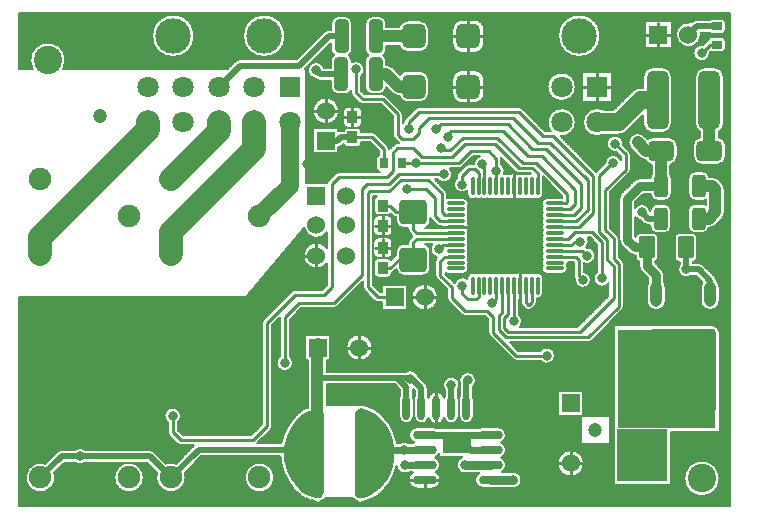
<source format=gtl>
G04 Layer_Physical_Order=1*
G04 Layer_Color=255*
%FSLAX24Y24*%
%MOIN*%
G70*
G01*
G75*
%ADD10C,0.0079*%
%ADD11C,0.0472*%
G04:AMPARAMS|DCode=12|XSize=82.7mil|YSize=78.7mil|CornerRadius=19.7mil|HoleSize=0mil|Usage=FLASHONLY|Rotation=270.000|XOffset=0mil|YOffset=0mil|HoleType=Round|Shape=RoundedRectangle|*
%AMROUNDEDRECTD12*
21,1,0.0827,0.0394,0,0,270.0*
21,1,0.0433,0.0787,0,0,270.0*
1,1,0.0394,-0.0197,-0.0217*
1,1,0.0394,-0.0197,0.0217*
1,1,0.0394,0.0197,0.0217*
1,1,0.0394,0.0197,-0.0217*
%
%ADD12ROUNDEDRECTD12*%
G04:AMPARAMS|DCode=13|XSize=41mil|YSize=36mil|CornerRadius=1.8mil|HoleSize=0mil|Usage=FLASHONLY|Rotation=270.000|XOffset=0mil|YOffset=0mil|HoleType=Round|Shape=RoundedRectangle|*
%AMROUNDEDRECTD13*
21,1,0.0410,0.0324,0,0,270.0*
21,1,0.0374,0.0360,0,0,270.0*
1,1,0.0036,-0.0162,-0.0187*
1,1,0.0036,-0.0162,0.0187*
1,1,0.0036,0.0162,0.0187*
1,1,0.0036,0.0162,-0.0187*
%
%ADD13ROUNDEDRECTD13*%
%ADD14O,0.0800X0.0295*%
%ADD15O,0.0256X0.0807*%
G04:AMPARAMS|DCode=16|XSize=126mil|YSize=80.7mil|CornerRadius=20.2mil|HoleSize=0mil|Usage=FLASHONLY|Rotation=180.000|XOffset=0mil|YOffset=0mil|HoleType=Round|Shape=RoundedRectangle|*
%AMROUNDEDRECTD16*
21,1,0.1260,0.0404,0,0,180.0*
21,1,0.0856,0.0807,0,0,180.0*
1,1,0.0404,-0.0428,0.0202*
1,1,0.0404,0.0428,0.0202*
1,1,0.0404,0.0428,-0.0202*
1,1,0.0404,-0.0428,-0.0202*
%
%ADD16ROUNDEDRECTD16*%
%ADD17O,0.0118X0.0630*%
%ADD18O,0.0630X0.0118*%
G04:AMPARAMS|DCode=19|XSize=110.2mil|YSize=47.2mil|CornerRadius=11.8mil|HoleSize=0mil|Usage=FLASHONLY|Rotation=90.000|XOffset=0mil|YOffset=0mil|HoleType=Round|Shape=RoundedRectangle|*
%AMROUNDEDRECTD19*
21,1,0.1102,0.0236,0,0,90.0*
21,1,0.0866,0.0472,0,0,90.0*
1,1,0.0236,0.0118,0.0433*
1,1,0.0236,0.0118,-0.0433*
1,1,0.0236,-0.0118,-0.0433*
1,1,0.0236,-0.0118,0.0433*
%
%ADD19ROUNDEDRECTD19*%
G04:AMPARAMS|DCode=20|XSize=194.9mil|YSize=70.9mil|CornerRadius=17.7mil|HoleSize=0mil|Usage=FLASHONLY|Rotation=90.000|XOffset=0mil|YOffset=0mil|HoleType=Round|Shape=RoundedRectangle|*
%AMROUNDEDRECTD20*
21,1,0.1949,0.0354,0,0,90.0*
21,1,0.1594,0.0709,0,0,90.0*
1,1,0.0354,0.0177,0.0797*
1,1,0.0354,0.0177,-0.0797*
1,1,0.0354,-0.0177,-0.0797*
1,1,0.0354,-0.0177,0.0797*
%
%ADD20ROUNDEDRECTD20*%
%ADD21R,0.0394X0.0394*%
G04:AMPARAMS|DCode=22|XSize=90.6mil|YSize=82.7mil|CornerRadius=12.4mil|HoleSize=0mil|Usage=FLASHONLY|Rotation=0.000|XOffset=0mil|YOffset=0mil|HoleType=Round|Shape=RoundedRectangle|*
%AMROUNDEDRECTD22*
21,1,0.0906,0.0579,0,0,0.0*
21,1,0.0657,0.0827,0,0,0.0*
1,1,0.0248,0.0329,-0.0289*
1,1,0.0248,-0.0329,-0.0289*
1,1,0.0248,-0.0329,0.0289*
1,1,0.0248,0.0329,0.0289*
%
%ADD22ROUNDEDRECTD22*%
G04:AMPARAMS|DCode=23|XSize=28mil|YSize=35.8mil|CornerRadius=2.8mil|HoleSize=0mil|Usage=FLASHONLY|Rotation=90.000|XOffset=0mil|YOffset=0mil|HoleType=Round|Shape=RoundedRectangle|*
%AMROUNDEDRECTD23*
21,1,0.0280,0.0302,0,0,90.0*
21,1,0.0224,0.0358,0,0,90.0*
1,1,0.0056,0.0151,0.0112*
1,1,0.0056,0.0151,-0.0112*
1,1,0.0056,-0.0151,-0.0112*
1,1,0.0056,-0.0151,0.0112*
%
%ADD23ROUNDEDRECTD23*%
G04:AMPARAMS|DCode=24|XSize=28mil|YSize=35.8mil|CornerRadius=2.8mil|HoleSize=0mil|Usage=FLASHONLY|Rotation=0.000|XOffset=0mil|YOffset=0mil|HoleType=Round|Shape=RoundedRectangle|*
%AMROUNDEDRECTD24*
21,1,0.0280,0.0302,0,0,0.0*
21,1,0.0224,0.0358,0,0,0.0*
1,1,0.0056,0.0112,-0.0151*
1,1,0.0056,-0.0112,-0.0151*
1,1,0.0056,-0.0112,0.0151*
1,1,0.0056,0.0112,0.0151*
%
%ADD24ROUNDEDRECTD24*%
G04:AMPARAMS|DCode=25|XSize=47.2mil|YSize=74.8mil|CornerRadius=11.8mil|HoleSize=0mil|Usage=FLASHONLY|Rotation=180.000|XOffset=0mil|YOffset=0mil|HoleType=Round|Shape=RoundedRectangle|*
%AMROUNDEDRECTD25*
21,1,0.0472,0.0512,0,0,180.0*
21,1,0.0236,0.0748,0,0,180.0*
1,1,0.0236,-0.0118,0.0256*
1,1,0.0236,0.0118,0.0256*
1,1,0.0236,0.0118,-0.0256*
1,1,0.0236,-0.0118,-0.0256*
%
%ADD25ROUNDEDRECTD25*%
G04:AMPARAMS|DCode=26|XSize=86.6mil|YSize=68.9mil|CornerRadius=17.2mil|HoleSize=0mil|Usage=FLASHONLY|Rotation=180.000|XOffset=0mil|YOffset=0mil|HoleType=Round|Shape=RoundedRectangle|*
%AMROUNDEDRECTD26*
21,1,0.0866,0.0344,0,0,180.0*
21,1,0.0522,0.0689,0,0,180.0*
1,1,0.0344,-0.0261,0.0172*
1,1,0.0344,0.0261,0.0172*
1,1,0.0344,0.0261,-0.0172*
1,1,0.0344,-0.0261,-0.0172*
%
%ADD26ROUNDEDRECTD26*%
G04:AMPARAMS|DCode=27|XSize=51.2mil|YSize=72mil|CornerRadius=2.6mil|HoleSize=0mil|Usage=FLASHONLY|Rotation=0.000|XOffset=0mil|YOffset=0mil|HoleType=Round|Shape=RoundedRectangle|*
%AMROUNDEDRECTD27*
21,1,0.0512,0.0669,0,0,0.0*
21,1,0.0461,0.0720,0,0,0.0*
1,1,0.0051,0.0230,-0.0335*
1,1,0.0051,-0.0230,-0.0335*
1,1,0.0051,-0.0230,0.0335*
1,1,0.0051,0.0230,0.0335*
%
%ADD27ROUNDEDRECTD27*%
%ADD28O,0.0394X0.0846*%
G04:AMPARAMS|DCode=29|XSize=279.5mil|YSize=218.5mil|CornerRadius=10.9mil|HoleSize=0mil|Usage=FLASHONLY|Rotation=270.000|XOffset=0mil|YOffset=0mil|HoleType=Round|Shape=RoundedRectangle|*
%AMROUNDEDRECTD29*
21,1,0.2795,0.1967,0,0,270.0*
21,1,0.2577,0.2185,0,0,270.0*
1,1,0.0219,-0.0983,-0.1288*
1,1,0.0219,-0.0983,0.1288*
1,1,0.0219,0.0983,0.1288*
1,1,0.0219,0.0983,-0.1288*
%
%ADD29ROUNDEDRECTD29*%
%ADD30C,0.0100*%
%ADD31C,0.0197*%
%ADD32C,0.0098*%
%ADD33C,0.0591*%
%ADD34C,0.0295*%
%ADD35C,0.0394*%
%ADD36C,0.0236*%
%ADD37C,0.0787*%
%ADD38R,0.1880X0.1181*%
%ADD39R,0.1683X0.1782*%
%ADD40R,0.1299X0.0640*%
%ADD41R,0.2175X0.3307*%
%ADD42R,0.0963X0.0610*%
%ADD43C,0.0945*%
%ADD44R,0.0600X0.0600*%
%ADD45C,0.0600*%
%ADD46R,0.0600X0.0600*%
%ADD47C,0.1181*%
%ADD48C,0.0709*%
%ADD49R,0.0709X0.0709*%
%ADD50C,0.0748*%
%ADD51C,0.0315*%
G36*
X35097Y28431D02*
X35227Y28391D01*
X35377Y28330D01*
X35517Y28247D01*
X35642Y28143D01*
X35647Y28139D01*
X35796Y27973D01*
X35921Y27789D01*
X36022Y27590D01*
X36094Y27380D01*
X36139Y27161D01*
X36153Y26939D01*
X36139Y26717D01*
X36094Y26498D01*
X36022Y26288D01*
X35921Y26089D01*
X35796Y25905D01*
X35647Y25739D01*
X35644Y25737D01*
X35518Y25632D01*
X35376Y25547D01*
X35224Y25486D01*
X35089Y25444D01*
X35016Y25436D01*
X34945Y25454D01*
X34886Y25498D01*
X34847Y25560D01*
X34833Y25632D01*
Y28238D01*
X34848Y28312D01*
X34888Y28376D01*
X34949Y28421D01*
X35022Y28440D01*
X35097Y28431D01*
D02*
G37*
G36*
X33677Y28424D02*
X33736Y28380D01*
X33775Y28318D01*
X33789Y28246D01*
Y25640D01*
X33774Y25566D01*
X33734Y25502D01*
X33673Y25457D01*
X33600Y25438D01*
X33525Y25447D01*
X33396Y25487D01*
X33245Y25548D01*
X33105Y25631D01*
X32980Y25735D01*
X32975Y25739D01*
X32826Y25905D01*
X32701Y26089D01*
X32601Y26288D01*
X32528Y26498D01*
X32483Y26717D01*
X32469Y26939D01*
X32483Y27161D01*
X32528Y27380D01*
X32601Y27590D01*
X32701Y27789D01*
X32826Y27973D01*
X32975Y28139D01*
X32978Y28141D01*
X33104Y28246D01*
X33246Y28331D01*
X33399Y28392D01*
X33533Y28434D01*
X33606Y28442D01*
X33677Y28424D01*
D02*
G37*
D10*
X47197Y41283D02*
G03*
X47051Y41429I-146J0D01*
G01*
Y40913D02*
G03*
X47197Y41059I0J146D01*
G01*
X46748Y41429D02*
G03*
X46647Y41388I0J-146D01*
G01*
X47197Y40673D02*
G03*
X47051Y40819I-146J0D01*
G01*
X46647Y40955D02*
G03*
X46748Y40913I102J105D01*
G01*
Y40819D02*
G03*
X46609Y40715I0J-146D01*
G01*
X46226Y41388D02*
G03*
X46073Y41324I0J-217D01*
G01*
X46226Y41388D02*
G03*
X46073Y41324I0J-217D01*
G01*
X46609Y40715D02*
G03*
X46555Y40679I65J-154D01*
G01*
X46609Y40715D02*
G03*
X46555Y40679I65J-154D01*
G01*
X46369Y40896D02*
G03*
X46365Y40955I-418J0D01*
G01*
X47051Y40303D02*
G03*
X47197Y40449I0J146D01*
G01*
X46673Y40324D02*
G03*
X46748Y40303I75J125D01*
G01*
X46663Y40276D02*
G03*
X46661Y40312I-276J0D01*
G01*
X46424Y40549D02*
G03*
X46663Y40276I-37J-273D01*
G01*
X47126Y39508D02*
G03*
X46831Y39803I-295J0D01*
G01*
X46968Y37652D02*
G03*
X47126Y37913I-138J261D01*
G01*
X46476Y39803D02*
G03*
X46181Y39508I0J-295D01*
G01*
Y37913D02*
G03*
X46339Y37652I295J0D01*
G01*
X46051Y41302D02*
G03*
X46369Y40896I-100J-406D01*
G01*
X45394Y39508D02*
G03*
X45098Y39803I-295J0D01*
G01*
Y37618D02*
G03*
X45394Y37913I0J295D01*
G01*
X44744Y39803D02*
G03*
X44449Y39508I0J-295D01*
G01*
X44360Y39124D02*
G03*
X44067Y39002I0J-413D01*
G01*
X44449Y38044D02*
G03*
X44449Y37904I307J-70D01*
G01*
D02*
G03*
X44744Y37618I295J10D01*
G01*
X44360Y39124D02*
G03*
X44068Y39003I0J-413D01*
G01*
X47205Y37190D02*
G03*
X46968Y37475I-290J0D01*
G01*
X46914Y36555D02*
G03*
X47205Y36845I0J290D01*
G01*
X46965Y36069D02*
G03*
X46742Y36161I-223J-222D01*
G01*
X46965Y36069D02*
G03*
X46742Y36161I-223J-223D01*
G01*
X46339Y37475D02*
G03*
X46102Y37190I54J-285D01*
G01*
Y36845D02*
G03*
X46393Y36555I290J0D01*
G01*
X46646Y36161D02*
G03*
X46417Y36339I-229J-59D01*
G01*
X46181D02*
G03*
X45945Y36102I0J-236D01*
G01*
X47165Y35738D02*
G03*
X47073Y35961I-315J0D01*
G01*
X47165Y35738D02*
G03*
X47073Y35961I-315J0D01*
G01*
Y34747D02*
G03*
X47165Y34970I-222J223D01*
G01*
X47073Y34748D02*
G03*
X47165Y34970I-223J223D01*
G01*
X46644Y34449D02*
G03*
X46866Y34541I0J315D01*
G01*
X46644Y34449D02*
G03*
X46867Y34541I0J315D01*
G01*
X46408Y34272D02*
G03*
X46636Y34449I0J236D01*
G01*
X46417Y35354D02*
G03*
X46535Y35386I0J236D01*
G01*
X45945Y35591D02*
G03*
X46181Y35354I236J0D01*
G01*
X46535Y35218D02*
G03*
X46408Y35256I-128J-199D01*
G01*
X45935Y34508D02*
G03*
X46171Y34272I236J0D01*
G01*
Y35256D02*
G03*
X45935Y35020I0J-236D01*
G01*
X45591Y37190D02*
G03*
X45300Y37480I-290J0D01*
G01*
X44779D02*
G03*
X44595Y37415I0J-290D01*
G01*
X45354Y36560D02*
G03*
X45591Y36845I-54J285D01*
G01*
X45394Y36102D02*
G03*
X45354Y36233I-236J0D01*
G01*
X44525Y36704D02*
G03*
X44724Y36560I253J142D01*
G01*
Y36233D02*
G03*
X44685Y36112I197J-131D01*
G01*
X44485Y37526D02*
G03*
X44039Y37080I-223J-223D01*
G01*
X44324Y36795D02*
G03*
X44525Y36704I223J222D01*
G01*
X44325Y36795D02*
G03*
X44525Y36704I223J223D01*
G01*
X44331Y36112D02*
G03*
X44143Y36034I0J-266D01*
G01*
X44331Y36112D02*
G03*
X44143Y36034I0J-266D01*
G01*
X45157Y35354D02*
G03*
X45394Y35591I0J236D01*
G01*
X45384Y35020D02*
G03*
X45148Y35256I-236J0D01*
G01*
X44685Y35581D02*
G03*
X44921Y35354I236J10D01*
G01*
X44911Y35256D02*
G03*
X44675Y35020I0J-236D01*
G01*
X45148Y34272D02*
G03*
X45384Y34508I0J236D01*
G01*
X44675D02*
G03*
X44911Y34272I236J0D01*
G01*
X44673Y35003D02*
G03*
X44173Y35128I-274J-33D01*
G01*
Y34813D02*
G03*
X44367Y34697I226J157D01*
G01*
X44453Y34611D02*
G03*
X44606Y34547I153J153D01*
G01*
X44453Y34611D02*
G03*
X44606Y34547I153J153D01*
G01*
X43022Y40856D02*
G03*
X43022Y40856I-709J0D01*
G01*
D02*
G03*
X43022Y40856I-709J0D01*
G01*
X43132Y38388D02*
G03*
X43132Y37561I-229J-413D01*
G01*
X42195Y39156D02*
G03*
X42195Y39156I-472J0D01*
G01*
X41690Y37503D02*
G03*
X42195Y37974I32J471D01*
G01*
D02*
G03*
X41355Y37677I-472J0D01*
G01*
X39145Y41053D02*
G03*
X38809Y41389I-336J0D01*
G01*
Y40284D02*
G03*
X39145Y40620I0J336D01*
G01*
Y39380D02*
G03*
X38809Y39716I-336J0D01*
G01*
X38415Y41389D02*
G03*
X38079Y41053I0J-336D01*
G01*
Y40620D02*
G03*
X38415Y40284I336J0D01*
G01*
Y39716D02*
G03*
X38079Y39380I0J-336D01*
G01*
X40423Y38425D02*
G03*
X40305Y38474I-118J-118D01*
G01*
X40423Y38425D02*
G03*
X40305Y38474I-118J-118D01*
G01*
X38079Y38947D02*
G03*
X38415Y38611I336J0D01*
G01*
X38809D02*
G03*
X39145Y38947I0J336D01*
G01*
X43777Y37217D02*
G03*
X43780Y37254I-273J37D01*
G01*
X43624Y37561D02*
G03*
X43916Y37682I0J413D01*
G01*
X43624Y37561D02*
G03*
X43917Y37683I0J413D01*
G01*
X43780Y37254D02*
G03*
X43540Y36981I-276J0D01*
G01*
X44026Y36900D02*
G03*
X43977Y37018I-167J0D01*
G01*
X44026Y36900D02*
G03*
X43977Y37018I-167J0D01*
G01*
X43691Y36728D02*
G03*
X43169Y36615I-246J-124D01*
G01*
X43977Y36279D02*
G03*
X44026Y36398I-118J118D01*
G01*
X43977Y36279D02*
G03*
X44026Y36398I-118J118D01*
G01*
X43720Y35611D02*
G03*
X43642Y35423I188J-188D01*
G01*
X43720Y35611D02*
G03*
X43642Y35423I188J-188D01*
G01*
X41102Y36093D02*
G03*
X41093Y36151I-177J0D01*
G01*
X41093Y35167D02*
G03*
X41093Y34970I147J-98D01*
G01*
X41240Y35443D02*
G03*
X41093Y35167I0J-177D01*
G01*
Y34970D02*
G03*
X41093Y34774I147J-98D01*
G01*
D02*
G03*
X41093Y34577I147J-98D01*
G01*
D02*
G03*
X41093Y34380I147J-98D01*
G01*
X39715Y36762D02*
G03*
X39711Y36794I-167J0D01*
G01*
X39715Y36762D02*
G03*
X39711Y36794I-167J0D01*
G01*
X39002Y36841D02*
G03*
X38799Y36575I73J-266D01*
G01*
X39823Y36358D02*
G03*
X39715Y36577I-276J0D01*
G01*
X40177Y36329D02*
G03*
X40295Y36280I118J118D01*
G01*
X40177Y36329D02*
G03*
X40295Y36280I118J118D01*
G01*
X40630Y36240D02*
G03*
X40433Y36240I-98J-147D01*
G01*
X40692Y36266D02*
G03*
X40630Y36240I36J-173D01*
G01*
X40433D02*
G03*
X40257Y36252I-98J-147D01*
G01*
D02*
G03*
X40019Y36252I-119J-159D01*
G01*
D02*
G03*
X39843Y36240I-78J-159D01*
G01*
X39804Y36259D02*
G03*
X39823Y36358I-257J99D01*
G01*
X39843Y36240D02*
G03*
X39804Y36259I-98J-147D01*
G01*
X38632Y36575D02*
G03*
X38514Y36526I0J-167D01*
G01*
X38632Y36575D02*
G03*
X38514Y36526I0J-167D01*
G01*
X38297Y36437D02*
G03*
X38416Y36486I0J167D01*
G01*
X38297Y36437D02*
G03*
X38416Y36486I0J167D01*
G01*
X38277Y36290D02*
G03*
X38228Y36171I118J-118D01*
G01*
X38277Y36290D02*
G03*
X38228Y36171I118J-118D01*
G01*
X38081Y36240D02*
G03*
X37998Y36437I-276J0D01*
G01*
X40827Y35433D02*
G03*
X41102Y35581I98J147D01*
G01*
X40630Y35433D02*
G03*
X40827Y35433I98J147D01*
G01*
X40433D02*
G03*
X40630Y35433I98J147D01*
G01*
X39252D02*
G03*
X39449Y35433I98J147D01*
G01*
X40257Y35422D02*
G03*
X40433Y35433I78J159D01*
G01*
X39843D02*
G03*
X40019Y35422I98J147D01*
G01*
D02*
G03*
X40257Y35422I119J159D01*
G01*
X39449Y35433D02*
G03*
X39646Y35433I98J147D01*
G01*
X39646D02*
G03*
X39843Y35433I98J147D01*
G01*
X39055D02*
G03*
X39252Y35433I98J147D01*
G01*
X38858D02*
G03*
X39055Y35433I98J147D01*
G01*
X38583Y35581D02*
G03*
X38858Y35433I177J0D01*
G01*
X38592Y35167D02*
G03*
X38622Y35266I-147J98D01*
G01*
X38592Y34970D02*
G03*
X38622Y35069I-147J98D01*
G01*
Y34872D02*
G03*
X38592Y34970I-177J0D01*
G01*
Y34774D02*
G03*
X38622Y34872I-147J98D01*
G01*
X38643Y34478D02*
G03*
X38604Y34597I-198J0D01*
G01*
X38622Y34675D02*
G03*
X38592Y34774I-177J0D01*
G01*
X38604Y34360D02*
G03*
X38643Y34478I-159J119D01*
G01*
X38228Y36115D02*
G03*
X38583Y35693I167J-219D01*
G01*
X37894Y35610D02*
G03*
X37845Y35729I-167J0D01*
G01*
X37894Y35610D02*
G03*
X37845Y35729I-167J0D01*
G01*
X38622Y35266D02*
G03*
X38445Y35443I-177J0D01*
G01*
X38622Y35069D02*
G03*
X38592Y35167I-177J0D01*
G01*
X38604Y34597D02*
G03*
X38622Y34675I-159J78D01*
G01*
Y34281D02*
G03*
X38604Y34360I-177J0D01*
G01*
X37933Y35443D02*
G03*
X37894Y35438I0J-177D01*
G01*
X37737Y34508D02*
G03*
X37737Y34449I196J-30D01*
G01*
X46892Y32699D02*
G03*
X46828Y32848I-216J-4D01*
G01*
X46892Y32699D02*
G03*
X46828Y32848I-216J-4D01*
G01*
X46452Y33224D02*
G03*
X46299Y33287I-153J-153D01*
G01*
X46453Y33224D02*
G03*
X46299Y33287I-153J-153D01*
G01*
X46097Y33321D02*
G03*
X46241Y33465I0J144D01*
G01*
Y34134D02*
G03*
X46097Y34278I-144J0D01*
G01*
X45636D02*
G03*
X45493Y34134I0J-144D01*
G01*
Y33465D02*
G03*
X45636Y33321I144J0D01*
G01*
X45659Y33241D02*
G03*
X46046Y32854I217J-170D01*
G01*
X45146Y32876D02*
G03*
X45068Y33064I-266J0D01*
G01*
X45146Y32876D02*
G03*
X45068Y33064I-266J0D01*
G01*
X46415Y32648D02*
G03*
X46360Y32470I260J-178D01*
G01*
X46990D02*
G03*
X46892Y32699I-315J0D01*
G01*
X46360Y32018D02*
G03*
X46990Y32018I315J0D01*
G01*
X45195Y32470D02*
G03*
X45146Y32640I-315J0D01*
G01*
X44941Y34134D02*
G03*
X44797Y34278I-144J0D01*
G01*
X44336D02*
G03*
X44194Y34154I0J-144D01*
G01*
X43985Y33612D02*
G03*
X44173Y33533I188J188D01*
G01*
X43985Y33611D02*
G03*
X44173Y33533I188J188D01*
G01*
X44193Y33465D02*
G03*
X44301Y33325I144J0D01*
G01*
X44832D02*
G03*
X44941Y33465I-35J139D01*
G01*
X43642Y34065D02*
G03*
X43720Y33877I266J0D01*
G01*
X43642Y34065D02*
G03*
X43720Y33877I266J0D01*
G01*
X43632Y34104D02*
G03*
X43583Y34223I-167J0D01*
G01*
X43632Y34104D02*
G03*
X43583Y34223I-167J0D01*
G01*
X42854Y33524D02*
G03*
X42543Y33797I-276J0D01*
G01*
X43799Y33253D02*
G03*
X43750Y33371I-167J0D01*
G01*
X43799Y33253D02*
G03*
X43750Y33371I-167J0D01*
G01*
X44614Y32640D02*
G03*
X44565Y32470I266J-169D01*
G01*
X44301Y33189D02*
G03*
X44379Y33001I266J0D01*
G01*
X44301Y33189D02*
G03*
X44379Y33001I266J0D01*
G01*
X44565Y32018D02*
G03*
X45195Y32018I315J0D01*
G01*
X42894Y32985D02*
G03*
X43287Y32609I167J-219D01*
G01*
X43750Y31712D02*
G03*
X43799Y31831I-118J118D01*
G01*
X43750Y31712D02*
G03*
X43799Y31831I-118J118D01*
G01*
X46988Y30973D02*
G03*
X46761Y31201I-227J0D01*
G01*
X46992Y26103D02*
G03*
X46992Y26103I-591J0D01*
G01*
D02*
G03*
X46992Y26103I-591J0D01*
G01*
X42628Y33996D02*
G03*
X42591Y34134I-276J0D01*
G01*
X42461Y33275D02*
G03*
X42854Y33524I118J249D01*
G01*
X42543Y33797D02*
G03*
X42628Y33996I-190J199D01*
G01*
X42126Y32854D02*
G03*
X42158Y32756I167J0D01*
G01*
X42126Y32854D02*
G03*
X42158Y32756I167J0D01*
G01*
X42707Y32717D02*
G03*
X42461Y32991I-276J0D01*
G01*
X42158Y32756D02*
G03*
X42707Y32717I273J-39D01*
G01*
X41093Y33593D02*
G03*
X41093Y33396I147J-98D01*
G01*
Y33789D02*
G03*
X41093Y33593I147J-98D01*
G01*
Y33396D02*
G03*
X41093Y33199I147J-98D01*
G01*
Y34183D02*
G03*
X41093Y33986I147J-98D01*
G01*
Y34380D02*
G03*
X41093Y34183I147J-98D01*
G01*
Y33986D02*
G03*
X41093Y33789I147J-98D01*
G01*
X41899Y33199D02*
G03*
X41929Y33297I-147J98D01*
G01*
Y33100D02*
G03*
X41899Y33199I-177J0D01*
G01*
X41752Y32923D02*
G03*
X41929Y33100I0J177D01*
G01*
X40630Y32933D02*
G03*
X40453Y32944I-98J-147D01*
G01*
X41093Y33199D02*
G03*
X41240Y32923I147J-98D01*
G01*
X41102Y32785D02*
G03*
X40827Y32933I-177J0D01*
G01*
D02*
G03*
X40630Y32933I-98J-147D01*
G01*
X42608Y30640D02*
G03*
X42727Y30689I0J167D01*
G01*
X40896Y32099D02*
G03*
X41102Y32274I30J175D01*
G01*
X40847Y31850D02*
G03*
X40896Y31969I-118J118D01*
G01*
X40847Y31850D02*
G03*
X40896Y31969I-118J118D01*
G01*
X40305Y32077D02*
G03*
X40364Y32077I30J196D01*
G01*
Y31969D02*
G03*
X40413Y31850I167J0D01*
G01*
X40364Y31969D02*
G03*
X40413Y31850I167J0D01*
G01*
X40650Y31722D02*
G03*
X40768Y31771I0J167D01*
G01*
X40650Y31722D02*
G03*
X40768Y31771I0J167D01*
G01*
X40492D02*
G03*
X40610Y31722I118J118D01*
G01*
X40492Y31771D02*
G03*
X40610Y31722I118J118D01*
G01*
X40408Y31334D02*
G03*
X40305Y31549I-276J0D01*
G01*
X40340Y31152D02*
G03*
X40408Y31334I-207J182D01*
G01*
X40453Y32944D02*
G03*
X40216Y32944I-119J-159D01*
G01*
D02*
G03*
X40039Y32933I-78J-159D01*
G01*
X40039D02*
G03*
X39843Y32933I-98J-147D01*
G01*
X39646D02*
G03*
X39449Y32933I-98J-147D01*
G01*
X39843D02*
G03*
X39646Y32933I-98J-147D01*
G01*
X38622Y34085D02*
G03*
X38592Y34183I-177J0D01*
G01*
D02*
G03*
X38622Y34281I-147J98D01*
G01*
X38592Y33986D02*
G03*
X38622Y34085I-147J98D01*
G01*
Y33888D02*
G03*
X38592Y33986I-177J0D01*
G01*
X39449Y32933D02*
G03*
X39252Y32933I-98J-147D01*
G01*
D02*
G03*
X39055Y32933I-98J-147D01*
G01*
X39055D02*
G03*
X38858Y32933I-98J-147D01*
G01*
X38622Y33691D02*
G03*
X38592Y33789I-177J0D01*
G01*
D02*
G03*
X38622Y33888I-147J98D01*
G01*
Y33494D02*
G03*
X38592Y33593I-177J0D01*
G01*
D02*
G03*
X38622Y33691I-147J98D01*
G01*
Y33100D02*
G03*
X38592Y33199I-177J0D01*
G01*
D02*
G03*
X38622Y33297I-147J98D01*
G01*
X38592Y33396D02*
G03*
X38622Y33494I-147J98D01*
G01*
Y33297D02*
G03*
X38592Y33396I-177J0D01*
G01*
X38445Y32923D02*
G03*
X38622Y33100I0J177D01*
G01*
X38858Y32933D02*
G03*
X38583Y32785I-98J-147D01*
G01*
Y32749D02*
G03*
X38156Y32622I-167J-219D01*
G01*
X39281Y30965D02*
G03*
X39330Y30847I167J0D01*
G01*
X39281Y30965D02*
G03*
X39330Y30847I167J0D01*
G01*
X37854Y32942D02*
G03*
X37933Y32923I79J159D01*
G01*
X38395Y31565D02*
G03*
X38514Y31516I118J118D01*
G01*
X38395Y31565D02*
G03*
X38514Y31516I118J118D01*
G01*
X37904Y32126D02*
G03*
X37953Y32008I167J0D01*
G01*
X37904Y32126D02*
G03*
X37953Y32008I167J0D01*
G01*
X38319Y31019D02*
G03*
X37977Y31360I-341J0D01*
G01*
X42608Y30640D02*
G03*
X42727Y30689I0J167D01*
G01*
X41011Y30030D02*
G03*
X41506Y30197I219J167D01*
G01*
D02*
G03*
X41011Y30364I-276J0D01*
G01*
X40099Y30079D02*
G03*
X40217Y30030I118J118D01*
G01*
X40099Y30079D02*
G03*
X40217Y30030I118J118D01*
G01*
X42467Y26602D02*
G03*
X42467Y26602I-439J0D01*
G01*
X40041Y25783D02*
G03*
X40390Y26049I73J266D01*
G01*
D02*
G03*
X40041Y26315I-276J0D01*
G01*
X38795Y28730D02*
G03*
X38766Y28847I-246J0D01*
G01*
X38866Y29368D02*
G03*
X38333Y29271I-276J0D01*
G01*
X38766Y29155D02*
G03*
X38866Y29368I-175J213D01*
G01*
X39103Y27815D02*
G03*
X38981Y27785I0J-266D01*
G01*
X38303Y28179D02*
G03*
X38795Y28179I246J0D01*
G01*
X38266Y29044D02*
G03*
X38325Y29215I-217J170D01*
G01*
X37977Y30274D02*
G03*
X38319Y30615I0J341D01*
G01*
X38325Y29215D02*
G03*
X37833Y29044I-276J0D01*
G01*
X38333Y28847D02*
G03*
X38303Y28730I217J-117D01*
G01*
X38295D02*
G03*
X38266Y28847I-246J0D01*
G01*
X37833D02*
G03*
X37810Y28788I217J-117D01*
G01*
Y28121D02*
G03*
X38295Y28179I239J58D01*
G01*
X39874Y27049D02*
G03*
X39698Y27299I-266J0D01*
G01*
D02*
G03*
X39874Y27549I-90J250D01*
G01*
D02*
G03*
X39608Y27815I-266J0D01*
G01*
X39874Y26549D02*
G03*
X39698Y26799I-266J0D01*
G01*
D02*
G03*
X39874Y27049I-90J250D01*
G01*
X39733Y26315D02*
G03*
X39874Y26549I-125J234D01*
G01*
X38978Y26283D02*
G03*
X39103Y25783I125J-234D01*
G01*
X38412Y26811D02*
G03*
X38571Y26283I86J-262D01*
G01*
X37313Y41053D02*
G03*
X36998Y41368I-315J0D01*
G01*
Y40305D02*
G03*
X37313Y40620I0J315D01*
G01*
X36604Y41368D02*
G03*
X36305Y41152I0J-315D01*
G01*
Y40522D02*
G03*
X36604Y40305I299J98D01*
G01*
X37313Y39380D02*
G03*
X36998Y39695I-315J0D01*
G01*
Y38632D02*
G03*
X37313Y38947I0J315D01*
G01*
X36959Y38474D02*
G03*
X36840Y38425I0J-167D01*
G01*
X36959Y38474D02*
G03*
X36840Y38425I0J-167D01*
G01*
X36604Y39695D02*
G03*
X36343Y39555I0J-315D01*
G01*
X36305Y38848D02*
G03*
X36604Y38632I299J98D01*
G01*
X36066Y38941D02*
G03*
X36289Y38848I223J222D01*
G01*
X36067Y38941D02*
G03*
X36289Y38848I223J223D01*
G01*
X36506Y38091D02*
G03*
X36457Y37975I118J-118D01*
G01*
X36506Y38091D02*
G03*
X36457Y37975I118J-118D01*
G01*
D02*
G03*
X36427Y37949I167J-219D01*
G01*
Y38238D02*
G03*
X36378Y38356I-167J0D01*
G01*
X36427Y38238D02*
G03*
X36378Y38356I-167J0D01*
G01*
X35886Y41270D02*
G03*
X35650Y41506I-236J0D01*
G01*
X35413D02*
G03*
X35177Y41270I0J-236D01*
G01*
X36099Y39799D02*
G03*
X35876Y39892I-223J-222D01*
G01*
X36099Y39799D02*
G03*
X35876Y39892I-223J-223D01*
G01*
X35775Y40203D02*
G03*
X35886Y40404I-126J200D01*
G01*
X35876Y40010D02*
G03*
X35775Y40203I-236J0D01*
G01*
X35177Y40404D02*
G03*
X35278Y40210I236J0D01*
G01*
D02*
G03*
X35167Y40010I126J-200D01*
G01*
X35876Y38858D02*
G03*
X35758Y38907I-118J-118D01*
G01*
X35876Y38858D02*
G03*
X35758Y38907I-118J-118D01*
G01*
X35640Y38907D02*
G03*
X35876Y39132I0J236D01*
G01*
X35167Y39144D02*
G03*
X35404Y38907I236J0D01*
G01*
X35039Y39515D02*
G03*
X35148Y39734I-167J219D01*
G01*
D02*
G03*
X34734Y39973I-276J0D01*
G01*
X34970Y38622D02*
G03*
X35089Y38573I118J118D01*
G01*
X34970Y38622D02*
G03*
X35089Y38573I118J118D01*
G01*
X35073Y38327D02*
G03*
X34916Y38484I-157J0D01*
G01*
Y37796D02*
G03*
X35073Y37953I0J157D01*
G01*
X37586Y36073D02*
G03*
X38081Y36240I219J167D01*
G01*
X37352Y34786D02*
G03*
X37392Y34724I157J57D01*
G01*
X37352Y34786D02*
G03*
X37392Y34724I157J57D01*
G01*
X37179Y34449D02*
G03*
X37352Y34681I-68J232D01*
G01*
X37559Y34557D02*
G03*
X37677Y34508I118J118D01*
G01*
X37559Y34557D02*
G03*
X37677Y34508I118J118D01*
G01*
X36614Y34390D02*
G03*
X36663Y34271I167J0D01*
G01*
X36614Y34390D02*
G03*
X36663Y34271I167J0D01*
G01*
Y34095D02*
G03*
X36614Y33976I118J-118D01*
G01*
X36663Y34095D02*
G03*
X36614Y33976I118J-118D01*
G01*
X36279Y37303D02*
G03*
X36319Y37274I118J118D01*
G01*
X36279Y37303D02*
G03*
X36319Y37274I118J118D01*
G01*
X36240D02*
G03*
X36122Y37225I0J-167D01*
G01*
X36240Y37274D02*
G03*
X36122Y37225I0J-167D01*
G01*
X36211Y34681D02*
G03*
X36453Y34439I242J0D01*
G01*
X36102Y34852D02*
G03*
X36211Y34803I118J118D01*
G01*
X36093Y37559D02*
G03*
X36142Y37441I167J0D01*
G01*
X36102Y34852D02*
G03*
X36211Y34803I118J118D01*
G01*
X36093Y37559D02*
G03*
X36142Y37441I167J0D01*
G01*
X37567Y33473D02*
G03*
X37520Y33356I120J-117D01*
G01*
X37417Y33917D02*
G03*
X37567Y33473I212J-176D01*
G01*
Y33473D02*
G03*
X37520Y33356I120J-117D01*
G01*
X37352Y33685D02*
G03*
X37179Y33917I-242J0D01*
G01*
X37520Y32854D02*
G03*
X37569Y32736I167J0D01*
G01*
X37520Y32854D02*
G03*
X37569Y32736I167J0D01*
G01*
X37110Y32864D02*
G03*
X37352Y33106I0J242D01*
G01*
X36453Y33927D02*
G03*
X36211Y33685I0J-242D01*
G01*
Y33543D02*
G03*
X36171Y33514I79J-148D01*
G01*
X36211Y33543D02*
G03*
X36171Y33514I79J-148D01*
G01*
X36212Y33082D02*
G03*
X36453Y32864I241J25D01*
G01*
X36066Y32961D02*
G03*
X36132Y33001I-52J159D01*
G01*
X36066Y32961D02*
G03*
X36132Y33001I-52J159D01*
G01*
X35965Y37087D02*
G03*
X35916Y37205I-167J0D01*
G01*
X35965Y37087D02*
G03*
X35916Y37205I-167J0D01*
G01*
X35930Y34874D02*
G03*
X36033Y34922I0J136D01*
G01*
X35630Y36891D02*
G03*
X35539Y36756I56J-135D01*
G01*
Y36453D02*
G03*
X35662Y36309I146J0D01*
G01*
X36087Y34714D02*
G03*
X35930Y34871I-157J0D01*
G01*
X35470Y35010D02*
G03*
X35606Y34874I136J0D01*
G01*
Y34871D02*
G03*
X35448Y34714I0J-157D01*
G01*
X35559Y35512D02*
G03*
X35470Y35384I47J-128D01*
G01*
X35532Y37588D02*
G03*
X35414Y37637I-118J-118D01*
G01*
X35532Y37588D02*
G03*
X35414Y37637I-118J-118D01*
G01*
X35052Y37657D02*
G03*
X34916Y37793I-136J0D01*
G01*
Y37147D02*
G03*
X35052Y37283I0J136D01*
G01*
X35930Y34183D02*
G03*
X36087Y34340I0J157D01*
G01*
Y33977D02*
G03*
X35930Y34134I-157J0D01*
G01*
Y33445D02*
G03*
X36087Y33603I0J157D01*
G01*
X35930Y32797D02*
G03*
X36066Y32933I0J136D01*
G01*
X36041Y33384D02*
G03*
X35930Y33443I-112J-78D01*
G01*
X35448Y34340D02*
G03*
X35606Y34183I157J0D01*
G01*
Y34134D02*
G03*
X35448Y33977I0J-157D01*
G01*
X35606Y33443D02*
G03*
X35470Y33307I0J-136D01*
G01*
X35448Y33603D02*
G03*
X35606Y33445I157J0D01*
G01*
X35470Y32933D02*
G03*
X35606Y32797I136J0D01*
G01*
X35108Y32470D02*
G03*
X35157Y32352I167J0D01*
G01*
X35108Y32470D02*
G03*
X35157Y32352I167J0D01*
G01*
X34744Y41270D02*
G03*
X34508Y41506I-236J0D01*
G01*
X34272D02*
G03*
X34035Y41270I0J-236D01*
G01*
X33957Y41053D02*
G03*
X33804Y40990I0J-217D01*
G01*
X33957Y41053D02*
G03*
X33803Y40989I0J-217D01*
G01*
X32520Y40856D02*
G03*
X32520Y40856I-709J0D01*
G01*
D02*
G03*
X32520Y40856I-709J0D01*
G01*
X34633Y40203D02*
G03*
X34744Y40404I-126J200D01*
G01*
X34035D02*
G03*
X34136Y40210I236J0D01*
G01*
X29488Y40856D02*
G03*
X29488Y40856I-709J0D01*
G01*
D02*
G03*
X29488Y40856I-709J0D01*
G01*
X25191Y40050D02*
G03*
X24089Y39754I-591J0D01*
G01*
X25191Y40050D02*
G03*
X24089Y39754I-591J0D01*
G01*
X34734Y40010D02*
G03*
X34633Y40203I-236J0D01*
G01*
X34705Y38957D02*
G03*
X34754Y38838I167J0D01*
G01*
X34705Y38957D02*
G03*
X34754Y38838I167J0D01*
G01*
X34498Y38907D02*
G03*
X34705Y39029I0J236D01*
G01*
X34026Y39144D02*
G03*
X34262Y38907I236J0D01*
G01*
X34136Y40210D02*
G03*
X34026Y40010I126J-200D01*
G01*
X34592Y38484D02*
G03*
X34435Y38327I0J-157D01*
G01*
Y37953D02*
G03*
X34592Y37796I157J0D01*
G01*
X34307Y38352D02*
G03*
X34307Y38352I-439J0D01*
G01*
X33528Y39414D02*
G03*
X33681Y39350I153J153D01*
G01*
X33528Y39414D02*
G03*
X33681Y39350I153J153D01*
G01*
X34592Y37793D02*
G03*
X34459Y37687I0J-136D01*
G01*
X34459Y37253D02*
G03*
X34592Y37147I133J30D01*
G01*
X34286Y37139D02*
G03*
X34405Y37200I-34J214D01*
G01*
X34370Y37687D02*
G03*
X34286Y37670I0J-217D01*
G01*
Y37139D02*
G03*
X34405Y37199I-34J214D01*
G01*
X34370Y37687D02*
G03*
X34286Y37670I0J-217D01*
G01*
X34291Y36309D02*
G03*
X34173Y36260I0J-167D01*
G01*
X34291Y36309D02*
G03*
X34173Y36260I0J-167D01*
G01*
X33956Y36044D02*
G03*
X33909Y35950I118J-118D01*
G01*
X33956Y36044D02*
G03*
X33909Y35950I118J-118D01*
G01*
X33807Y39783D02*
G03*
X33511Y39431I-264J-79D01*
G01*
X31002Y40079D02*
G03*
X30849Y40015I0J-217D01*
G01*
X31002Y40079D02*
G03*
X30849Y40015I0J-217D01*
G01*
X25111Y39754D02*
G03*
X25191Y40050I-511J296D01*
G01*
X25111Y39754D02*
G03*
X25191Y40050I-511J296D01*
G01*
X33142Y34457D02*
G03*
X33907Y34310I411J74D01*
G01*
Y33791D02*
G03*
X33907Y33272I-354J-260D01*
G01*
X32844Y32392D02*
G03*
X32726Y32343I0J-167D01*
G01*
X32844Y32392D02*
G03*
X32726Y32343I0J-167D01*
G01*
X37601Y32146D02*
G03*
X37601Y32146I-439J0D01*
G01*
X37121Y31360D02*
G03*
X36780Y31019I0J-341D01*
G01*
Y30615D02*
G03*
X37121Y30274I341J0D01*
G01*
X35482Y32027D02*
G03*
X35600Y31978I118J118D01*
G01*
X35482Y32027D02*
G03*
X35600Y31978I118J118D01*
G01*
X37266Y29102D02*
G03*
X37202Y29255I-217J0D01*
G01*
X37266Y29102D02*
G03*
X37202Y29256I-217J0D01*
G01*
X36931Y29527D02*
G03*
X36531Y29665I-258J-98D01*
G01*
X34134Y31781D02*
G03*
X34252Y31830I0J167D01*
G01*
X34134Y31781D02*
G03*
X34252Y31830I0J167D01*
G01*
X33659Y30881D02*
G03*
X33546Y30881I-57J-310D01*
G01*
X35420Y30463D02*
G03*
X35420Y30463I-439J0D01*
G01*
X32776Y29951D02*
G03*
X32667Y30170I-276J0D01*
G01*
X32333D02*
G03*
X32776Y29951I167J-219D01*
G01*
X37810Y28788D02*
G03*
X37288Y28788I-261J-58D01*
G01*
Y28121D02*
G03*
X37810Y28121I261J58D01*
G01*
X37288Y28788D02*
G03*
X37266Y28847I-239J-58D01*
G01*
X36803Y28179D02*
G03*
X37288Y28121I246J0D01*
G01*
X37530Y27785D02*
G03*
X37408Y27815I-122J-236D01*
G01*
X36903D02*
G03*
X36813Y27299I0J-266D01*
G01*
X36833Y28847D02*
G03*
X36803Y28730I217J-117D01*
G01*
X36795D02*
G03*
X36766Y28847I-246J0D01*
G01*
X36333D02*
G03*
X36303Y28730I217J-117D01*
G01*
Y28179D02*
G03*
X36795Y28179I246J0D01*
G01*
X37498Y26799D02*
G03*
X37638Y26916I-90J250D01*
G01*
X37674Y26549D02*
G03*
X37498Y26799I-266J0D01*
G01*
X37695Y26049D02*
G03*
X37526Y26311I-287J0D01*
G01*
D02*
G03*
X37674Y26549I-118J238D01*
G01*
X37408Y25762D02*
G03*
X37695Y26049I0J287D01*
G01*
X36813Y27299D02*
G03*
X36781Y27285I90J-250D01*
G01*
X36625D02*
G03*
X36348Y27285I-139J-238D01*
G01*
X36762Y26299D02*
G03*
X36903Y25762I141J-250D01*
G01*
X36221Y26517D02*
G03*
X36638Y26299I275J18D01*
G01*
X31791Y31408D02*
G03*
X31742Y31289I118J-118D01*
G01*
X31791Y31408D02*
G03*
X31742Y31289I118J-118D01*
G01*
X28927Y27970D02*
G03*
X29035Y28189I-167J219D01*
G01*
X32028Y27716D02*
G03*
X32077Y27835I-118J118D01*
G01*
X32028Y27716D02*
G03*
X32077Y27835I-118J118D01*
G01*
X28593Y27648D02*
G03*
X28642Y27529I167J0D01*
G01*
X28593Y27648D02*
G03*
X28642Y27529I167J0D01*
G01*
X29035Y28189D02*
G03*
X28593Y27970I-276J0D01*
G01*
X28917Y27254D02*
G03*
X29035Y27205I118J118D01*
G01*
X28917Y27254D02*
G03*
X29035Y27205I118J118D01*
G01*
X28860Y26597D02*
G03*
X28541Y26597I-159J-466D01*
G01*
X29193Y26132D02*
G03*
X29166Y26291I-492J0D01*
G01*
X32146Y26132D02*
G03*
X32146Y26132I-492J0D01*
G01*
X28235Y26291D02*
G03*
X29193Y26132I466J-159D01*
G01*
X28145Y26994D02*
G03*
X27992Y27057I-153J-153D01*
G01*
X28146Y26993D02*
G03*
X27992Y27057I-153J-153D01*
G01*
X25850D02*
G03*
X25509Y27057I-170J-217D01*
G01*
X25059D02*
G03*
X24906Y26994I0J-217D01*
G01*
X25059Y27057D02*
G03*
X24906Y26993I0J-217D01*
G01*
X25509Y26624D02*
G03*
X25850Y26624I170J217D01*
G01*
X24843Y26132D02*
G03*
X24816Y26291I-492J0D01*
G01*
X27795Y26132D02*
G03*
X27795Y26132I-492J0D01*
G01*
X24510Y26597D02*
G03*
X24843Y26132I-159J-466D01*
G01*
X47186Y41339D02*
X47336D01*
X47141Y41398D02*
X47336D01*
X47197Y41220D02*
X47336D01*
X47185Y41341D02*
Y41615D01*
X47126Y41408D02*
Y41615D01*
X47197Y41279D02*
X47336D01*
X47197Y41102D02*
X47336D01*
X47197Y41161D02*
X47336D01*
X47196Y41043D02*
X47336D01*
X47197Y41059D02*
Y41283D01*
X47185Y40731D02*
Y41002D01*
X47008Y41429D02*
Y41615D01*
X46949Y41429D02*
Y41615D01*
X46748Y41429D02*
X47051D01*
X46831D02*
Y41615D01*
X46890Y41429D02*
Y41615D01*
X47067Y41428D02*
Y41615D01*
X46772Y41429D02*
Y41615D01*
X47176Y40984D02*
X47336D01*
X47108Y40925D02*
X47336D01*
X47109Y40807D02*
X47336D01*
X47126Y40798D02*
Y40934D01*
X47067Y40818D02*
Y40914D01*
X47176Y40748D02*
X47336D01*
X47197Y40630D02*
X47336D01*
X47196Y40689D02*
X47336D01*
X47197Y40512D02*
X47336D01*
X47197Y40571D02*
X47336D01*
X46949Y40819D02*
Y40913D01*
X46748D02*
X47051D01*
X46368Y40866D02*
X47336D01*
X46890Y40819D02*
Y40913D01*
X47008Y40819D02*
Y40913D01*
X46831Y40819D02*
Y40913D01*
X46748Y40819D02*
X47051D01*
X46772D02*
Y40913D01*
X46653Y41394D02*
Y41615D01*
X46594Y41388D02*
Y41615D01*
X46713Y41425D02*
Y41615D01*
X46476Y41388D02*
Y41615D01*
X46417Y41388D02*
Y41615D01*
X46535Y41388D02*
Y41615D01*
X46358Y41388D02*
Y41615D01*
X46299Y41388D02*
Y41615D01*
X46226Y41388D02*
X46647D01*
X46181Y41383D02*
Y41615D01*
X46240Y41388D02*
Y41615D01*
X46122Y41361D02*
Y41615D01*
X45945Y41314D02*
Y41615D01*
X46063Y41314D02*
Y41615D01*
X46004Y41310D02*
Y41615D01*
X45886Y41309D02*
Y41615D01*
X46051Y41302D02*
X46073Y41324D01*
X45768Y41272D02*
Y41615D01*
X45827Y41295D02*
Y41615D01*
X46653Y40784D02*
Y40948D01*
X46368Y40925D02*
X46691D01*
X46713Y40815D02*
Y40918D01*
X46594Y40709D02*
Y40955D01*
X46535Y40660D02*
Y40955D01*
X46424Y40549D02*
X46555Y40679D01*
X46417Y40550D02*
Y40955D01*
X46476Y40601D02*
Y40955D01*
X46365D02*
X46647D01*
X46359Y40807D02*
X46690D01*
X46342Y40748D02*
X46623D01*
X46314Y40689D02*
X46565D01*
X46358Y40550D02*
Y40802D01*
X46274Y40630D02*
X46505D01*
X46214Y40571D02*
X46446D01*
X46299Y40537D02*
Y40664D01*
X46116Y40512D02*
X46246D01*
X47126Y39508D02*
X47336D01*
X47120Y39567D02*
X47336D01*
X47126Y39449D02*
X47336D01*
X47197Y40453D02*
X47336D01*
X47186Y40394D02*
X47336D01*
X47141Y40335D02*
X47336D01*
X47126Y39213D02*
X47336D01*
X47126Y39272D02*
X47336D01*
X47126Y39153D02*
X47336D01*
X47126Y39390D02*
X47336D01*
X47126Y39331D02*
X47336D01*
X46657Y40216D02*
X47336D01*
X46637Y40157D02*
X47336D01*
X46599Y40098D02*
X47336D01*
X46663Y40276D02*
X47336D01*
X47067Y39685D02*
X47336D01*
X47008Y39744D02*
X47336D01*
X47101Y39626D02*
X47336D01*
X46530Y40039D02*
X47336D01*
X46838Y39803D02*
X47336D01*
X47126Y38268D02*
X47336D01*
X47126Y38327D02*
X47336D01*
X47126Y38209D02*
X47336D01*
X47126Y38445D02*
X47336D01*
X47126Y38504D02*
X47336D01*
X47126Y38386D02*
X47336D01*
X47126Y37972D02*
X47336D01*
X47126Y38031D02*
X47336D01*
X47126Y37913D02*
X47336D01*
X47126Y38150D02*
X47336D01*
X47126Y38090D02*
X47336D01*
X47126Y38917D02*
X47336D01*
X47126Y38976D02*
X47336D01*
X47126Y38858D02*
X47336D01*
X47126Y39094D02*
X47336D01*
X47126Y39035D02*
X47336D01*
X47126Y38622D02*
X47336D01*
X47126Y38681D02*
X47336D01*
X47126Y38563D02*
X47336D01*
X47126Y38799D02*
X47336D01*
X47126Y38740D02*
X47336D01*
X47197Y40449D02*
Y40673D01*
X46748Y40303D02*
X47051D01*
X46831Y39803D02*
Y40303D01*
X46713Y39803D02*
Y40308D01*
X47185Y37295D02*
Y40392D01*
X47126Y39515D02*
Y40324D01*
X47067Y39685D02*
Y40304D01*
X46772Y39803D02*
Y40303D01*
X47008Y39744D02*
Y40303D01*
X46240Y40508D02*
Y40594D01*
X46181Y40458D02*
Y40547D01*
X46122Y40348D02*
Y40514D01*
X46063Y36307D02*
Y40493D01*
X46004Y36258D02*
Y40481D01*
X45886Y34278D02*
Y40483D01*
X45945Y35086D02*
Y40478D01*
X45768Y34278D02*
Y40520D01*
X45827Y34278D02*
Y40496D01*
X46890Y39797D02*
Y40303D01*
X46653Y39803D02*
Y40202D01*
X46476Y39803D02*
X46831D01*
X46594D02*
Y40093D01*
X46535Y39803D02*
Y40043D01*
X47126Y37913D02*
Y39508D01*
X46949Y39779D02*
Y40303D01*
X47126Y37389D02*
Y37906D01*
X46476Y39803D02*
Y40015D01*
X46358Y39778D02*
Y40002D01*
X46417Y39797D02*
Y40002D01*
X46240Y39685D02*
Y40043D01*
X46299Y39744D02*
Y40015D01*
X46181Y37913D02*
Y39508D01*
X46122Y37295D02*
Y40203D01*
X46181Y37389D02*
Y40093D01*
X45709Y41236D02*
Y41615D01*
X45390Y41279D02*
X45785D01*
X45390Y41220D02*
X45687D01*
X45650Y41186D02*
Y41615D01*
X45590Y41108D02*
Y41615D01*
X45390Y41161D02*
X45628D01*
X45390Y41043D02*
X45560D01*
X45390Y40984D02*
X45542D01*
X45390Y40456D02*
Y41335D01*
Y40925D02*
X45534D01*
X42690Y41457D02*
X47336D01*
X42573Y41516D02*
X47336D01*
X42770Y41398D02*
X46658D01*
X42832Y41339D02*
X46089D01*
X44511Y41335D02*
X45390D01*
X45354D02*
Y41615D01*
X45295Y41335D02*
Y41615D01*
X45390Y41102D02*
X45587D01*
X45177Y41335D02*
Y41615D01*
X45236Y41335D02*
Y41615D01*
X45390Y40630D02*
X45628D01*
X45390Y40689D02*
X45587D01*
X45390Y40571D02*
X45688D01*
X45390Y40807D02*
X45542D01*
X45390Y40866D02*
X45534D01*
X45390Y40748D02*
X45560D01*
X45390Y40512D02*
X45785D01*
X45276Y39744D02*
X46299D01*
X45335Y39685D02*
X46240D01*
X45236Y39769D02*
Y40456D01*
X45295Y39728D02*
Y40456D01*
X42895Y40453D02*
X46177D01*
X42850Y40394D02*
X46139D01*
X42793Y40335D02*
X46119D01*
X44511Y40456D02*
X45390D01*
X42618Y40216D02*
X46119D01*
X42430Y40157D02*
X46139D01*
X45105Y39803D02*
X46469D01*
X45177Y39792D02*
Y40456D01*
X42719Y40276D02*
X46112D01*
X45059Y41335D02*
Y41615D01*
X45000Y41335D02*
Y41615D01*
X45118Y41335D02*
Y41615D01*
X44882Y41335D02*
Y41615D01*
X44705Y41335D02*
Y41615D01*
X44941Y41335D02*
Y41615D01*
X44823Y41335D02*
Y41615D01*
X44764Y41335D02*
Y41615D01*
X44587Y41335D02*
Y41615D01*
X44646Y41335D02*
Y41615D01*
X44527Y41335D02*
Y41615D01*
X42881Y41279D02*
X44511D01*
X42921Y41220D02*
X44511D01*
X42953Y41161D02*
X44511D01*
X42978Y41102D02*
X44511D01*
X43010Y40984D02*
X44511D01*
X42997Y41043D02*
X44511D01*
Y40456D02*
Y41335D01*
X43018Y40925D02*
X44511D01*
X45000Y39803D02*
Y40456D01*
X45059Y39803D02*
Y40456D01*
X44882Y39803D02*
Y40456D01*
X44941Y39803D02*
Y40456D01*
X45118Y39802D02*
Y40456D01*
X44823Y39803D02*
Y40456D01*
X44744Y39803D02*
X45098D01*
X44705Y39801D02*
Y40456D01*
X44764Y39803D02*
Y40456D01*
X43013Y40748D02*
X44511D01*
X43002Y40689D02*
X44511D01*
X42984Y40630D02*
X44511D01*
X43022Y40866D02*
X44511D01*
X43020Y40807D02*
X44511D01*
X44587Y39758D02*
Y40456D01*
X44527Y39709D02*
Y40456D01*
X44646Y39786D02*
Y40456D01*
X42962Y40571D02*
X44511D01*
X42932Y40512D02*
X44511D01*
X45394Y39449D02*
X46181D01*
X45394Y39508D02*
X46181D01*
X45394Y39213D02*
X46181D01*
X45413Y37457D02*
Y41615D01*
X45394Y37913D02*
Y39508D01*
Y39153D02*
X46181D01*
X45650Y34278D02*
Y40606D01*
X45590Y37197D02*
Y40684D01*
X45709Y34278D02*
Y40555D01*
X45472Y37424D02*
Y41615D01*
X45531Y37366D02*
Y41615D01*
X45388Y39567D02*
X46187D01*
X45369Y39626D02*
X46206D01*
X45394Y39390D02*
X46181D01*
X45354Y39655D02*
Y40456D01*
X45394Y39035D02*
X46181D01*
X45394Y39094D02*
X46181D01*
X45394Y38976D02*
X46181D01*
X45394Y39331D02*
X46181D01*
X45394Y39272D02*
X46181D01*
X45394Y38740D02*
X46181D01*
X45394Y38799D02*
X46181D01*
X45394Y38681D02*
X46181D01*
X45394Y38917D02*
X46181D01*
X45394Y38858D02*
X46181D01*
X45394Y38445D02*
X46181D01*
X45394Y38504D02*
X46181D01*
X45394Y38386D02*
X46181D01*
X45394Y38622D02*
X46181D01*
X45394Y38563D02*
X46181D01*
X45394Y38150D02*
X46181D01*
X45394Y38209D02*
X46181D01*
X45394Y38090D02*
X46181D01*
X45394Y38327D02*
X46181D01*
X45394Y38268D02*
X46181D01*
X45394Y37972D02*
X46181D01*
X45394Y38031D02*
X46181D01*
X45388Y37854D02*
X46187D01*
X45394Y37913D02*
X46181D01*
X44468Y39614D02*
Y41615D01*
X44449Y39124D02*
Y39508D01*
X44350Y39124D02*
Y41615D01*
X44291Y39118D02*
Y41615D01*
X44409Y39124D02*
Y41615D01*
X44232Y39104D02*
Y41615D01*
X44173Y39079D02*
Y41615D01*
X44055Y38990D02*
Y41615D01*
X44114Y39043D02*
Y41615D01*
X43397Y39626D02*
X44473D01*
X38950Y39685D02*
X44508D01*
X43397Y39567D02*
X44455D01*
X43397Y39508D02*
X44449D01*
X43397Y39449D02*
X44449D01*
X43397Y39213D02*
X44449D01*
X43397Y39272D02*
X44449D01*
X43397Y39153D02*
X44449D01*
X43397Y39390D02*
X44449D01*
X43397Y39331D02*
X44449D01*
X44384Y38150D02*
X44449D01*
X44360Y39124D02*
X44449D01*
X44325Y38090D02*
X44449D01*
Y38044D02*
Y38215D01*
X44266Y38031D02*
X44446D01*
X44409Y37581D02*
Y38175D01*
X44350Y37605D02*
Y38116D01*
X44291Y37617D02*
Y38057D01*
X43397Y39094D02*
X44207D01*
X44207Y37972D02*
X44441D01*
X43397Y39035D02*
X44104D01*
X43453Y38388D02*
X44067Y39002D01*
X44232Y37617D02*
Y37998D01*
X43917Y37683D02*
X44449Y38215D01*
X44148Y37913D02*
X44447D01*
X44173Y37605D02*
Y37939D01*
X44114Y37581D02*
Y37880D01*
X47195Y37264D02*
X47336D01*
X47173Y37323D02*
X47336D01*
X47204Y37205D02*
X47336D01*
X47120Y37854D02*
X47336D01*
X47101Y37795D02*
X47336D01*
X47132Y37382D02*
X47336D01*
X47205Y37087D02*
X47336D01*
X47205Y37146D02*
X47336D01*
X47205Y37027D02*
X47336D01*
X47205Y36845D02*
Y37190D01*
Y36968D02*
X47336D01*
X46968Y37559D02*
X47336D01*
X46968Y37618D02*
X47336D01*
X46968Y37500D02*
X47336D01*
X47067Y37736D02*
X47336D01*
X47008Y37677D02*
X47336D01*
X47067Y37437D02*
Y37736D01*
X47060Y37441D02*
X47336D01*
X47008Y37465D02*
Y37677D01*
X46968Y37475D02*
Y37652D01*
X47182Y36732D02*
X47336D01*
X47148Y36673D02*
X47336D01*
X47090Y36614D02*
X47336D01*
X47205Y36850D02*
X47336D01*
X47205Y36909D02*
X47336D01*
X47200Y36791D02*
X47336D01*
X47067Y35967D02*
Y36598D01*
X46951Y36083D02*
X47336D01*
X47010Y36024D02*
X47336D01*
X47008Y36026D02*
Y36571D01*
X46949Y36084D02*
Y36557D01*
X46593Y36260D02*
X47336D01*
X46512Y36319D02*
X47336D01*
X46632Y36201D02*
X47336D01*
X46393Y36555D02*
X46914D01*
X46852Y36142D02*
X47336D01*
X46831Y36149D02*
Y36555D01*
X46890Y36125D02*
Y36555D01*
X46339Y37475D02*
Y37652D01*
X46299Y37465D02*
Y37677D01*
X46240Y37437D02*
Y37736D01*
X45591Y37027D02*
X46102D01*
X45591Y36909D02*
X46102D01*
X45591Y36850D02*
X46102D01*
X46122Y36331D02*
Y36741D01*
X45591Y36845D02*
Y37190D01*
X46102Y36845D02*
Y37190D01*
X45518Y37382D02*
X46175D01*
X45446Y37441D02*
X46247D01*
X45558Y37323D02*
X46135D01*
X45581Y37264D02*
X46112D01*
X45590Y37205D02*
X46103D01*
X45591Y36968D02*
X46102D01*
X45585Y36791D02*
X46107D01*
X45568Y36732D02*
X46125D01*
X45591Y37146D02*
X46102D01*
X45591Y37087D02*
X46102D01*
X46535Y36307D02*
Y36555D01*
X46476Y36331D02*
Y36555D01*
X46594Y36259D02*
Y36555D01*
X46358Y36339D02*
Y36557D01*
X46417Y36339D02*
Y36555D01*
X46772Y36160D02*
Y36555D01*
X46713Y36161D02*
Y36555D01*
X46646Y36161D02*
X46742D01*
X46653D02*
Y36555D01*
X46240Y36339D02*
Y36598D01*
X45476Y36614D02*
X46217D01*
X46181Y36339D02*
X46417D01*
X45534Y36673D02*
X46159D01*
X46181Y36339D02*
Y36647D01*
X46299Y36339D02*
Y36571D01*
X45390Y36142D02*
X45948D01*
X45394Y36083D02*
X45945D01*
X45394Y36024D02*
X45945D01*
X47165Y35492D02*
X47336D01*
X47165Y35551D02*
X47336D01*
X47165Y35433D02*
X47336D01*
X47165Y35669D02*
X47336D01*
X47165Y35728D02*
X47336D01*
X47165Y35610D02*
X47336D01*
X47165Y35256D02*
X47336D01*
X47165Y35315D02*
X47336D01*
X47165Y35197D02*
X47336D01*
X47165Y35374D02*
Y35738D01*
Y34970D02*
Y35374D01*
X47117Y35905D02*
X47336D01*
X47070Y35965D02*
X47336D01*
X47146Y35846D02*
X47336D01*
X47126Y35891D02*
Y36647D01*
X46965Y36069D02*
X47073Y35961D01*
X47161Y35787D02*
X47336D01*
X47165Y35374D02*
X47336D01*
X46413Y35256D02*
X46535D01*
X47165Y34961D02*
X47336D01*
X47158Y34902D02*
X47336D01*
X47138Y34842D02*
X47336D01*
X47165Y35079D02*
X47336D01*
X47165Y35138D02*
X47336D01*
X47165Y35020D02*
X47336D01*
X47104Y34783D02*
X47336D01*
X47050Y34724D02*
X47336D01*
X46991Y34665D02*
X47336D01*
X46932Y34606D02*
X47336D01*
X46873Y34547D02*
X47336D01*
X46796Y34488D02*
X47336D01*
X46867Y34541D02*
X47073Y34747D01*
X46630Y34429D02*
X47336D01*
X46599Y34370D02*
X47336D01*
X46538Y34311D02*
X47336D01*
X46358Y35256D02*
Y35354D01*
X46299Y35256D02*
Y35354D01*
X46122Y35251D02*
Y35362D01*
X46240Y35256D02*
Y35354D01*
X46535Y35218D02*
Y35374D01*
X46535Y35218D02*
Y35386D01*
X46476Y35246D02*
Y35362D01*
X46004Y35186D02*
Y35434D01*
X46063Y35229D02*
Y35386D01*
X45394Y35787D02*
X45945D01*
X45394Y35846D02*
X45945D01*
X45394Y35728D02*
X45945D01*
X45394Y35965D02*
X45945D01*
X45394Y35905D02*
X45945D01*
X45394Y35610D02*
X45945D01*
X45394Y35669D02*
X45945D01*
X45390Y35551D02*
X45948D01*
X45394Y35591D02*
Y36102D01*
X45945Y35591D02*
Y36102D01*
X46417Y35256D02*
Y35354D01*
X46181D02*
X46417D01*
X46181Y35256D02*
Y35354D01*
X46171Y35256D02*
X46408D01*
X46171Y34272D02*
X46408D01*
X45945Y34278D02*
Y34441D01*
X46004Y34278D02*
Y34341D01*
X45384Y34842D02*
X45935D01*
X45384Y34902D02*
X45935D01*
X45384Y34724D02*
X45935D01*
X45384Y35020D02*
X45935D01*
X45384Y34961D02*
X45935D01*
X45384Y34547D02*
X45935D01*
X45384Y34665D02*
X45935D01*
X45636Y34278D02*
X46097D01*
X45384Y34508D02*
Y35020D01*
X45935Y34508D02*
Y35020D01*
X45369Y37795D02*
X46206D01*
X45335Y37736D02*
X46240D01*
X45275Y37677D02*
X46299D01*
X45295Y37480D02*
Y37693D01*
X45059Y37480D02*
Y37618D01*
X45000Y37480D02*
Y37618D01*
X45354Y37475D02*
Y37766D01*
X45236Y37480D02*
Y37652D01*
X45177Y37480D02*
Y37629D01*
X45118Y37480D02*
Y37619D01*
X44446Y37559D02*
X46339D01*
X44269Y37618D02*
X46339D01*
X44510Y37500D02*
X46339D01*
X44823Y37480D02*
Y37618D01*
X44744D02*
X45098D01*
X44941Y37480D02*
Y37618D01*
X44882Y37480D02*
Y37618D01*
X44705Y37471D02*
Y37621D01*
X44764Y37480D02*
Y37618D01*
X45354Y36437D02*
X47336D01*
X45354Y36496D02*
X47336D01*
X45354Y36378D02*
X47336D01*
X44779Y37480D02*
X45300D01*
X45354Y36555D02*
X47336D01*
X45354Y36260D02*
X46005D01*
X45354Y36319D02*
X46087D01*
X45372Y36201D02*
X45966D01*
X45354Y36233D02*
Y36560D01*
X44026Y36437D02*
X44724D01*
X44026Y36496D02*
X44724D01*
X44024Y36378D02*
X44724D01*
X44026Y36555D02*
X44724D01*
Y36233D02*
Y36560D01*
X44006Y36319D02*
X44724D01*
X43957Y36260D02*
X44724D01*
X43898Y36201D02*
X44706D01*
X44646Y37448D02*
Y37635D01*
X44587Y37424D02*
Y37664D01*
X44570Y37441D02*
X44632D01*
X44468Y37541D02*
Y37808D01*
X44088Y37854D02*
X44455D01*
X44527Y37483D02*
Y37713D01*
X44485Y37526D02*
X44595Y37415D01*
X44039Y37080D02*
X44324Y36795D01*
X44232Y36093D02*
Y36887D01*
X44114Y36006D02*
Y37005D01*
X44173Y36060D02*
Y36946D01*
X44029Y37795D02*
X44474D01*
X43970Y37736D02*
X44508D01*
X43911Y37677D02*
X44567D01*
X43833Y37618D02*
X44255D01*
X43129Y37559D02*
X44078D01*
X44025Y36909D02*
X44210D01*
X44026Y36850D02*
X44269D01*
X43967Y37027D02*
X44092D01*
X44011Y36968D02*
X44151D01*
X44587Y36112D02*
Y36628D01*
X44527Y36112D02*
Y36700D01*
X44705Y36197D02*
Y36565D01*
X44646Y36112D02*
Y36587D01*
X44468Y36112D02*
Y36713D01*
X44331Y36112D02*
X44685D01*
X44350D02*
Y36772D01*
X44409Y36112D02*
Y36735D01*
X44026Y36614D02*
X44603D01*
X44026Y36673D02*
X44545D01*
X43839Y36142D02*
X44688D01*
X44026Y36791D02*
X44328D01*
X44026Y36732D02*
X44414D01*
X44291Y36109D02*
Y36828D01*
X43780Y36083D02*
X44209D01*
X43721Y36024D02*
X44132D01*
X45372Y35492D02*
X45966D01*
X45333Y35433D02*
X46005D01*
X45252Y35374D02*
X46087D01*
X45118Y35256D02*
Y35354D01*
X45059Y35256D02*
Y35354D01*
X45354Y35134D02*
Y35460D01*
X45295Y35204D02*
Y35399D01*
X45236Y35239D02*
Y35368D01*
X45177Y35254D02*
Y35355D01*
X44921Y35354D02*
X45157D01*
X44175Y35315D02*
X46535D01*
X44293Y35433D02*
X44745D01*
X44234Y35374D02*
X44827D01*
X44941Y35256D02*
Y35354D01*
X44882Y35254D02*
Y35358D01*
X45000Y35256D02*
Y35354D01*
X44764Y35204D02*
Y35414D01*
X44823Y35239D02*
Y35376D01*
X45304Y35197D02*
X46015D01*
X45153Y35256D02*
X46166D01*
X45352Y35138D02*
X45967D01*
X45376Y35079D02*
X45943D01*
X45384Y34783D02*
X45935D01*
X45370Y34429D02*
X45949D01*
X45339Y34370D02*
X45980D01*
X45278Y34311D02*
X46041D01*
X45384Y34606D02*
X45935D01*
X45383Y34488D02*
X45936D01*
X44911Y35256D02*
X45148D01*
X44173Y35256D02*
X44906D01*
X44557Y35197D02*
X44755D01*
X44173Y34311D02*
X44781D01*
X44911Y34272D02*
X45148D01*
X44764Y34278D02*
Y34324D01*
X44336Y34278D02*
X44797D01*
X44441Y35581D02*
X44685D01*
X44411Y35551D02*
X44688D01*
X44352Y35492D02*
X44706D01*
X44468Y35237D02*
Y35581D01*
X44409Y35246D02*
Y35549D01*
X44350Y35242D02*
Y35490D01*
X44705Y35134D02*
Y35496D01*
X44646Y35095D02*
Y35581D01*
X44619Y35138D02*
X44707D01*
X44527Y35215D02*
Y35581D01*
X44587Y35173D02*
Y35581D01*
X44173Y35313D02*
X44441Y35581D01*
X43720Y35611D02*
X44143Y36034D01*
X44291Y35224D02*
Y35431D01*
X44055Y35947D02*
Y37065D01*
X43662Y35965D02*
X44073D01*
X44173Y35197D02*
X44242D01*
X44232Y35189D02*
Y35372D01*
X44173Y35128D02*
Y35313D01*
X44675Y34508D02*
Y34547D01*
X44606D02*
X44675D01*
X44705Y34278D02*
Y34394D01*
X44587Y34278D02*
Y34548D01*
X44527Y34278D02*
Y34562D01*
X44646Y34278D02*
Y34547D01*
X44409Y34278D02*
Y34654D01*
X44468Y34278D02*
Y34597D01*
X44367Y34697D02*
X44453Y34611D01*
X44173Y34606D02*
X44458D01*
X44173Y34547D02*
X44675D01*
X44173Y34724D02*
X44276D01*
X44173Y34665D02*
X44399D01*
X44173Y34429D02*
X44689D01*
X44173Y34488D02*
X44676D01*
X44173Y34370D02*
X44720D01*
X44291Y34270D02*
Y34717D01*
X44350Y34278D02*
Y34699D01*
X43287Y39649D02*
Y41615D01*
X43228Y39649D02*
Y41615D01*
X43346Y39649D02*
Y41615D01*
X42992Y41059D02*
Y41615D01*
X42933Y41200D02*
Y41615D01*
X43051Y39649D02*
Y41615D01*
X43937Y38872D02*
Y41615D01*
X43878Y38813D02*
Y41615D01*
X43996Y38931D02*
Y41615D01*
X43110Y39649D02*
Y41615D01*
X43169Y39649D02*
Y41615D01*
X42638Y41486D02*
Y41615D01*
X42579Y41513D02*
Y41615D01*
X42697Y41452D02*
Y41615D01*
X42461Y41549D02*
Y41615D01*
X42520Y41534D02*
Y41615D01*
X42874Y41289D02*
Y41615D01*
X42756Y41410D02*
Y41615D01*
X42815Y41357D02*
Y41615D01*
X42992Y39649D02*
Y40654D01*
X42933Y39649D02*
Y40513D01*
X42874Y39649D02*
Y40423D01*
X42815Y39649D02*
Y40356D01*
X42756Y39649D02*
Y40303D01*
X42697Y39649D02*
Y40261D01*
X43397Y38917D02*
X43982D01*
X43397Y38976D02*
X44041D01*
X43397Y38858D02*
X43923D01*
X42638Y39649D02*
Y40226D01*
X42579Y39649D02*
Y40199D01*
X42410Y39649D02*
X43397D01*
X42520D02*
Y40178D01*
X42461Y39649D02*
Y40163D01*
X42133Y39390D02*
X42410D01*
X42093Y39449D02*
X42410D01*
X42090Y38858D02*
X42410D01*
X42033Y38799D02*
X42410D01*
X42342Y41564D02*
Y41615D01*
X42283Y41564D02*
Y41615D01*
X42401Y41559D02*
Y41615D01*
X42165Y41549D02*
Y41615D01*
X42106Y41534D02*
Y41615D01*
X42224Y41559D02*
Y41615D01*
X41988Y41486D02*
Y41615D01*
X41929Y41452D02*
Y41615D01*
X42047Y41513D02*
Y41615D01*
X41811Y41356D02*
Y41615D01*
X41870Y41409D02*
Y41615D01*
X41693Y41199D02*
Y41615D01*
X41634Y41058D02*
Y41615D01*
X41752Y41289D02*
Y41615D01*
X41575Y39604D02*
Y41615D01*
X41634Y39620D02*
Y40654D01*
X41457Y39546D02*
Y41615D01*
X41398Y39499D02*
Y41615D01*
X41516Y39580D02*
Y41615D01*
X41279Y39320D02*
Y41615D01*
X41339Y39431D02*
Y41615D01*
X42180Y39272D02*
X42410D01*
X42161Y39331D02*
X42410D01*
X42191Y39213D02*
X42410D01*
X42106Y39431D02*
Y40178D01*
X42165Y39320D02*
Y40163D01*
X42179Y39035D02*
X42410D01*
X42160Y38976D02*
X42410D01*
X42130Y38917D02*
X42410D01*
X42195Y39153D02*
X42410D01*
X42191Y39094D02*
X42410D01*
X41870Y39604D02*
Y40303D01*
X41811Y39620D02*
Y40356D01*
X41766Y39626D02*
X42410D01*
X41693Y39627D02*
Y40513D01*
X41752Y39627D02*
Y40423D01*
X42047Y39499D02*
Y40199D01*
X41955Y39567D02*
X42410D01*
X42037Y39508D02*
X42410D01*
X41929Y39580D02*
Y40261D01*
X41988Y39546D02*
Y40226D01*
X43819Y38754D02*
Y41615D01*
X43760Y38695D02*
Y41615D01*
X43397Y38799D02*
X43864D01*
X43701Y38636D02*
Y41615D01*
X43397Y38662D02*
Y39649D01*
Y38681D02*
X43746D01*
X43583Y38518D02*
Y41615D01*
X43524Y38459D02*
Y41615D01*
X43642Y38577D02*
Y41615D01*
X43405Y38388D02*
Y41615D01*
X43464Y38399D02*
Y41615D01*
X43397Y38740D02*
X43805D01*
X42410Y38662D02*
X43397D01*
X42756Y38423D02*
Y38662D01*
X42815Y38438D02*
Y38662D01*
X43287Y38388D02*
Y38662D01*
X43228Y38388D02*
Y38662D01*
X43346Y38388D02*
Y38662D01*
X43110Y38399D02*
Y38662D01*
X43169Y38388D02*
Y38662D01*
X43051Y38423D02*
Y38662D01*
X42992Y38438D02*
Y38662D01*
X42947Y38445D02*
X43510D01*
X42874Y38446D02*
Y38662D01*
X42697Y38399D02*
Y38662D01*
X42933Y38446D02*
Y38662D01*
X44055Y37541D02*
Y37821D01*
X43132Y38388D02*
X43453D01*
X43996Y37472D02*
Y37762D01*
X42579Y38317D02*
Y38662D01*
X42638Y38365D02*
Y38662D01*
X41955Y38386D02*
X42671D01*
X41766Y38445D02*
X42860D01*
X42037Y38327D02*
X42589D01*
X42520Y38250D02*
Y38662D01*
X42093Y38268D02*
X42533D01*
X42133Y38209D02*
X42493D01*
X42130Y37736D02*
X42496D01*
X42161Y38150D02*
X42465D01*
X42160Y37795D02*
X42466D01*
X42410Y38662D02*
Y39649D01*
X42106Y38250D02*
Y38880D01*
X41947Y38740D02*
X42410D01*
X42047Y38318D02*
Y38812D01*
X41988Y38365D02*
Y38765D01*
X41929Y38399D02*
Y38731D01*
X42401Y36792D02*
Y40153D01*
X42283Y36910D02*
Y40148D01*
X42342Y36851D02*
Y40148D01*
X42224Y36969D02*
Y40153D01*
X42165Y38139D02*
Y38991D01*
X41457Y38365D02*
Y38765D01*
X41516Y38399D02*
Y38731D01*
X41339Y38250D02*
Y38880D01*
X41398Y38317D02*
Y38813D01*
X41220Y37677D02*
Y41615D01*
X41161Y37687D02*
Y41615D01*
X41279Y38139D02*
Y38991D01*
X41043Y37806D02*
Y41615D01*
X41102Y37747D02*
Y41615D01*
X42461Y38139D02*
Y38662D01*
X42180Y38090D02*
X42446D01*
X42191Y38031D02*
X42435D01*
X41870Y38423D02*
Y38707D01*
X41811Y38438D02*
Y38691D01*
X42191Y37913D02*
X42435D01*
X42179Y37854D02*
X42447D01*
X42461Y36733D02*
Y37810D01*
X42195Y37972D02*
X42431D01*
X42165Y37028D02*
Y37810D01*
X41693Y38446D02*
Y38684D01*
X41634Y38438D02*
Y38691D01*
X41752Y38446D02*
Y38684D01*
X41575Y38423D02*
Y38707D01*
X40995Y37854D02*
X41266D01*
X41113Y37736D02*
X41314D01*
X41279Y37677D02*
Y37810D01*
X41054Y37795D02*
X41285D01*
X39145Y41043D02*
X41629D01*
X39142Y41102D02*
X41648D01*
X39145Y40984D02*
X41616D01*
X39145Y40866D02*
X41604D01*
X39145Y40925D02*
X41608D01*
X39145Y40807D02*
X41606D01*
X39145Y40630D02*
X41641D01*
X39145Y40689D02*
X41624D01*
X39142Y40571D02*
X41664D01*
X39145Y40620D02*
Y41053D01*
Y40748D02*
X41613D01*
X39094Y41231D02*
Y41615D01*
X38987Y41339D02*
X41794D01*
X39058Y41279D02*
X41745D01*
X38976Y41345D02*
Y41615D01*
X39035Y41302D02*
Y41615D01*
X39101Y41220D02*
X41705D01*
X39127Y41161D02*
X41673D01*
X39127Y40512D02*
X41694D01*
X39101Y40453D02*
X41731D01*
X39120Y39508D02*
X41408D01*
X39145Y39390D02*
X41312D01*
X39138Y39449D02*
X41352D01*
X39145Y39331D02*
X41284D01*
X39145Y39094D02*
X41254D01*
X39145Y39272D02*
X41264D01*
X39145Y39035D02*
X41266D01*
X39145Y39213D02*
X41253D01*
X39145Y39153D02*
X41250D01*
X39058Y40394D02*
X41776D01*
X39035Y39629D02*
Y40371D01*
X38987Y40335D02*
X41833D01*
X38976Y39672D02*
Y40328D01*
X38917Y39698D02*
Y40302D01*
X39038Y39626D02*
X41679D01*
X39089Y39567D02*
X41490D01*
X39094Y39558D02*
Y40442D01*
X38740Y41389D02*
Y41615D01*
X38681Y41389D02*
Y41615D01*
X38799Y41389D02*
Y41615D01*
X38504Y41389D02*
Y41615D01*
X38445Y41389D02*
Y41615D01*
X38622Y41389D02*
Y41615D01*
X38917Y41371D02*
Y41615D01*
X38858Y41386D02*
Y41615D01*
X38563Y41389D02*
Y41615D01*
X38386Y41388D02*
Y41615D01*
X38327Y41377D02*
Y41615D01*
X38415Y41389D02*
X38809D01*
X38209Y41318D02*
Y41615D01*
X38268Y41355D02*
Y41615D01*
X38150Y41259D02*
Y41615D01*
X38090Y41140D02*
Y41615D01*
X38079Y40620D02*
Y41053D01*
X38799Y39716D02*
Y40284D01*
X38740Y39716D02*
Y40284D01*
X38415D02*
X38809D01*
X38622Y39716D02*
Y40284D01*
X38681Y39716D02*
Y40284D01*
X38858Y39713D02*
Y40287D01*
X38563Y39716D02*
Y40284D01*
X38445Y39716D02*
Y40284D01*
X38504Y39716D02*
Y40284D01*
X38386Y39715D02*
Y40285D01*
X38415Y39716D02*
X38809D01*
X38268Y39682D02*
Y40318D01*
X38327Y39704D02*
Y40296D01*
X38209Y39645D02*
Y40355D01*
X38090Y39467D02*
Y40533D01*
X38150Y39586D02*
Y40414D01*
X40630Y38219D02*
Y41615D01*
X40571Y38278D02*
Y41615D01*
X40689Y38160D02*
Y41615D01*
X40453Y38396D02*
Y41615D01*
X40394Y38449D02*
Y41615D01*
X40512Y38337D02*
Y41615D01*
X40925Y37924D02*
Y41615D01*
X40866Y37983D02*
Y41615D01*
X40984Y37865D02*
Y41615D01*
X40748Y38101D02*
Y41615D01*
X40807Y38042D02*
Y41615D01*
X39980Y38474D02*
Y41615D01*
X39921Y38474D02*
Y41615D01*
X40039Y38474D02*
Y41615D01*
X39803Y38474D02*
Y41615D01*
X39862Y38474D02*
Y41615D01*
X40276Y38474D02*
Y41615D01*
X40216Y38474D02*
Y41615D01*
X40335Y38472D02*
Y41615D01*
X40098Y38474D02*
Y41615D01*
X40157Y38474D02*
Y41615D01*
X40522Y38327D02*
X41408D01*
X40463Y38386D02*
X41490D01*
X40581Y38268D02*
X41352D01*
X40640Y38209D02*
X41312D01*
X40699Y38150D02*
X41284D01*
X40817Y38031D02*
X41253D01*
X40758Y38090D02*
X41264D01*
X40936Y37913D02*
X41254D01*
X40423Y38425D02*
X41172Y37677D01*
X40876Y37972D02*
X41250D01*
X39133Y38858D02*
X41355D01*
X39111Y38799D02*
X41412D01*
X39074Y38740D02*
X41497D01*
X39145Y38976D02*
X41285D01*
X39144Y38917D02*
X41314D01*
X39015Y38681D02*
X42410D01*
X38896Y38622D02*
X43687D01*
X40400Y38445D02*
X41679D01*
X39390Y38474D02*
Y41615D01*
X39331Y38474D02*
Y41615D01*
X39449Y38474D02*
Y41615D01*
X39213Y38474D02*
Y41615D01*
X39153Y38474D02*
Y41615D01*
X39272Y38474D02*
Y41615D01*
X39685Y38474D02*
Y41615D01*
X39626Y38474D02*
Y41615D01*
X39744Y38474D02*
Y41615D01*
X39508Y38474D02*
Y41615D01*
X39567Y38474D02*
Y41615D01*
X39145Y38947D02*
Y39380D01*
X38031Y38474D02*
Y41615D01*
X38079Y38947D02*
Y39380D01*
X37913Y38474D02*
Y41615D01*
X37854Y38474D02*
Y41615D01*
X37972Y38474D02*
Y41615D01*
X37736Y38474D02*
Y41615D01*
X37795Y38474D02*
Y41615D01*
X39094Y38474D02*
Y38769D01*
X39035Y38474D02*
Y38698D01*
X38976Y38474D02*
Y38655D01*
X38917Y38474D02*
Y38629D01*
X38858Y38474D02*
Y38614D01*
X38799Y38474D02*
Y38611D01*
X38740Y38474D02*
Y38611D01*
X38622Y38474D02*
Y38611D01*
X38681Y38474D02*
Y38611D01*
X38563Y38474D02*
Y38611D01*
X38504Y38474D02*
Y38611D01*
X38415D02*
X38809D01*
X38386Y38474D02*
Y38612D01*
X38445Y38474D02*
Y38611D01*
X38268Y38474D02*
Y38645D01*
X38209Y38474D02*
Y38682D01*
X38327Y38474D02*
Y38623D01*
X38090Y38474D02*
Y38860D01*
X38150Y38474D02*
Y38741D01*
X43748Y37382D02*
X43957D01*
X43706Y37441D02*
X43979D01*
X43771Y37323D02*
X43947D01*
X43760Y37356D02*
Y37584D01*
X43701Y37447D02*
Y37568D01*
X43642Y37493D02*
Y37561D01*
X43937Y37058D02*
Y37703D01*
X43878Y37117D02*
Y37648D01*
X43779Y37264D02*
X43949D01*
X43819Y37176D02*
Y37610D01*
X43132Y37561D02*
X43624D01*
X43464Y37527D02*
Y37561D01*
X43524Y37529D02*
Y37561D01*
X43583Y37518D02*
Y37561D01*
X43628Y37500D02*
X44016D01*
X43405Y37511D02*
Y37561D01*
X41693Y37500D02*
X43380D01*
X43996Y36995D02*
Y37134D01*
X43908Y37087D02*
X44033D01*
X43790Y37205D02*
X43963D01*
X43777Y37217D02*
X43977Y37018D01*
X43849Y37146D02*
X43989D01*
X44026Y36398D02*
Y36900D01*
X43647Y36791D02*
X43691D01*
X43642Y36797D02*
Y36880D01*
X43691Y36728D02*
Y36830D01*
X43464Y36879D02*
Y36981D01*
X42225Y36968D02*
X43553D01*
X42284Y36909D02*
X43612D01*
X42166Y37027D02*
X43347D01*
X43405Y36877D02*
Y36997D01*
X43540Y36981D02*
X43691Y36830D01*
X43569Y36850D02*
X43671D01*
X43524Y36868D02*
Y36979D01*
X43583Y36843D02*
Y36939D01*
X43287Y37424D02*
Y37561D01*
X43228Y36775D02*
Y37561D01*
X43346Y37480D02*
Y37561D01*
X42638Y36556D02*
Y37584D01*
X42579Y36615D02*
Y37631D01*
X43169Y36614D02*
Y37561D01*
X43110Y36555D02*
Y37550D01*
X43051Y36496D02*
Y37526D01*
X42815Y36378D02*
Y37510D01*
X42697Y36497D02*
Y37550D01*
X42756Y36437D02*
Y37526D01*
X42090Y37677D02*
X42536D01*
X42033Y37618D02*
X42593D01*
X41947Y37559D02*
X42679D01*
X41172Y37677D02*
X41355D01*
X41870Y37323D02*
Y37526D01*
X42520Y36674D02*
Y37699D01*
X42106Y37087D02*
Y37699D01*
X42047Y37146D02*
Y37631D01*
X41988Y37205D02*
Y37584D01*
X41929Y37264D02*
Y37550D01*
X43346Y36862D02*
Y37028D01*
X43287Y36830D02*
Y37084D01*
X42402Y36791D02*
X43242D01*
X42461Y36732D02*
X43201D01*
X42520Y36673D02*
X43178D01*
X42638Y36555D02*
X43110D01*
X42579Y36614D02*
X43169D01*
X42697Y36496D02*
X43051D01*
X42992Y36437D02*
Y37510D01*
X42756Y36437D02*
X42992D01*
X41812Y37382D02*
X43260D01*
X41752Y37441D02*
X43301D01*
X41871Y37323D02*
X43237D01*
X41811Y37382D02*
Y37510D01*
X41752Y37441D02*
Y37503D01*
X42107Y37087D02*
X43285D01*
X42048Y37146D02*
X43251D01*
X42343Y36850D02*
X43321D01*
X41930Y37264D02*
X43229D01*
X41989Y37205D02*
X43233D01*
X43603Y35905D02*
X44014D01*
X43996Y35888D02*
Y36303D01*
X43937Y35828D02*
Y36240D01*
X43878Y35769D02*
Y36181D01*
X43819Y35710D02*
Y36122D01*
X43760Y35651D02*
Y36062D01*
X43701Y35590D02*
Y36003D01*
X43544Y35846D02*
X43955D01*
X43346Y35649D02*
X43977Y36279D01*
X43485Y35787D02*
X43896D01*
X43426Y35728D02*
X43837D01*
X43366Y35669D02*
X43778D01*
X43346Y35551D02*
X43675D01*
X43346Y35610D02*
X43719D01*
X43346Y35492D02*
X43651D01*
X43524Y34282D02*
Y35826D01*
X43464Y34341D02*
Y35767D01*
X43346Y34665D02*
X43642D01*
X43346Y34724D02*
X43642D01*
X43346Y34606D02*
X43642D01*
X43346Y34842D02*
X43642D01*
X43346Y34783D02*
X43642D01*
X43436Y34370D02*
X43642D01*
X43376Y34429D02*
X43642D01*
X43495Y34311D02*
X43642D01*
X43346Y34547D02*
X43642D01*
X43346Y34488D02*
X43642D01*
X43346Y35374D02*
X43642D01*
X43346Y35433D02*
X43642D01*
X43346Y35315D02*
X43642D01*
X43346Y35256D02*
X43642D01*
X43346Y35197D02*
X43642D01*
X43346Y34961D02*
X43642D01*
X43346Y35020D02*
X43642D01*
X43346Y34902D02*
X43642D01*
X43346Y35138D02*
X43642D01*
X43346Y35079D02*
X43642D01*
X42933Y36378D02*
Y37503D01*
X42874Y36319D02*
X43169Y36615D01*
X42815Y36378D02*
X42933D01*
X42874Y36319D02*
Y37503D01*
X41690Y37503D02*
X42874Y36319D01*
X41457Y35443D02*
Y35807D01*
X41339Y35443D02*
Y35925D01*
X41279Y35443D02*
Y35984D01*
X41398Y35443D02*
Y35866D01*
X41161Y35424D02*
Y36102D01*
X41220Y35442D02*
Y36043D01*
X41102Y36024D02*
X41240D01*
X41102Y36083D02*
X41181D01*
X41102Y35965D02*
X41299D01*
X41102Y36098D02*
Y36161D01*
X41102Y35846D02*
X41417D01*
X41093Y36171D02*
X41752Y35511D01*
X41102Y35787D02*
X41476D01*
X41102Y35581D02*
Y36093D01*
Y35905D02*
X41358D01*
X41634Y35443D02*
Y35630D01*
X41102Y35610D02*
X41653D01*
X41240Y35443D02*
X41752D01*
X41516D02*
Y35748D01*
X41575Y35443D02*
Y35689D01*
X43405Y34400D02*
Y35708D01*
X43346Y34459D02*
Y35649D01*
X41752Y35443D02*
Y35511D01*
X41693Y35443D02*
Y35571D01*
X41752Y35443D02*
Y35511D01*
X41102Y35669D02*
X41594D01*
X41100Y35551D02*
X41712D01*
X41079Y35492D02*
X41752D01*
X41102Y35728D02*
X41535D01*
X41102Y35377D02*
Y35575D01*
X39803Y36461D02*
Y36702D01*
X39740Y36555D02*
X39950D01*
X39786Y36496D02*
X40010D01*
X39744Y36551D02*
Y36761D01*
X39715Y36577D02*
Y36762D01*
Y36732D02*
X39773D01*
X40039Y36265D02*
Y36466D01*
X39980Y36265D02*
Y36525D01*
X39811Y36437D02*
X40069D01*
X39862Y36251D02*
Y36643D01*
X39921Y36269D02*
Y36584D01*
X38770Y36841D02*
X39002D01*
X38917Y36801D02*
Y36841D01*
X38721Y36791D02*
X38904D01*
X39715Y36673D02*
X39832D01*
X39711Y36794D02*
X40177Y36329D01*
X39715Y36614D02*
X39891D01*
X40590Y36260D02*
X40670D01*
X40295Y36280D02*
X40679D01*
X40393Y36260D02*
X40473D01*
X40157Y36290D02*
Y36348D01*
X40630Y36240D02*
Y36280D01*
X40245Y36260D02*
X40276D01*
X40098Y36287D02*
Y36407D01*
X39822Y36378D02*
X40128D01*
X39820Y36319D02*
X40188D01*
X39805Y36260D02*
X39883D01*
X39999D02*
X40031D01*
X38858Y36745D02*
Y36841D01*
X38662Y36732D02*
X38849D01*
X38603Y36673D02*
X38817D01*
X38799Y36575D02*
Y36841D01*
X38681Y36575D02*
Y36751D01*
X38544Y36614D02*
X38802D01*
X38740Y36575D02*
Y36811D01*
X38632Y36575D02*
X38799D01*
X38622Y36575D02*
Y36692D01*
X38563Y36560D02*
Y36633D01*
X38416Y36486D02*
X38770Y36841D01*
X38485Y36555D02*
X38553D01*
X38504Y36516D02*
Y36574D01*
X38426Y36496D02*
X38484D01*
X38445Y36457D02*
Y36515D01*
X38277Y36290D02*
X38514Y36526D01*
X38386Y36398D02*
Y36462D01*
X38327Y36339D02*
Y36440D01*
X38268Y36279D02*
Y36437D01*
X38069Y36319D02*
X38307D01*
X38080Y36260D02*
X38254D01*
X38078Y36201D02*
X38231D01*
X38228Y36115D02*
Y36171D01*
X38150Y36020D02*
Y36437D01*
X38209Y36098D02*
Y36437D01*
X37998Y36437D02*
X38425D01*
X37998Y36437D02*
X38297D01*
X38044Y36378D02*
X38366D01*
X38031Y36397D02*
Y36437D01*
X38063Y36142D02*
X38228D01*
X38031Y36083D02*
X38193D01*
X37975Y36024D02*
X38152D01*
X37736Y35837D02*
Y35973D01*
X37727Y35846D02*
X38125D01*
X41023Y35433D02*
X41182D01*
X38585Y35374D02*
X41100D01*
X38503Y35433D02*
X38662D01*
X38615Y35315D02*
X41070D01*
X38608Y35197D02*
X41077D01*
X38608Y35138D02*
X41077D01*
X38622Y35256D02*
X41063D01*
X38620Y34842D02*
X41065D01*
X38615Y35020D02*
X41070D01*
X38615Y34724D02*
X41070D01*
X38622Y35079D02*
X41063D01*
X38620Y34902D02*
X41065D01*
X38637Y34429D02*
X41070D01*
X38631Y34547D02*
X41077D01*
X38620Y34311D02*
X41065D01*
X38622Y34665D02*
X41063D01*
X38643Y34488D02*
X41063D01*
X38598Y34961D02*
X41087D01*
X38598Y34783D02*
X41087D01*
X38608Y34606D02*
X41077D01*
X38611Y34370D02*
X41087D01*
X38583Y35581D02*
Y35693D01*
X38445Y35443D02*
Y35624D01*
X38327Y35443D02*
Y35629D01*
X38150Y35443D02*
Y35772D01*
X38386Y35443D02*
Y35620D01*
X38563Y35398D02*
Y35677D01*
X38268Y35443D02*
Y35652D01*
X38504Y35433D02*
Y35642D01*
X38090Y35443D02*
Y36437D01*
X38209Y35443D02*
Y35693D01*
X37845Y35728D02*
X38177D01*
X37786Y35787D02*
X38142D01*
X37883Y35669D02*
X38239D01*
X37854Y35718D02*
Y35969D01*
X37795Y35778D02*
Y35965D01*
X38031Y35443D02*
Y36083D01*
X37972Y35443D02*
Y36021D01*
X37913Y35442D02*
Y35987D01*
X38622Y35271D02*
Y35469D01*
Y35074D02*
Y35260D01*
Y34877D02*
Y35064D01*
Y34680D02*
Y34867D01*
Y34568D02*
Y34670D01*
Y34287D02*
Y34389D01*
X37894Y35551D02*
X38585D01*
X37894Y35610D02*
X38583D01*
X37894Y35492D02*
X38606D01*
X37894Y35438D02*
Y35610D01*
X37933Y35443D02*
X38445D01*
X37677Y34508D02*
X37737D01*
X46594Y33082D02*
Y34363D01*
X46241Y34134D02*
X47336D01*
X46241Y33720D02*
X47336D01*
X46535Y33141D02*
Y34309D01*
X46476Y33200D02*
Y34282D01*
X46417Y33252D02*
Y34272D01*
X46890Y32725D02*
Y34564D01*
X46831Y32846D02*
Y34510D01*
X46772Y32905D02*
Y34476D01*
X46713Y32964D02*
Y34456D01*
X46653Y33023D02*
Y34449D01*
X46241Y34016D02*
X47336D01*
X46241Y34075D02*
X47336D01*
X46241Y33957D02*
X47336D01*
X46179Y34252D02*
X47336D01*
X46228Y34193D02*
X47336D01*
X46241Y33661D02*
X47336D01*
X46241Y33779D02*
X47336D01*
X46241Y33602D02*
X47336D01*
X46241Y33898D02*
X47336D01*
X46241Y33839D02*
X47336D01*
X46783Y32894D02*
X47336D01*
X46724Y32953D02*
X47336D01*
X46841Y32835D02*
X47336D01*
X46606Y33071D02*
X47336D01*
X46546Y33130D02*
X47336D01*
X46665Y33012D02*
X47336D01*
X46891Y32716D02*
X47336D01*
X46876Y32776D02*
X47336D01*
X46929Y32657D02*
X47336D01*
X46235Y33425D02*
X47336D01*
X46201Y33366D02*
X47336D01*
X46093Y33307D02*
X47336D01*
X46241Y33543D02*
X47336D01*
X46241Y33484D02*
X47336D01*
X46453Y33224D02*
X46828Y32848D01*
X46424Y33248D02*
X47336D01*
X46487Y33189D02*
X47336D01*
X46299Y33287D02*
Y34272D01*
X46241Y33465D02*
Y34134D01*
X45590Y34270D02*
Y36838D01*
X46240Y34146D02*
Y34272D01*
X46358Y33279D02*
Y34272D01*
X46240Y33287D02*
Y33453D01*
X46181Y33287D02*
Y33348D01*
X46122Y33287D02*
Y33323D01*
X46093Y33287D02*
Y33321D01*
X45531Y34232D02*
Y36670D01*
X44941Y33779D02*
X45493D01*
Y33465D02*
Y34134D01*
X44941Y33543D02*
X45493D01*
X45118Y32994D02*
Y34272D01*
X45059Y33073D02*
Y34272D01*
X44941Y33191D02*
Y34272D01*
X45000Y33132D02*
Y34272D01*
X46093Y33287D02*
X46299D01*
X46046Y32854D02*
X46210D01*
X46018Y32835D02*
X46229D01*
X45650Y33228D02*
Y33321D01*
X45659Y33241D02*
Y33321D01*
X46210Y32854D02*
X46415Y32648D01*
X45146Y32776D02*
X46288D01*
X45146Y32716D02*
X46347D01*
X45146Y32640D02*
Y32876D01*
X45108Y33012D02*
X45607D01*
X44943Y33189D02*
X45627D01*
X45134Y32953D02*
X45627D01*
X45002Y33130D02*
X45607D01*
X45061Y33071D02*
X45600D01*
X45146Y32835D02*
X45734D01*
X45145Y32894D02*
X45665D01*
X45146Y32657D02*
X46406D01*
X46990Y32126D02*
X47336D01*
X46990Y32185D02*
X47336D01*
X46990Y32067D02*
X47336D01*
X47303Y25168D02*
Y41615D01*
X47244Y25168D02*
Y41615D01*
X46990Y32018D02*
Y32470D01*
X47336Y25168D02*
Y41615D01*
X47185Y25168D02*
Y36740D01*
X47126Y25168D02*
Y34818D01*
X47067Y25168D02*
Y34741D01*
X47008Y25168D02*
Y34682D01*
X46983Y32539D02*
X47336D01*
X46963Y32598D02*
X47336D01*
X46990Y32480D02*
X47336D01*
X46949Y32627D02*
Y34623D01*
X46990Y32303D02*
X47336D01*
X46990Y32362D02*
X47336D01*
X46990Y32244D02*
X47336D01*
X46990Y32421D02*
X47336D01*
X46929Y31831D02*
X47336D01*
X46872Y31772D02*
X47336D01*
X46753Y31713D02*
X47336D01*
X46990Y32008D02*
X47336D01*
X46983Y31949D02*
X47336D01*
X46963Y31890D02*
X47336D01*
X46949Y31101D02*
Y31862D01*
X46890Y31161D02*
Y31787D01*
X46831Y31190D02*
Y31744D01*
X46772Y31201D02*
Y31718D01*
X46713Y31201D02*
Y31705D01*
X45076Y31772D02*
X46479D01*
X44958Y31713D02*
X46597D01*
X45168Y31890D02*
X46387D01*
X45133Y31831D02*
X46422D01*
X46594Y31201D02*
Y31713D01*
X46535Y31201D02*
Y31736D01*
X46653Y31201D02*
Y31704D01*
X46417Y31201D02*
Y31837D01*
X46476Y31201D02*
Y31774D01*
X46063Y31201D02*
Y32854D01*
X46004Y31201D02*
Y32827D01*
X45945Y31201D02*
Y32804D01*
X45827Y31201D02*
Y32800D01*
X45768Y31201D02*
Y32817D01*
X45886Y31201D02*
Y32795D01*
X46299Y31201D02*
Y32765D01*
X46240Y31201D02*
Y32824D01*
X46358Y31201D02*
Y32706D01*
X46122Y31201D02*
Y32854D01*
X46181Y31201D02*
Y32854D01*
X45413Y31201D02*
Y36578D01*
X45354Y31201D02*
Y34393D01*
X45295Y31201D02*
Y34323D01*
X45236Y31201D02*
Y34289D01*
X45177Y32575D02*
Y34273D01*
X45650Y31201D02*
Y32914D01*
X45590Y31201D02*
Y33328D01*
X45709Y31201D02*
Y32852D01*
X45472Y31201D02*
Y36612D01*
X45531Y31201D02*
Y33366D01*
X45195Y32421D02*
X46360D01*
X45195Y32480D02*
X46360D01*
X45195Y32362D02*
X46360D01*
X45195Y32303D02*
X46360D01*
X45195Y32244D02*
X46360D01*
X45195Y32126D02*
X46360D01*
X45195Y32185D02*
X46360D01*
X45195Y32067D02*
X46360D01*
X45195Y32018D02*
Y32470D01*
X46360Y32018D02*
Y32470D01*
X45187Y32539D02*
X46368D01*
X45168Y32598D02*
X46387D01*
X45187Y31949D02*
X46368D01*
X45195Y32008D02*
X46360D01*
X45177Y31201D02*
Y31913D01*
X45118Y31201D02*
Y31812D01*
X45059Y31201D02*
Y31759D01*
X45000Y31201D02*
Y31727D01*
X44941Y31201D02*
Y31709D01*
X44941Y34134D02*
X45493D01*
X44928Y34193D02*
X45505D01*
X44941Y34075D02*
X45493D01*
X44941Y33957D02*
X45493D01*
X44941Y34016D02*
X45493D01*
X44941Y33898D02*
X45493D01*
X44941Y33720D02*
X45493D01*
X44941Y33839D02*
X45493D01*
X44941Y33661D02*
X45493D01*
X44941Y33465D02*
Y34134D01*
Y33602D02*
X45493D01*
X44232Y34233D02*
Y34752D01*
X44173Y34252D02*
X44254D01*
X44879D02*
X45554D01*
X44173Y34175D02*
Y34813D01*
Y34193D02*
X44205D01*
X43632Y33602D02*
X43995D01*
X44941Y33484D02*
X45493D01*
X44935Y33425D02*
X45498D01*
X44901Y33366D02*
X45532D01*
X44193Y33465D02*
Y33533D01*
X44832Y33299D02*
X45068Y33064D01*
X44832Y33307D02*
X45659D01*
X44884Y33248D02*
X45659D01*
X44882Y33250D02*
Y33349D01*
X44301Y33189D02*
Y33325D01*
X43755Y33366D02*
X44232D01*
X43696Y33425D02*
X44198D01*
X43790Y33307D02*
X44301D01*
X43632Y33543D02*
X44102D01*
X43637Y33484D02*
X44193D01*
X43799Y33071D02*
X44329D01*
X43799Y33130D02*
X44308D01*
X43799Y33012D02*
X44369D01*
X43799Y33248D02*
X44301D01*
X43799Y33189D02*
X44301D01*
X43632Y33839D02*
X43758D01*
X43642Y34065D02*
Y35423D01*
X43632Y33957D02*
X43665D01*
X43632Y33898D02*
X43701D01*
X43720Y33877D02*
X43985Y33612D01*
X43701Y33420D02*
Y33898D01*
X43760Y33360D02*
Y33837D01*
X43642Y33479D02*
Y35944D01*
X43632Y33489D02*
Y34104D01*
X43554Y34252D02*
X43642D01*
X43607Y34193D02*
X43642D01*
X43583Y34223D02*
Y35885D01*
X43346Y34459D02*
X43583Y34223D01*
X42657Y34134D02*
X42894Y33897D01*
X42578Y33839D02*
X42894D01*
X42610Y33898D02*
X42893D01*
X43632Y33720D02*
X43876D01*
X43632Y33779D02*
X43817D01*
X43632Y33661D02*
X43935D01*
X42843Y33602D02*
X42894D01*
X42854Y33543D02*
X42894D01*
X43632Y33489D02*
X43750Y33371D01*
X42852Y33484D02*
X42894D01*
X42836Y33425D02*
X42894D01*
X42817Y33661D02*
X42894D01*
X42805Y33366D02*
X42894D01*
X42749Y33307D02*
X42894D01*
X42681Y33779D02*
X42894D01*
X42772Y33720D02*
X42894D01*
X42461Y33071D02*
X42894D01*
X42461Y33130D02*
X42894D01*
X42461Y33012D02*
X42894D01*
X42461Y33248D02*
X42894D01*
X42461Y33189D02*
X42894D01*
X44614Y32640D02*
Y32766D01*
X44379Y33001D02*
X44614Y32766D01*
X44587Y32585D02*
Y32794D01*
X44468Y31201D02*
Y32912D01*
X44409Y31201D02*
Y32971D01*
X44527Y31201D02*
Y32853D01*
X44291Y31201D02*
Y33328D01*
X44350Y31201D02*
Y33035D01*
X43799Y32776D02*
X44605D01*
X43799Y32835D02*
X44545D01*
X43799Y32716D02*
X44614D01*
X43799Y32953D02*
X44427D01*
X43799Y32894D02*
X44486D01*
X43799Y32598D02*
X44592D01*
X43799Y32657D02*
X44614D01*
X43799Y32539D02*
X44573D01*
X44232Y31201D02*
Y33365D01*
X43799Y32480D02*
X44565D01*
X44565Y32018D02*
Y32470D01*
X43799Y32126D02*
X44565D01*
X43799Y32244D02*
X44565D01*
X43799Y32185D02*
X44565D01*
X44764Y31201D02*
Y31725D01*
X44705Y31201D02*
Y31756D01*
X44823Y31201D02*
Y31708D01*
X44587Y31201D02*
Y31903D01*
X44646Y31201D02*
Y31807D01*
X43799Y32067D02*
X44565D01*
X43799Y32303D02*
X44565D01*
X43799Y32008D02*
X44565D01*
X43799Y32421D02*
X44565D01*
X43799Y32362D02*
X44565D01*
X43799Y31831D02*
X44627D01*
X43788Y31772D02*
X44683D01*
X43750Y31713D02*
X44802D01*
X43799Y31949D02*
X44573D01*
X43799Y31890D02*
X44592D01*
X44114Y31201D02*
Y33540D01*
X44055Y31201D02*
Y33561D01*
X43799Y31831D02*
Y33253D01*
X43287Y32185D02*
Y32609D01*
X43287Y32185D02*
Y32608D01*
X43228Y32126D02*
Y32547D01*
X43996Y31201D02*
Y33601D01*
X43937Y31201D02*
Y33660D01*
X44173Y31201D02*
Y33533D01*
X43819Y31201D02*
Y33778D01*
X43878Y31201D02*
Y33719D01*
X42894Y32985D02*
Y33897D01*
X42642Y32539D02*
X42904D01*
X43218D02*
X43287D01*
X42874Y32968D02*
Y33917D01*
X42573Y32953D02*
X42859D01*
X43169Y32067D02*
Y32512D01*
X42992Y31890D02*
Y32499D01*
X42874Y31772D02*
Y32563D01*
X42933Y31831D02*
Y32522D01*
X42573Y32480D02*
X43287D01*
X41102Y32421D02*
X43287D01*
X41102Y32303D02*
X43287D01*
X43110Y32008D02*
Y32495D01*
X43051Y31949D02*
Y32490D01*
X43760Y31201D02*
Y31723D01*
X42254Y31152D02*
X43287Y32185D01*
X42727Y30689D02*
X43750Y31712D01*
X41102Y32362D02*
X43287D01*
X41100Y32244D02*
X43287D01*
X41079Y32185D02*
X43287D01*
X41023Y32126D02*
X43228D01*
X40896Y32067D02*
X43169D01*
X40896Y32008D02*
X43110D01*
X40894Y31949D02*
X43051D01*
X40876Y31890D02*
X42992D01*
X40827Y31831D02*
X42933D01*
X40768Y31772D02*
X42874D01*
X46988Y30354D02*
X47336D01*
X46988Y30413D02*
X47336D01*
X46988Y30295D02*
X47336D01*
X46988Y30531D02*
X47336D01*
X46988Y30590D02*
X47336D01*
X46988Y30472D02*
X47336D01*
X46988Y30059D02*
X47336D01*
X46988Y30118D02*
X47336D01*
X46988Y30000D02*
X47336D01*
X46988Y30236D02*
X47336D01*
X46988Y30177D02*
X47336D01*
X46986Y31004D02*
X47336D01*
X46970Y31063D02*
X47336D01*
X46988Y30945D02*
X47336D01*
X46853Y31181D02*
X47336D01*
X46933Y31122D02*
X47336D01*
X46988Y30709D02*
X47336D01*
X46988Y30768D02*
X47336D01*
X46988Y30650D02*
X47336D01*
X46988Y30886D02*
X47336D01*
X46988Y30827D02*
X47336D01*
X46988Y29705D02*
X47336D01*
X46988Y29764D02*
X47336D01*
X46988Y29646D02*
X47336D01*
X46988Y29882D02*
X47336D01*
X46988Y29941D02*
X47336D01*
X46988Y29823D02*
X47336D01*
X46988Y29409D02*
X47336D01*
X46988Y29468D02*
X47336D01*
X46988Y29350D02*
X47336D01*
X46988Y29587D02*
X47336D01*
X46988Y29527D02*
X47336D01*
X46988Y29114D02*
X47336D01*
X46988Y29173D02*
X47336D01*
X46988Y29055D02*
X47336D01*
X46988Y29291D02*
X47336D01*
X46988Y29232D02*
X47336D01*
X46988Y28819D02*
X47336D01*
X46988Y28878D02*
X47336D01*
X45374Y26870D02*
X47336D01*
X46988Y28996D02*
X47336D01*
X46988Y28937D02*
X47336D01*
X46988Y28701D02*
X47336D01*
X46988Y28760D02*
X47336D01*
X46988Y28642D02*
X47336D01*
X46988Y28583D02*
X47336D01*
X46988Y28533D02*
Y30973D01*
Y28524D02*
X47336D01*
X46988Y28405D02*
X47336D01*
X46988Y28465D02*
X47336D01*
X46988Y27992D02*
X47336D01*
X46988Y28397D02*
Y28533D01*
Y27657D02*
Y28533D01*
Y28287D02*
X47336D01*
X46988Y28346D02*
X47336D01*
X46988Y28228D02*
X47336D01*
X45866Y31201D02*
X46761D01*
X46988Y27933D02*
X47336D01*
X46988Y28051D02*
X47336D01*
X46988Y27874D02*
X47336D01*
X46988Y28169D02*
X47336D01*
X46988Y28110D02*
X47336D01*
X46988Y27756D02*
X47336D01*
X46988Y27815D02*
X47336D01*
X46988Y27697D02*
X47336D01*
X45453Y27657D02*
X45866D01*
X46988D01*
X46417Y26693D02*
Y27657D01*
X45374Y27638D02*
X47336D01*
X45374Y27520D02*
X47336D01*
X45374Y27657D02*
X45453D01*
X45866D01*
X45374Y27165D02*
X47336D01*
X45374Y27283D02*
X47336D01*
X45374Y27106D02*
X47336D01*
X45374Y27402D02*
X47336D01*
X45374Y27342D02*
X47336D01*
X45374Y26811D02*
X47336D01*
X45374Y26929D02*
X47336D01*
X45374Y26752D02*
X47336D01*
X45374Y27047D02*
X47336D01*
X45374Y26988D02*
X47336D01*
X46824Y26516D02*
X47336D01*
X46757Y26575D02*
X47336D01*
X46874Y26457D02*
X47336D01*
X46831Y26509D02*
Y27657D01*
X46772Y26563D02*
Y27657D01*
X46890Y26435D02*
Y27657D01*
X46943Y26339D02*
X47336D01*
X46913Y26398D02*
X47336D01*
X46980Y26220D02*
X47336D01*
X46949Y26324D02*
Y27657D01*
X46965Y26279D02*
X47336D01*
X46594Y26661D02*
Y27657D01*
X46535Y26678D02*
Y27657D01*
X46433Y26693D02*
X47336D01*
X46476Y26689D02*
Y27657D01*
X45374Y26693D02*
X46370D01*
X46660Y26634D02*
X47336D01*
X46653Y26637D02*
Y27657D01*
X46713Y26605D02*
Y27657D01*
X46980Y25984D02*
X47336D01*
X46964Y25925D02*
X47336D01*
X46942Y25866D02*
X47336D01*
X46992Y26102D02*
X47336D01*
X46989Y26161D02*
X47336D01*
X46989Y26043D02*
X47336D01*
X46949Y25168D02*
Y25882D01*
X46912Y25807D02*
X47336D01*
X46873Y25748D02*
X47336D01*
X46890Y25168D02*
Y25771D01*
X46831Y25168D02*
Y25698D01*
X46822Y25689D02*
X47336D01*
X46754Y25630D02*
X47336D01*
X46657Y25571D02*
X47336D01*
X46772Y25168D02*
Y25643D01*
X46476Y25168D02*
Y25517D01*
X46713Y25168D02*
Y25601D01*
X46653Y25168D02*
Y25569D01*
X46594Y25168D02*
Y25545D01*
X46535Y25168D02*
Y25528D01*
X46417Y25168D02*
Y25513D01*
X46299Y26685D02*
Y27657D01*
X46240Y26671D02*
Y27657D01*
X46358Y26692D02*
Y27657D01*
X46122Y26624D02*
Y27657D01*
X46063Y26587D02*
Y27657D01*
X46181Y26651D02*
Y27657D01*
X45945Y26478D02*
Y27657D01*
X45886Y26391D02*
Y27657D01*
X46004Y26540D02*
Y27657D01*
X45768Y25168D02*
Y27657D01*
X45827Y26240D02*
Y27657D01*
X45374Y26575D02*
X46046D01*
X45374Y26634D02*
X46142D01*
X45374Y26516D02*
X45979D01*
X45374Y25876D02*
Y27657D01*
X45590Y25168D02*
Y27657D01*
X45650Y25168D02*
Y27657D01*
X45531Y25168D02*
Y27657D01*
X45709Y25168D02*
Y27657D01*
X45413Y25168D02*
Y27657D01*
X45472Y25168D02*
Y27657D01*
X46004Y25168D02*
Y25666D01*
X45945Y25168D02*
Y25728D01*
X46063Y25168D02*
Y25619D01*
X45827Y25168D02*
Y25966D01*
X45886Y25168D02*
Y25815D01*
X46299Y25168D02*
Y25521D01*
X46240Y25168D02*
Y25535D01*
X46358Y25168D02*
Y25514D01*
X46122Y25168D02*
Y25583D01*
X46181Y25168D02*
Y25555D01*
X45374Y26398D02*
X45889D01*
X45374Y26457D02*
X45928D01*
X45374Y26339D02*
X45860D01*
X45374Y26279D02*
X45838D01*
X45374Y26220D02*
X45822D01*
X45374Y25984D02*
X45823D01*
X45374Y26043D02*
X45814D01*
X45374Y25925D02*
X45838D01*
X45374Y26161D02*
X45814D01*
X45374Y26102D02*
X45811D01*
X43691Y31653D02*
X47336D01*
X43632Y31594D02*
X47336D01*
X43573Y31535D02*
X47336D01*
X44882Y31201D02*
Y31703D01*
X43514Y31476D02*
X47336D01*
X43464Y31201D02*
Y31427D01*
X43701Y31201D02*
Y31663D01*
X43642Y31201D02*
Y31604D01*
X44794Y31201D02*
X45866D01*
X43583Y31201D02*
Y31545D01*
X43524Y31201D02*
Y31486D01*
X43455Y31417D02*
X47336D01*
X43396Y31358D02*
X47336D01*
X43337Y31299D02*
X47336D01*
X43278Y31240D02*
X47336D01*
X43455Y31201D02*
X45866D01*
X43101Y31063D02*
X43455D01*
X43042Y31004D02*
X43455D01*
X42983Y30945D02*
X43455D01*
X43219Y31181D02*
X43455D01*
X43160Y31122D02*
X43455D01*
X42746Y30709D02*
X43455D01*
X42665Y30650D02*
X43455D01*
X41457Y30354D02*
X43455D01*
X42924Y30886D02*
X43455D01*
X42865Y30827D02*
X43455D01*
X42805Y30768D02*
X43455D01*
X41505Y30177D02*
X43455D01*
X41494Y30118D02*
X43455D01*
X41469Y30059D02*
X43455D01*
X41488Y30295D02*
X43455D01*
X41503Y30236D02*
X43455D01*
X41401Y30413D02*
X43455D01*
X41236Y30472D02*
X43455D01*
X41423Y30000D02*
X43455D01*
X40060Y30590D02*
X43455D01*
X40119Y30531D02*
X43455D01*
X38847Y29468D02*
X43455D01*
X38815Y29527D02*
X43455D01*
X38863Y29409D02*
X43455D01*
X41332Y29941D02*
X43455D01*
X38759Y29587D02*
X43455D01*
X43287Y28189D02*
Y31249D01*
X42446Y28937D02*
X43455D01*
X42446Y28760D02*
X43455D01*
X43228Y28189D02*
Y31190D01*
X43169Y28189D02*
Y31131D01*
X43110Y28189D02*
Y31072D01*
X43455Y27894D02*
Y31201D01*
X43051Y28189D02*
Y31013D01*
X42992Y28189D02*
Y30954D01*
X42933Y28189D02*
Y30895D01*
X42874Y28189D02*
Y30836D01*
X38830Y29232D02*
X43455D01*
X38785Y29173D02*
X43455D01*
X38766Y29114D02*
X43455D01*
X38866Y29350D02*
X43455D01*
X38855Y29291D02*
X43455D01*
X42446Y28819D02*
X43455D01*
X42446Y28878D02*
X43455D01*
X42446Y28701D02*
X43455D01*
X38766Y29055D02*
X43455D01*
X42446Y28996D02*
X43455D01*
X43327Y27992D02*
X43455D01*
X43327Y28051D02*
X43455D01*
X43327Y27933D02*
X43455D01*
X43327Y28169D02*
X43455D01*
X43327Y28110D02*
X43455D01*
Y27657D02*
Y27894D01*
Y27657D02*
Y27894D01*
X43327Y27697D02*
X43455D01*
X43327Y27874D02*
X43455D01*
X43327Y27756D02*
X43455D01*
X42446Y28465D02*
X43455D01*
X42446Y28524D02*
X43455D01*
X42446Y28405D02*
X43455D01*
X42446Y28642D02*
X43455D01*
X42446Y28583D02*
X43455D01*
X42446Y28287D02*
X43455D01*
X42446Y28346D02*
X43455D01*
X42446Y28228D02*
X43455D01*
X42446Y28189D02*
X43327D01*
Y27815D02*
X43455D01*
X45374Y27461D02*
X47336D01*
X45374Y27579D02*
X47336D01*
X45374Y27224D02*
X47336D01*
X45295Y25168D02*
Y25876D01*
X45236Y25168D02*
Y25876D01*
X45354Y25168D02*
Y25876D01*
X45118Y25168D02*
Y25876D01*
X45059Y25168D02*
Y25876D01*
X45177Y25168D02*
Y25876D01*
X44941Y25168D02*
Y25876D01*
X45000Y25168D02*
Y25876D01*
X44587Y25168D02*
Y25876D01*
X44527Y25168D02*
Y25876D01*
X43455D02*
X45374D01*
X42321Y26929D02*
X43455D01*
X42376Y26870D02*
X43455D01*
X44823Y25168D02*
Y25876D01*
X44764Y25168D02*
Y25876D01*
X44882Y25168D02*
Y25876D01*
X44646Y25168D02*
Y25876D01*
X44705Y25168D02*
Y25876D01*
X44114Y25168D02*
Y25876D01*
X44055Y25168D02*
Y25876D01*
X44173Y25168D02*
Y25876D01*
X43937Y25168D02*
Y25876D01*
X43996Y25168D02*
Y25876D01*
X44409Y25168D02*
Y25876D01*
X44350Y25168D02*
Y25876D01*
X44468Y25168D02*
Y25876D01*
X44232Y25168D02*
Y25876D01*
X44291Y25168D02*
Y25876D01*
X43878Y25168D02*
Y25876D01*
X40320Y25866D02*
X45860D01*
X40246Y25807D02*
X45890D01*
X43701Y25168D02*
Y25876D01*
X43760Y25168D02*
Y25876D01*
X43642Y25168D02*
Y25876D01*
X43583Y25168D02*
Y25876D01*
X43819Y25168D02*
Y25876D01*
X43464Y25168D02*
Y25876D01*
X43524Y25168D02*
Y25876D01*
X43327Y27402D02*
X43455D01*
X43327Y27461D02*
X43455D01*
X43327Y27342D02*
X43455D01*
X43327Y27579D02*
X43455D01*
X43327Y27638D02*
X43455D01*
X43327Y27520D02*
X43455D01*
Y25876D02*
Y27657D01*
X43405Y25168D02*
Y31368D01*
X43327Y27283D02*
X43455D01*
X43346Y25168D02*
Y31309D01*
X43327Y27244D02*
Y28189D01*
X43287Y25168D02*
Y27244D01*
X42382D02*
X43327D01*
X39808Y27224D02*
X43455D01*
X43110Y25168D02*
Y27244D01*
X43169Y25168D02*
Y27244D01*
X43051Y25168D02*
Y27244D01*
X42992Y25168D02*
Y27244D01*
X43228Y25168D02*
Y27244D01*
X42874Y25168D02*
Y27244D01*
X42933Y25168D02*
Y27244D01*
X42466Y26634D02*
X43455D01*
X42458Y26693D02*
X43455D01*
X42466Y26575D02*
X43455D01*
X42414Y26811D02*
X43455D01*
X42441Y26752D02*
X43455D01*
X42416Y26398D02*
X43455D01*
X42379Y26339D02*
X43455D01*
X42326Y26279D02*
X43455D01*
X42458Y26516D02*
X43455D01*
X42442Y26457D02*
X43455D01*
X42238Y26988D02*
X43455D01*
X39874Y27047D02*
X43455D01*
X42245Y26220D02*
X43455D01*
X39847Y27165D02*
X43455D01*
X39867Y27106D02*
X43455D01*
X40390Y26043D02*
X43455D01*
X40382Y25984D02*
X43455D01*
X40360Y25925D02*
X43455D01*
X40366Y26161D02*
X43455D01*
X40385Y26102D02*
X43455D01*
X42627Y34016D02*
X42775D01*
X42616Y34075D02*
X42716D01*
X42625Y33957D02*
X42834D01*
X42638Y33793D02*
Y34134D01*
X42591Y34134D02*
X42657D01*
X42697Y33773D02*
Y34094D01*
X42815Y33666D02*
Y33976D01*
X42756Y33735D02*
Y34035D01*
X42815Y32890D02*
Y33382D01*
X42697Y32790D02*
Y33275D01*
X42638Y32899D02*
Y33254D01*
X42591Y34134D02*
X42657D01*
X42579Y33799D02*
Y33839D01*
X42520Y32978D02*
Y33254D01*
X42461Y32991D02*
Y33275D01*
X42579Y32949D02*
Y33248D01*
X42126Y32854D02*
Y33326D01*
X41905Y33189D02*
X42126D01*
X42680Y32835D02*
X42794D01*
X42642Y32894D02*
X42817D01*
X42700Y32776D02*
X42786D01*
X41927Y33130D02*
X42126D01*
X42707Y32716D02*
X42790D01*
X42700Y32657D02*
X42808D01*
X42680Y32598D02*
X42842D01*
X41095Y32835D02*
X42127D01*
X41065Y32894D02*
X42126D01*
X41102Y32776D02*
X42146D01*
X41927Y33071D02*
X42126D01*
X41905Y33012D02*
X42126D01*
X41102Y32539D02*
X42220D01*
X41102Y32598D02*
X42182D01*
X41102Y32480D02*
X42289D01*
X41102Y32716D02*
X42156D01*
X41102Y32657D02*
X42162D01*
X41043Y32918D02*
Y35449D01*
X40984Y32952D02*
Y35414D01*
X40925Y32963D02*
Y35404D01*
X40807Y32944D02*
Y35422D01*
X40866Y32952D02*
Y35414D01*
X40512Y32961D02*
Y35405D01*
X40394Y32975D02*
Y35414D01*
X40748Y32962D02*
Y35405D01*
X40276Y32975D02*
Y35414D01*
X40335Y32984D02*
Y35404D01*
X40689Y32958D02*
Y35408D01*
X40630Y32933D02*
Y35433D01*
X40571Y32958D02*
Y35408D01*
X40453Y32945D02*
Y35422D01*
X40216Y32945D02*
Y35399D01*
X41929Y33307D02*
X42126D01*
X41927Y33327D02*
X42126D01*
X41922Y33248D02*
X42126D01*
X41929Y33106D02*
Y33292D01*
X41850Y32953D02*
X42126D01*
X41240Y32923D02*
X41752D01*
X41102Y32274D02*
Y32785D01*
X40787Y32953D02*
X40867D01*
X40590D02*
X40670D01*
X40984D02*
X41142D01*
X40441D02*
X40473D01*
X41102Y32791D02*
Y32989D01*
X42756Y31654D02*
Y33312D01*
X42697Y31595D02*
Y32643D01*
X42815Y31713D02*
Y32642D01*
X42165Y31152D02*
Y32644D01*
X42106Y31152D02*
Y33327D01*
X42224Y31152D02*
Y32534D01*
X42047Y31152D02*
Y33327D01*
X41988Y31152D02*
Y33327D01*
X41929Y31152D02*
Y33095D01*
X41870Y31152D02*
Y32968D01*
X41811Y31152D02*
Y32933D01*
X41398Y31152D02*
Y32923D01*
X41339Y31152D02*
Y32923D01*
X41457Y31152D02*
Y32923D01*
X41220Y31152D02*
Y32924D01*
X41279Y31152D02*
Y32923D01*
X41693Y31152D02*
Y32923D01*
X41634Y31152D02*
Y32923D01*
X41752Y31152D02*
Y32923D01*
X41516Y31152D02*
Y32923D01*
X41575Y31152D02*
Y32923D01*
X42638Y31536D02*
Y32534D01*
X42579Y31477D02*
Y32484D01*
X42520Y31418D02*
Y32456D01*
X42461Y31359D02*
Y32443D01*
X42401Y31300D02*
Y32443D01*
X40407Y31358D02*
X42460D01*
X42815Y28189D02*
Y30777D01*
X42756Y28189D02*
Y30718D01*
X42283Y31181D02*
Y32484D01*
X42342Y31240D02*
Y32456D01*
X40305Y31653D02*
X42755D01*
X40305Y31713D02*
X42814D01*
X40305Y31594D02*
X42696D01*
X40321Y31535D02*
X42637D01*
X40369Y31476D02*
X42578D01*
X40406Y31299D02*
X42401D01*
X40395Y31417D02*
X42519D01*
X40392Y31240D02*
X42342D01*
X40362Y31181D02*
X42283D01*
X40340Y31152D02*
X42254D01*
X40896Y31969D02*
Y32099D01*
X40364Y31969D02*
Y32077D01*
X40394Y31423D02*
Y31874D01*
X41161Y31152D02*
Y32942D01*
X41102Y31152D02*
Y32268D01*
X41043Y31152D02*
Y32141D01*
X40984Y31152D02*
Y32107D01*
X40925Y31152D02*
Y32096D01*
X40305Y32008D02*
X40364D01*
X40305Y32067D02*
X40364D01*
X40305Y31949D02*
X40365D01*
X40305Y31890D02*
X40384D01*
X40305Y31549D02*
Y32077D01*
X40335Y31521D02*
Y32075D01*
X40866Y31152D02*
Y31873D01*
X40768Y31771D02*
X40847Y31850D01*
X40610Y31722D02*
X40650D01*
X40807Y31152D02*
Y31811D01*
X40748Y31152D02*
Y31754D01*
X40689Y31152D02*
Y31727D01*
X40571Y31152D02*
Y31727D01*
X40630Y31152D02*
Y31722D01*
X40413Y31850D02*
X40492Y31771D01*
X40305Y31831D02*
X40433D01*
X40305Y31772D02*
X40492D01*
X40512Y31152D02*
Y31755D01*
X40453Y31152D02*
Y31811D01*
X40394Y31152D02*
Y31244D01*
X40098Y32958D02*
Y35386D01*
X39980Y32958D02*
Y35408D01*
X40157Y32962D02*
Y35383D01*
X39921Y32961D02*
Y35405D01*
X39567Y32962D02*
Y35405D01*
X39744Y32963D02*
Y35404D01*
X39862Y32944D02*
Y35422D01*
X39803Y32952D02*
Y35414D01*
X40039Y32933D02*
Y35408D01*
X39626Y32944D02*
Y35422D01*
X39685Y32952D02*
Y35414D01*
X38615Y34134D02*
X41070D01*
X38598Y34193D02*
X41087D01*
X38608Y34016D02*
X41077D01*
X38620Y34252D02*
X41065D01*
X38622Y34075D02*
X41063D01*
X38615Y33839D02*
X41070D01*
X38608Y33957D02*
X41077D01*
X38598Y33779D02*
X41087D01*
X38622Y33898D02*
X41063D01*
X38620Y33720D02*
X41065D01*
X38622Y33307D02*
X41063D01*
X38622Y33484D02*
X41063D01*
X40196Y32953D02*
X40228D01*
X39803D02*
X39883D01*
X39606D02*
X39686D01*
X39999D02*
X40079D01*
X38608Y33425D02*
X41077D01*
X38598Y33602D02*
X41087D01*
X38608Y33366D02*
X41077D01*
X38620Y33661D02*
X41065D01*
X38615Y33543D02*
X41070D01*
X38615Y33248D02*
X41070D01*
X38598Y33189D02*
X41087D01*
X38598Y33012D02*
X41087D01*
X38620Y33130D02*
X41065D01*
X38620Y33071D02*
X41065D01*
X39508Y32958D02*
Y35408D01*
X39390Y32958D02*
Y35408D01*
X39331Y32961D02*
Y35405D01*
X38976Y32962D02*
Y35405D01*
X38917Y32958D02*
Y35408D01*
X39153Y32963D02*
Y35404D01*
X39449Y32933D02*
Y35433D01*
X39272Y32944D02*
Y35422D01*
X39213Y32952D02*
Y35414D01*
X39035Y32944D02*
Y35422D01*
X39094Y32952D02*
Y35414D01*
X38622Y34090D02*
Y34276D01*
Y33893D02*
Y34079D01*
X38858Y32933D02*
Y35433D01*
X38799Y32958D02*
Y35408D01*
X38740Y32961D02*
Y35405D01*
X38681Y32944D02*
Y35422D01*
X39212Y32953D02*
X39292D01*
X38622Y33106D02*
Y33292D01*
X39409Y32953D02*
X39489D01*
X38622Y33499D02*
Y33686D01*
Y33303D02*
Y33489D01*
X39015Y32953D02*
X39095D01*
X38818D02*
X38898D01*
X38622Y33696D02*
Y33883D01*
X38543Y32953D02*
X38701D01*
X39153Y27815D02*
Y31516D01*
X38858Y29434D02*
Y31516D01*
X39183D02*
X39281Y31417D01*
X38740Y29600D02*
Y31516D01*
X38681Y29628D02*
Y31516D01*
X38799Y29548D02*
Y31516D01*
X39094Y27815D02*
Y31516D01*
X39035Y27806D02*
Y31516D01*
X39213Y27815D02*
Y31486D01*
X38917Y27785D02*
Y31516D01*
X38976Y27785D02*
Y31516D01*
X38622Y32897D02*
Y33095D01*
X37884Y32894D02*
X38620D01*
X37943Y32835D02*
X38590D01*
X38622Y29642D02*
Y31516D01*
X38540Y32776D02*
X38583D01*
X38514Y31516D02*
X39183D01*
X38583Y32749D02*
Y32785D01*
X38319Y30709D02*
X39469D01*
X39281Y30965D02*
Y31417D01*
X38319Y31004D02*
X39281D01*
X39390Y27815D02*
Y30788D01*
X39330Y30847D02*
X40099Y30079D01*
X39449Y27815D02*
Y30729D01*
X39272Y27815D02*
Y31427D01*
X39331Y27815D02*
Y30847D01*
X38277Y31181D02*
X39281D01*
X38237Y31240D02*
X39281D01*
X38302Y31122D02*
X39281D01*
X38011Y31358D02*
X39281D01*
X38172Y31299D02*
X39281D01*
X38319Y30827D02*
X39351D01*
X38319Y30886D02*
X39302D01*
X38319Y30768D02*
X39410D01*
X38316Y31063D02*
X39281D01*
X38319Y30945D02*
X39283D01*
X38563Y32762D02*
Y32968D01*
X38504Y32791D02*
Y32933D01*
X38445Y32804D02*
Y32923D01*
X38327Y32790D02*
Y32923D01*
X38268Y32762D02*
Y32923D01*
X38386Y32804D02*
Y32923D01*
X38209Y32712D02*
Y32923D01*
X38061Y32716D02*
X38213D01*
X38121Y32657D02*
X38171D01*
X38090Y32687D02*
Y32923D01*
X38150Y32628D02*
Y32923D01*
X37972Y32806D02*
Y32923D01*
X37933D02*
X38445D01*
X38002Y32776D02*
X38291D01*
X37913Y32865D02*
Y32924D01*
X38031Y32747D02*
Y32923D01*
X37854Y32924D02*
X38156Y32622D01*
X37854Y31360D02*
Y32450D01*
X37736Y31360D02*
Y32569D01*
X37795Y31360D02*
Y32510D01*
X38319Y30615D02*
Y31019D01*
X38209Y31270D02*
Y31752D01*
X38268Y31198D02*
Y31693D01*
X38504Y29630D02*
Y31516D01*
X38445Y29602D02*
Y31531D01*
X38563Y29642D02*
Y31516D01*
X38327Y29448D02*
Y31634D01*
X38386Y29553D02*
Y31574D01*
X37953Y32008D02*
X38395Y31565D01*
X37972Y31360D02*
Y31988D01*
X37904Y32126D02*
Y32401D01*
X38150Y31313D02*
Y31811D01*
X38090Y31341D02*
Y31870D01*
X37913Y31360D02*
Y32070D01*
X38031Y31356D02*
Y31929D01*
X42638Y28189D02*
Y30642D01*
X42401Y29020D02*
Y30640D01*
X42283Y29020D02*
Y30640D01*
X42224Y29020D02*
Y30640D01*
X42342Y29020D02*
Y30640D01*
X42697Y28189D02*
Y30665D01*
X42579Y28189D02*
Y30640D01*
X42520Y28189D02*
Y30640D01*
X42461Y28189D02*
Y30640D01*
X42446Y28189D02*
Y29020D01*
X41870D02*
Y30640D01*
X40011D02*
X42608D01*
X41609Y29020D02*
X42446D01*
X41752D02*
Y30640D01*
X41811Y29020D02*
Y30640D01*
X42106Y29020D02*
Y30640D01*
X42047Y29020D02*
Y30640D01*
X42165Y29020D02*
Y30640D01*
X41929Y29020D02*
Y30640D01*
X41988Y29020D02*
Y30640D01*
X42382Y27244D02*
Y28184D01*
Y28189D02*
X42446D01*
X42106Y27035D02*
Y28184D01*
X41988Y27040D02*
Y28184D01*
X41929Y27031D02*
Y28184D01*
X42047Y27041D02*
Y28184D01*
X42283Y26960D02*
Y28184D01*
X42224Y26995D02*
Y28184D01*
X42342Y26909D02*
Y28184D01*
X41870Y27013D02*
Y28184D01*
X42165Y27020D02*
Y28184D01*
X39872Y27579D02*
X42382D01*
X39858Y27638D02*
X42382D01*
X39872Y27520D02*
X42382D01*
X41609Y28184D02*
X42382D01*
X39829Y27697D02*
X42382D01*
X39858Y27461D02*
X42382D01*
X39829Y27402D02*
X42382D01*
X39867Y26988D02*
X41817D01*
X41752Y26944D02*
Y28184D01*
X41811Y26985D02*
Y28184D01*
X41339Y30450D02*
Y30640D01*
X41279Y30468D02*
Y30640D01*
X41398Y30416D02*
Y30640D01*
X41161Y30464D02*
Y30640D01*
X41102Y30441D02*
Y30640D01*
X41220Y30472D02*
Y30640D01*
X41634Y29020D02*
Y30640D01*
X41457Y30354D02*
Y30640D01*
X41693Y29020D02*
Y30640D01*
X40984Y30364D02*
Y30640D01*
X41043Y30399D02*
Y30640D01*
X40807Y30364D02*
Y30640D01*
X40276Y30375D02*
Y30640D01*
X40866Y30364D02*
Y30640D01*
X40098Y30553D02*
Y30640D01*
X40216Y30434D02*
Y30640D01*
X40748Y30364D02*
Y30640D01*
X40689Y30364D02*
Y30640D01*
X40925Y30364D02*
Y30640D01*
X40011D02*
X40287Y30364D01*
X40630D02*
Y30640D01*
X40453Y30364D02*
Y30640D01*
X40238Y30413D02*
X41060D01*
X40287Y30364D02*
X41011D01*
X40335D02*
Y30640D01*
X40394Y30364D02*
Y30640D01*
X41609Y28184D02*
Y29020D01*
X40512Y30364D02*
Y30640D01*
X40571Y30364D02*
Y30640D01*
X40179Y30472D02*
X41225D01*
X40217Y30030D02*
X41011D01*
X40157Y30493D02*
Y30640D01*
X39862Y27127D02*
Y27472D01*
Y27627D02*
Y30315D01*
X39845Y26929D02*
X41734D01*
X39803Y27730D02*
Y30375D01*
Y27230D02*
Y27369D01*
X42697Y25168D02*
Y27244D01*
X42461Y26677D02*
Y27244D01*
X42401Y26833D02*
Y27244D01*
X42756Y25168D02*
Y27244D01*
X42638Y25168D02*
Y27244D01*
X42815Y25168D02*
Y27244D01*
X42520Y25168D02*
Y27244D01*
X42579Y25168D02*
Y27244D01*
X41693Y26887D02*
Y28184D01*
X41634Y26797D02*
Y28184D01*
X39804Y26870D02*
X41679D01*
X39831Y26693D02*
X41598D01*
X39860Y26634D02*
X41589D01*
X39872Y26575D02*
X41589D01*
X41516Y25168D02*
Y30640D01*
X41575Y25168D02*
Y30640D01*
X42165Y25168D02*
Y26185D01*
X42106Y25168D02*
Y26170D01*
X42047Y25168D02*
Y26163D01*
X41929Y25168D02*
Y26174D01*
X41988Y25168D02*
Y26165D01*
X42461Y25168D02*
Y26528D01*
X42401Y25168D02*
Y26372D01*
X42342Y25168D02*
Y26296D01*
X42283Y25168D02*
Y26245D01*
X42224Y25168D02*
Y26210D01*
X40266Y26279D02*
X41730D01*
X39826Y26398D02*
X41639D01*
X40330Y26220D02*
X41810D01*
X39871Y26516D02*
X41597D01*
X39857Y26457D02*
X41613D01*
X41811Y25168D02*
Y26220D01*
X41752Y25168D02*
Y26260D01*
X41870Y25168D02*
Y26192D01*
X41634Y25168D02*
Y26407D01*
X41693Y25168D02*
Y26318D01*
X40748Y25168D02*
Y30030D01*
X40689Y25168D02*
Y30030D01*
X40807Y25168D02*
Y30030D01*
X40571Y25168D02*
Y30030D01*
X40512Y25168D02*
Y30030D01*
X40630Y25168D02*
Y30030D01*
X41457Y25168D02*
Y30040D01*
X40984Y25168D02*
Y30030D01*
X41043Y25168D02*
Y29994D01*
X40866Y25168D02*
Y30030D01*
X40925Y25168D02*
Y30030D01*
X40098Y26324D02*
Y30079D01*
X40039Y26315D02*
Y30138D01*
X40157Y26321D02*
Y30041D01*
X39921Y26315D02*
Y30256D01*
X39980Y26315D02*
Y30197D01*
X40394Y25168D02*
Y30030D01*
X40335Y26215D02*
Y30030D01*
X40453Y25168D02*
Y30030D01*
X40216Y26305D02*
Y30030D01*
X40276Y26273D02*
Y30030D01*
X41102Y25168D02*
Y29953D01*
X40335Y25168D02*
Y25884D01*
X40276Y25168D02*
Y25826D01*
X40216Y25168D02*
Y25793D01*
X40157Y25168D02*
Y25777D01*
X41398Y25168D02*
Y29978D01*
X41339Y25168D02*
Y29943D01*
X41279Y25168D02*
Y29926D01*
X41161Y25168D02*
Y29930D01*
X41220Y25168D02*
Y29921D01*
X40039Y25168D02*
Y25783D01*
X39862Y26627D02*
Y26972D01*
Y26315D02*
Y26472D01*
X39980Y25168D02*
Y25783D01*
X39921Y25168D02*
Y25783D01*
X40098Y25168D02*
Y25774D01*
X39803Y25168D02*
Y25783D01*
X39862Y25168D02*
Y25783D01*
X38766Y28937D02*
X41609D01*
X38766Y28996D02*
X41609D01*
X38766Y28878D02*
X41609D01*
X39508Y27815D02*
Y30670D01*
X38779Y28819D02*
X41609D01*
X39626Y27814D02*
Y30552D01*
X39567Y27815D02*
Y30611D01*
X39685Y27804D02*
Y30493D01*
X38858Y27785D02*
Y29302D01*
X38799Y27785D02*
Y29188D01*
X38308Y30531D02*
X39646D01*
X38287Y30472D02*
X39705D01*
X38252Y30413D02*
X39764D01*
X38319Y30650D02*
X39528D01*
X38318Y30590D02*
X39587D01*
X38197Y30354D02*
X39823D01*
X38096Y30295D02*
X39882D01*
X38766Y28847D02*
Y29155D01*
X38795Y28465D02*
X41609D01*
X38795Y28524D02*
X41609D01*
X38795Y28405D02*
X41609D01*
X38795Y28642D02*
X41609D01*
X38795Y28701D02*
X41609D01*
X38795Y28583D02*
X41609D01*
X39103Y27815D02*
X39608D01*
X38795Y28346D02*
X41609D01*
X39613Y27815D02*
X42382D01*
X38795Y28179D02*
Y28730D01*
Y28228D02*
X41609D01*
X38795Y28169D02*
X42382D01*
X38785Y28110D02*
X42382D01*
X38794Y28760D02*
X41609D01*
X38795Y28287D02*
X41609D01*
X38759Y28051D02*
X42382D01*
X38709Y27992D02*
X42382D01*
X38740Y27785D02*
Y28024D01*
X38681Y27785D02*
Y27971D01*
X38244Y29409D02*
X38318D01*
X38156Y29468D02*
X38334D01*
X38274Y29055D02*
X38333D01*
X38268Y29383D02*
Y30436D01*
X38209Y29439D02*
Y30364D01*
X38150Y29471D02*
Y30321D01*
X38333Y28847D02*
Y29271D01*
X38327Y28835D02*
Y29289D01*
X38268Y28844D02*
Y29047D01*
X38266Y28847D02*
Y29044D01*
X38090Y29487D02*
Y30293D01*
X38031Y29490D02*
Y30278D01*
X37913Y29454D02*
Y30274D01*
X37972Y29479D02*
Y30274D01*
X37854Y29409D02*
Y30274D01*
X37795Y29321D02*
Y30274D01*
X37736Y28921D02*
Y30274D01*
X37795Y28835D02*
Y29108D01*
X38266Y28937D02*
X38333D01*
X38266Y28996D02*
X38333D01*
X38266Y28878D02*
X38333D01*
X38279Y28819D02*
X38320D01*
X38622Y27785D02*
Y27944D01*
X38303Y28179D02*
Y28730D01*
X38563Y27785D02*
Y27933D01*
X38295Y28179D02*
Y28730D01*
X37833Y28847D02*
Y29044D01*
X38259Y28051D02*
X38339D01*
X37719Y28937D02*
X37833D01*
X37772Y28878D02*
X37833D01*
X38209Y27992D02*
X38389D01*
X37740D02*
X37889D01*
X37795Y27785D02*
Y28074D01*
X37784Y28051D02*
X37839D01*
X39775Y27756D02*
X42382D01*
X39775Y27342D02*
X42382D01*
X39733Y27283D02*
X42382D01*
X39744Y27277D02*
Y27321D01*
Y27777D02*
Y30434D01*
Y26777D02*
Y26821D01*
X39780Y26752D02*
X41614D01*
X39770Y26339D02*
X41676D01*
X39733Y26315D02*
X40041D01*
X39803Y26730D02*
Y26869D01*
Y26315D02*
Y26369D01*
X39726Y26811D02*
X41641D01*
X38445Y27785D02*
X38981D01*
X38917Y26239D02*
Y26283D01*
X38571D02*
X38978D01*
X39744Y25168D02*
Y25783D01*
X39626Y25168D02*
Y25783D01*
X39608D02*
X40041D01*
X39356D02*
X39608D01*
X39356D02*
X39608D01*
X39567Y25168D02*
Y25783D01*
X39508Y25168D02*
Y25783D01*
X39685Y25168D02*
Y25783D01*
X39390Y25168D02*
Y25783D01*
X39449Y25168D02*
Y25783D01*
X39331Y25168D02*
Y25783D01*
X39213Y25168D02*
Y25783D01*
X39103D02*
X39356D01*
X38555Y26279D02*
X38970D01*
X39153Y25168D02*
Y25783D01*
X39094Y25168D02*
Y25784D01*
X39272Y25168D02*
Y25783D01*
X38976Y25168D02*
Y25816D01*
X39035Y25168D02*
Y25792D01*
X38445Y27785D02*
Y27956D01*
X38386Y27785D02*
Y27995D01*
X38504Y27785D02*
Y27937D01*
X38327Y27785D02*
Y28074D01*
X38268Y27785D02*
Y28066D01*
X38150Y27785D02*
Y27954D01*
X38327Y26765D02*
Y26811D01*
X38268Y26700D02*
Y26811D01*
X38209Y27785D02*
Y27992D01*
X38150Y25168D02*
Y26811D01*
X38090Y27785D02*
Y27937D01*
X37972Y27785D02*
Y27945D01*
X38031Y27785D02*
Y27934D01*
X37854Y27785D02*
Y28029D01*
X37913Y27785D02*
Y27974D01*
X37854Y25168D02*
Y26811D01*
X37795Y25168D02*
Y26811D01*
X38090Y25168D02*
Y26811D01*
X37736Y27785D02*
Y27988D01*
Y25168D02*
Y26811D01*
X38858Y25168D02*
Y25946D01*
Y26152D02*
Y26283D01*
X38917Y25168D02*
Y25859D01*
X38740Y25168D02*
Y26283D01*
X38799Y25168D02*
Y26283D01*
X38681Y25168D02*
Y26283D01*
X38622Y25168D02*
Y26283D01*
X38563Y25168D02*
Y26281D01*
X38445Y25168D02*
Y26279D01*
X38504Y25168D02*
Y26274D01*
X37695Y26043D02*
X38837D01*
X37690Y26102D02*
X38843D01*
X37687Y25984D02*
X38845D01*
X38268Y25168D02*
Y26398D01*
X38327Y25168D02*
Y26333D01*
X38209Y25168D02*
Y26811D01*
X38031Y25168D02*
Y26811D01*
X38386Y25168D02*
Y26298D01*
X37913Y25168D02*
Y26811D01*
X37972Y25168D02*
Y26811D01*
X37294Y41161D02*
X38097D01*
X37265Y41220D02*
X38124D01*
X37309Y41102D02*
X38083D01*
X37313Y41043D02*
X38079D01*
X37264Y41222D02*
Y41615D01*
X37313Y40984D02*
X38079D01*
X37313Y40866D02*
X38079D01*
X37313Y40925D02*
X38079D01*
X37313Y40807D02*
X38079D01*
X37313Y40620D02*
Y41053D01*
Y40748D02*
X38079D01*
X37087Y41355D02*
Y41615D01*
X37027Y41367D02*
Y41615D01*
X36244D02*
X47336D01*
X36968Y41368D02*
Y41615D01*
X36604Y41368D02*
X36998D01*
X37131Y41339D02*
X38238D01*
X37217Y41279D02*
X38167D01*
X37146Y41331D02*
Y41615D01*
X37205Y41291D02*
Y41615D01*
X37294Y40512D02*
X38097D01*
X37265Y40453D02*
X38124D01*
X37217Y40394D02*
X38167D01*
X37313Y40630D02*
X38079D01*
X37313Y40689D02*
X38079D01*
X37309Y40571D02*
X38083D01*
X37195Y39626D02*
X38186D01*
X37131Y40335D02*
X38238D01*
X37252Y39567D02*
X38136D01*
X37205Y39618D02*
Y40382D01*
X37146Y39658D02*
Y40342D01*
X36095Y39803D02*
X44737D01*
X36009Y39862D02*
X47336D01*
X36154Y39744D02*
X44567D01*
X36604Y40305D02*
X36998D01*
X37087Y39682D02*
Y40318D01*
X37027Y39694D02*
Y40307D01*
X37076Y39685D02*
X38274D01*
X36968Y39695D02*
Y40305D01*
X36604Y39695D02*
X36998D01*
X36850Y41368D02*
Y41615D01*
X36791Y41368D02*
Y41615D01*
X36909Y41368D02*
Y41615D01*
X36673Y41368D02*
Y41615D01*
X36614Y41368D02*
Y41615D01*
X36732Y41368D02*
Y41615D01*
X36496Y41349D02*
Y41615D01*
X36437Y41320D02*
Y41615D01*
X36555Y41364D02*
Y41615D01*
X36319Y41186D02*
Y41615D01*
X36378Y41272D02*
Y41615D01*
X36260Y41152D02*
Y41615D01*
X36201Y41152D02*
Y41615D01*
X36083Y41152D02*
Y41615D01*
X36142Y41152D02*
Y41615D01*
X36024Y41152D02*
Y41615D01*
X35965Y41152D02*
Y41615D01*
X36024Y39855D02*
Y40522D01*
X35905Y41152D02*
Y41615D01*
X35965Y39879D02*
Y40522D01*
X36850Y39695D02*
Y40305D01*
X36791Y39695D02*
Y40305D01*
X36909Y39695D02*
Y40305D01*
X36673Y39695D02*
Y40305D01*
X36732Y39695D02*
Y40305D01*
X36555Y39691D02*
Y40309D01*
X36496Y39676D02*
Y40324D01*
X36614Y39695D02*
Y40305D01*
X36378Y39599D02*
Y40401D01*
X36437Y39647D02*
Y40353D01*
X36201Y39697D02*
Y40522D01*
X36142Y39757D02*
Y40522D01*
X35905Y39890D02*
Y40522D01*
X36083Y39814D02*
Y40522D01*
X36213Y39685D02*
X36526D01*
X36099Y39799D02*
X36343Y39555D01*
X36272Y39626D02*
X36408D01*
X36260Y39638D02*
Y40522D01*
X36319Y39579D02*
Y40487D01*
X37313Y39094D02*
X38079D01*
X37313Y39153D02*
X38079D01*
X37313Y38976D02*
X38079D01*
X37618Y38474D02*
Y41615D01*
X37559Y38474D02*
Y41615D01*
X37313Y38947D02*
Y39380D01*
X37500Y38474D02*
Y41615D01*
X37441Y38474D02*
Y41615D01*
X37677Y38474D02*
Y41615D01*
X37323Y38474D02*
Y41615D01*
X37382Y38474D02*
Y41615D01*
X37305Y39449D02*
X38086D01*
X37286Y39508D02*
X38104D01*
X37313Y39390D02*
X38079D01*
X37264Y39549D02*
Y40451D01*
X37313Y39272D02*
X38079D01*
X37313Y39331D02*
X38079D01*
X37313Y39213D02*
X38079D01*
X37313Y39035D02*
X38079D01*
X37276Y38799D02*
X38113D01*
X37236Y38740D02*
X38150D01*
X37167Y38681D02*
X38209D01*
X37312Y38917D02*
X38080D01*
X37300Y38858D02*
X38091D01*
X37264Y38474D02*
Y38778D01*
X37205Y38474D02*
Y38709D01*
X37146Y38474D02*
Y38669D01*
X37087Y38474D02*
Y38645D01*
X37027Y38474D02*
Y38633D01*
X36968Y38474D02*
Y38632D01*
X36231Y38504D02*
X43569D01*
X36172Y38563D02*
X43628D01*
X36959Y38474D02*
X40305D01*
X36604Y38632D02*
X36998D01*
X36113Y38622D02*
X38329D01*
X36909Y38467D02*
Y38632D01*
X36850Y38435D02*
Y38632D01*
X36290Y38445D02*
X36864D01*
X36732Y38317D02*
Y38632D01*
X36319Y38416D02*
Y38814D01*
X36260Y38475D02*
Y38850D01*
X36378Y38357D02*
Y38728D01*
X36614Y38199D02*
Y38632D01*
X36555Y38140D02*
Y38636D01*
X36673Y38258D02*
Y38632D01*
X36437Y37958D02*
Y38680D01*
X36496Y38080D02*
Y38651D01*
X35936Y38799D02*
X36326D01*
X35995Y38740D02*
X36367D01*
X35965Y38770D02*
Y39043D01*
X36201Y38534D02*
Y38861D01*
X36142Y38593D02*
Y38885D01*
X36054Y38681D02*
X36435D01*
X36024Y38711D02*
Y38984D01*
X36083Y38652D02*
Y38926D01*
X36791Y38376D02*
Y38632D01*
X36506Y38091D02*
X36840Y38425D01*
X36427Y38209D02*
X36624D01*
X36427Y38150D02*
X36564D01*
X36427Y38090D02*
X36505D01*
X36427Y38031D02*
X36467D01*
X36427Y37949D02*
Y38238D01*
X36402Y38327D02*
X36742D01*
X36349Y38386D02*
X36801D01*
X36425Y38268D02*
X36683D01*
X36083Y37185D02*
Y38179D01*
X36024Y37126D02*
Y38238D01*
X36093Y37559D02*
Y38169D01*
X35905Y37215D02*
Y38356D01*
X35965Y37094D02*
Y38297D01*
X35846Y41400D02*
Y41615D01*
X35794Y41457D02*
X41936D01*
X35848Y41398D02*
X41856D01*
X35728Y41492D02*
Y41615D01*
X35669Y41505D02*
Y41615D01*
X35787Y41462D02*
Y41615D01*
X35886Y41279D02*
X36385D01*
X35876Y41339D02*
X36471D01*
X35886Y41220D02*
X36337D01*
X35886Y41152D02*
Y41270D01*
X23645Y41575D02*
X47336D01*
X23645Y41615D02*
X36244D01*
X32071Y41516D02*
X42053D01*
X35492Y41506D02*
Y41615D01*
X35551Y41506D02*
Y41615D01*
X35610Y41506D02*
Y41615D01*
X35433Y41506D02*
Y41615D01*
X35413Y41506D02*
X35650D01*
X35374Y41503D02*
Y41615D01*
X35886Y40512D02*
X36309D01*
X35886Y41161D02*
X36309D01*
X35886Y40453D02*
X36338D01*
X35886Y40522D02*
X36305D01*
X35886Y41152D02*
X36305D01*
X35886Y40404D02*
Y40522D01*
X35886Y40394D02*
X36385D01*
X35876Y39921D02*
X47336D01*
X35876Y39892D02*
Y40010D01*
X35848Y40276D02*
X41907D01*
X35794Y40216D02*
X42008D01*
X35824Y40157D02*
X42196D01*
X35876Y40335D02*
X36471D01*
X35874Y40039D02*
X46246D01*
X35859Y40098D02*
X46177D01*
X35876Y39980D02*
X47336D01*
X35846Y40124D02*
Y40273D01*
X35256Y41446D02*
Y41615D01*
X35197Y41364D02*
Y41615D01*
X35315Y41484D02*
Y41615D01*
X35177Y40404D02*
Y41270D01*
X34744Y40866D02*
X35177D01*
X34744Y40807D02*
X35177D01*
X35079Y39917D02*
Y41615D01*
X35020Y39967D02*
Y41615D01*
X35138Y39808D02*
Y41615D01*
X34902Y40008D02*
Y41615D01*
X34961Y39995D02*
Y41615D01*
X34706Y41398D02*
X35215D01*
X34652Y41457D02*
X35269D01*
X34734Y41339D02*
X35187D01*
X34744Y41279D02*
X35177D01*
X34744Y41220D02*
X35177D01*
X34744Y40984D02*
X35177D01*
X34744Y41043D02*
X35177D01*
X34744Y40925D02*
X35177D01*
X34744Y41161D02*
X35177D01*
X34744Y41102D02*
X35177D01*
X34744Y40748D02*
X35177D01*
X35256Y40194D02*
Y40228D01*
X34744Y40512D02*
X35177D01*
X34744Y40453D02*
X35177D01*
X35197Y40124D02*
Y40309D01*
X34996Y39980D02*
X35167D01*
X35075Y39921D02*
X35167D01*
X35116Y39862D02*
X35167D01*
X34744Y40571D02*
X35177D01*
X34744Y40394D02*
X35177D01*
X34734Y40335D02*
X35187D01*
X34744Y40689D02*
X35177D01*
X34744Y40630D02*
X35177D01*
X34706Y40276D02*
X35215D01*
X34652Y40216D02*
X35269D01*
X34683Y40157D02*
X35219D01*
X34717Y40098D02*
X35185D01*
X34732Y40039D02*
X35169D01*
X35876Y39132D02*
X36066Y38941D01*
X35850Y39035D02*
X35972D01*
X35806Y38976D02*
X36031D01*
X35871Y39094D02*
X35913D01*
X35846Y38882D02*
Y39029D01*
X35787Y38905D02*
Y38959D01*
X35905Y38829D02*
Y39102D01*
X35876Y38858D02*
X36378Y38356D01*
X35876Y38858D02*
X36212D01*
X35707Y38917D02*
X36093D01*
X35404Y38907D02*
X35640D01*
X35148Y38917D02*
X35336D01*
X35689Y38573D02*
X36093Y38169D01*
X35158Y38907D02*
X35758D01*
X35669Y37451D02*
Y38573D01*
X35492Y37618D02*
Y38573D01*
X35610Y37510D02*
Y38573D01*
X35073Y38090D02*
X36093D01*
X35073Y38327D02*
X35935D01*
X35073Y38031D02*
X36093D01*
X35374Y37637D02*
Y38573D01*
X35089D02*
X35689D01*
X35787Y37333D02*
Y38474D01*
X35728Y37392D02*
Y38533D01*
X35846Y37274D02*
Y38415D01*
X35433Y37636D02*
Y38573D01*
X35551Y37569D02*
Y38573D01*
X35062Y38386D02*
X35876D01*
X35020Y38445D02*
X35817D01*
X35073Y38268D02*
X35994D01*
X34254Y38563D02*
X35698D01*
X34281Y38504D02*
X35758D01*
X35073Y37972D02*
X36093D01*
X35068Y37913D02*
X36093D01*
X35038Y37854D02*
X36093D01*
X35073Y38209D02*
X36053D01*
X35073Y38150D02*
X36093D01*
X35125Y39626D02*
X35167D01*
X35091Y39567D02*
X35167D01*
X35039Y39508D02*
X35167D01*
Y39144D02*
Y40010D01*
X35039Y39026D02*
Y39515D01*
X35197Y38907D02*
Y39029D01*
X35089Y38976D02*
X35237D01*
X35256Y38907D02*
Y38959D01*
X35138Y38928D02*
Y39661D01*
X35079Y38987D02*
Y39552D01*
X35039Y39331D02*
X35167D01*
X35039Y39390D02*
X35167D01*
X35039Y39272D02*
X35167D01*
X35039Y39449D02*
X35167D01*
X35039Y39094D02*
X35173D01*
X35039Y39213D02*
X35167D01*
X35039Y39035D02*
X35194D01*
X35039Y39153D02*
X35167D01*
X35039Y39026D02*
X35158Y38907D01*
X35073Y37953D02*
Y38327D01*
X35020Y38445D02*
Y38588D01*
Y37745D02*
Y37835D01*
X35256Y37637D02*
Y38573D01*
X35197Y37637D02*
Y38573D01*
X35315Y37637D02*
Y38573D01*
X35079Y37637D02*
Y38573D01*
X35138Y37637D02*
Y38573D01*
X34754Y38838D02*
X34970Y38622D01*
X34160Y38681D02*
X34911D01*
X34215Y38622D02*
X34970D01*
X34075Y38740D02*
X34852D01*
X34902Y38484D02*
Y38691D01*
X34961Y38478D02*
Y38632D01*
X34592Y38484D02*
X34916D01*
X37550Y36024D02*
X37635D01*
X37609Y35965D02*
X38129D01*
X37559Y36014D02*
Y36073D01*
X37500D02*
X37586D01*
X37618Y35955D02*
Y36038D01*
X37677Y35896D02*
Y35996D01*
X37500Y36073D02*
X37845Y35729D01*
X37668Y35905D02*
X38120D01*
X37441Y34449D02*
Y34675D01*
X37500Y34449D02*
Y34616D01*
X37352Y34665D02*
X37450D01*
X37352Y34681D02*
Y34786D01*
Y34724D02*
X37391D01*
X37392Y34724D02*
X37559Y34557D01*
X37382Y34449D02*
Y34735D01*
X37341Y34606D02*
X37510D01*
X37323Y34449D02*
Y34565D01*
X37256Y34488D02*
X37735D01*
X37559Y34449D02*
Y34557D01*
X37312Y34547D02*
X37569D01*
X37618Y34449D02*
Y34519D01*
X37677Y34449D02*
Y34508D01*
X37179Y34449D02*
X37737D01*
X37179Y33917D02*
X37417D01*
X37264Y34449D02*
Y34494D01*
X37226Y33898D02*
X37403D01*
X36663Y34271D02*
X36752Y34183D01*
X36060Y34252D02*
X36683D01*
X36732Y34164D02*
Y34202D01*
X36673Y34105D02*
Y34261D01*
X36663Y34095D02*
X36752Y34183D01*
X36053Y34075D02*
X36646D01*
X36240Y37274D02*
X36319D01*
X36201Y37269D02*
Y37382D01*
X36142Y37441D02*
X36279Y37303D01*
X36260Y37274D02*
Y37322D01*
X36142Y37242D02*
Y37441D01*
X36211Y34681D02*
Y34803D01*
X36033Y34922D02*
X36102Y34852D01*
X36087Y34724D02*
X36211D01*
X36071Y34783D02*
X36211D01*
X36087Y34665D02*
X36211D01*
X36083Y34751D02*
Y34872D01*
X36087Y34340D02*
Y34714D01*
X36614Y34390D02*
Y34439D01*
X36453D02*
X36614D01*
Y33927D02*
Y33976D01*
X36555Y33927D02*
Y34439D01*
X36614Y33927D02*
Y34439D01*
X36496Y33927D02*
Y34439D01*
X36437Y33927D02*
Y34439D01*
X36453Y33927D02*
X36614D01*
X36319Y33887D02*
Y34479D01*
X36378Y33915D02*
Y34451D01*
X36087Y34429D02*
X36614D01*
X36087Y34488D02*
X36307D01*
X36087Y34370D02*
X36615D01*
X36087Y34606D02*
X36223D01*
X36087Y34547D02*
X36251D01*
X36084Y34311D02*
X36634D01*
X36082Y34016D02*
X36619D01*
X36087Y33957D02*
X36614D01*
X36083Y34014D02*
Y34303D01*
X36087Y33898D02*
X36337D01*
X37352Y33425D02*
X37534D01*
X37382Y33862D02*
Y33917D01*
X37352Y33602D02*
X37392D01*
X37352Y33366D02*
X37520D01*
X37500Y32426D02*
Y33499D01*
X37520Y32854D02*
Y33356D01*
X37382Y32526D02*
Y33622D01*
X37441Y32485D02*
Y33541D01*
X37298Y33839D02*
X37372D01*
X37352Y33543D02*
X37439D01*
X37264Y33872D02*
Y33917D01*
X37323Y33801D02*
Y33917D01*
X37352Y33307D02*
X37520D01*
X37352Y33484D02*
X37532D01*
X37352Y33248D02*
X37520D01*
X37352Y33106D02*
Y33685D01*
Y33189D02*
X37520D01*
X37357Y32539D02*
X37765D01*
X37352Y33130D02*
X37520D01*
X37350Y33071D02*
X37520D01*
X37333Y33012D02*
X37520D01*
X37569Y32736D02*
X37904Y32401D01*
X37504Y32421D02*
X37884D01*
X37544Y32362D02*
X37904D01*
X37559Y32333D02*
Y32747D01*
X37446Y32480D02*
X37824D01*
X37297Y32953D02*
X37520D01*
X37226Y32894D02*
X37520D01*
X37146Y32585D02*
Y32867D01*
X36453Y32864D02*
X37110D01*
X37323Y32554D02*
Y32990D01*
X37264Y32573D02*
Y32919D01*
X37205Y32583D02*
Y32883D01*
X37027Y32564D02*
Y32864D01*
X37087Y32579D02*
Y32864D01*
X36260Y33831D02*
Y34535D01*
X36211Y33543D02*
Y33685D01*
X36201Y33538D02*
Y34804D01*
X36132Y33001D02*
X36212Y33082D01*
X36142Y33012D02*
X36230D01*
X36142Y33485D02*
Y34823D01*
X36201Y32564D02*
Y33070D01*
X36087Y33779D02*
X36230D01*
X36087Y33839D02*
X36265D01*
X36087Y33720D02*
X36213D01*
X36087Y33603D02*
Y33977D01*
Y33661D02*
X36211D01*
X36087Y33602D02*
X36211D01*
X36075Y33543D02*
X36211D01*
X36041Y33384D02*
X36171Y33514D01*
X36083Y33426D02*
Y33566D01*
X36033Y33484D02*
X36141D01*
X36968Y32540D02*
Y32864D01*
X36909Y32506D02*
Y32864D01*
X36580Y32539D02*
X36966D01*
X36496Y32564D02*
Y32864D01*
X36555Y32564D02*
Y32864D01*
X36850Y32456D02*
Y32864D01*
X36580Y32480D02*
X36877D01*
X36580Y32421D02*
X36819D01*
X36791Y32382D02*
Y32864D01*
X36580Y32362D02*
X36779D01*
X36319Y32564D02*
Y32905D01*
X36066Y32953D02*
X36266D01*
X36060Y32894D02*
X36337D01*
X36378Y32564D02*
Y32876D01*
X36260Y32564D02*
Y32960D01*
X36437Y32564D02*
Y32865D01*
X36142Y32564D02*
Y33011D01*
X36083Y32564D02*
Y32967D01*
X35798Y37323D02*
X36260D01*
X35739Y37382D02*
X36200D01*
X35857Y37264D02*
X36183D01*
X35680Y37441D02*
X36141D01*
X35621Y37500D02*
X36103D01*
X35916Y37205D02*
X36102D01*
X35974Y37077D02*
X36122Y37225D01*
X35954Y37146D02*
X36043D01*
X35610Y36881D02*
Y37037D01*
X35492Y37618D02*
X36093D01*
X35050Y37677D02*
X36093D01*
X35562Y37559D02*
X36093D01*
X33209Y37795D02*
X36093D01*
X35027Y37736D02*
X36093D01*
X35532Y37588D02*
X35916Y37205D01*
X35344Y37303D02*
X35630Y37017D01*
X34286Y37027D02*
X35620D01*
X35551Y36813D02*
Y37096D01*
X34286Y37087D02*
X35561D01*
X36011Y34902D02*
X36053D01*
X35606Y34874D02*
X35930D01*
X35630Y36891D02*
Y37017D01*
X36024Y34840D02*
Y34912D01*
X36021Y34842D02*
X36113D01*
X35606Y34871D02*
X35930D01*
X34286Y36968D02*
X35630D01*
X33209Y36909D02*
X35630D01*
X33209Y36319D02*
X35628D01*
X33209Y36850D02*
X35574D01*
X33209Y36378D02*
X35560D01*
X34291Y36309D02*
X35662D01*
X35443Y35512D02*
X35559D01*
X35492Y36309D02*
Y37155D01*
X35374Y36309D02*
Y37273D01*
X35052Y37303D02*
X35344D01*
X35433Y36309D02*
Y37214D01*
X35256Y36309D02*
Y37303D01*
X35197Y36309D02*
Y37303D01*
X35315Y36309D02*
Y37303D01*
X35079Y36309D02*
Y37303D01*
X35138Y36309D02*
Y37303D01*
X35052Y37637D02*
X35414D01*
X35051Y37264D02*
X35384D01*
X34592Y37796D02*
X34916D01*
X34592Y37793D02*
X34916D01*
X35027Y37205D02*
X35443D01*
X35020Y36309D02*
Y37195D01*
X34961Y36309D02*
Y37155D01*
X34902Y36309D02*
Y37147D01*
X35551Y36309D02*
Y36396D01*
X35539Y36453D02*
Y36756D01*
X35443Y35492D02*
X35523D01*
X35492Y35459D02*
Y35512D01*
X35443Y35433D02*
X35479D01*
X35492Y34823D02*
Y34936D01*
X35443Y34902D02*
X35524D01*
X35443Y34842D02*
X35515D01*
X35470Y35010D02*
Y35384D01*
X35443Y34961D02*
X35479D01*
X33209Y36732D02*
X35539D01*
X33209Y36791D02*
X35544D01*
X33209Y36673D02*
X35539D01*
X34592Y37147D02*
X34916D01*
X34316Y37146D02*
X35502D01*
X33209Y36555D02*
X35539D01*
X33209Y36614D02*
X35539D01*
X33209Y36437D02*
X35540D01*
X34842Y36309D02*
Y37147D01*
X33209Y36496D02*
X35539D01*
X35985Y34193D02*
X36742D01*
X35938Y34134D02*
X36702D01*
X35846Y34134D02*
Y34183D01*
X35787Y34134D02*
Y34183D01*
X35905Y34134D02*
Y34183D01*
X36024Y34103D02*
Y34214D01*
X35965Y34130D02*
Y34187D01*
X36024Y33405D02*
Y33477D01*
X35606Y34183D02*
X35930D01*
X35606Y34134D02*
X35930D01*
X35606Y33445D02*
X35930D01*
X35997Y33425D02*
X36082D01*
X36024Y32835D02*
X37521D01*
X35787Y32564D02*
Y32797D01*
X36024Y32564D02*
Y32834D01*
X35965Y32564D02*
Y32801D01*
X35743Y32564D02*
X36580D01*
X35846D02*
Y32797D01*
X35905Y32564D02*
Y32797D01*
X35443Y32716D02*
X37588D01*
X35443Y32776D02*
X37539D01*
X35443Y32657D02*
X37647D01*
X35606Y33443D02*
X35930D01*
X35606Y32797D02*
X35930D01*
X35502Y32480D02*
X35743D01*
X35443Y32598D02*
X37706D01*
X35561Y32421D02*
X35743D01*
X35621Y32362D02*
X35743D01*
X35670Y32313D02*
X35743D01*
X35669Y34134D02*
Y34183D01*
X35610Y34134D02*
Y34183D01*
X35728Y34134D02*
Y34183D01*
X35448Y34340D02*
Y34714D01*
X35551Y34124D02*
Y34193D01*
X35492Y34085D02*
Y34232D01*
Y33381D02*
Y33494D01*
X35470Y32933D02*
Y33307D01*
X35443Y34134D02*
X35597D01*
X35443Y34193D02*
X35551D01*
X35443Y34075D02*
X35483D01*
X35443Y34252D02*
X35476D01*
X35448Y33603D02*
Y33977D01*
X35443Y33484D02*
X35502D01*
X35443Y33425D02*
X35539D01*
X35443Y32540D02*
Y35512D01*
Y33366D02*
X35483D01*
X35443Y32835D02*
X35512D01*
X35443Y32539D02*
X35743D01*
X35443Y32894D02*
X35475D01*
X35492Y32491D02*
Y32858D01*
X35728Y32313D02*
Y32797D01*
X35669Y32313D02*
Y32797D01*
X35743Y32313D02*
Y32564D01*
X35551Y32432D02*
Y32808D01*
X35610Y32373D02*
Y32797D01*
X35108Y32470D02*
Y32687D01*
X34902Y32480D02*
X35108D01*
X34843Y32421D02*
X35116D01*
X35020Y32598D02*
X35108D01*
X34961Y32539D02*
X35108D01*
X35443Y32540D02*
X35670Y32313D01*
X34725Y32303D02*
X35206D01*
X34784Y32362D02*
X35148D01*
X34488Y41506D02*
Y41615D01*
X34429Y41506D02*
Y41615D01*
X34547Y41503D02*
Y41615D01*
X34311Y41506D02*
Y41615D01*
X34252Y41505D02*
Y41615D01*
X34370Y41506D02*
Y41615D01*
X34724Y41364D02*
Y41615D01*
X34665Y41446D02*
Y41615D01*
X34193Y41492D02*
Y41615D01*
X34606Y41484D02*
Y41615D01*
X34075Y41400D02*
Y41615D01*
X34016Y41053D02*
Y41615D01*
X34134Y41462D02*
Y41615D01*
X33898Y41045D02*
Y41615D01*
X33957Y41053D02*
Y41615D01*
X33779Y40966D02*
Y41615D01*
X33720Y40907D02*
Y41615D01*
X33839Y41018D02*
Y41615D01*
X33602Y40788D02*
Y41615D01*
X33661Y40848D02*
Y41615D01*
X34272Y41506D02*
X34508D01*
X34035Y41053D02*
Y41270D01*
X33957Y41053D02*
X34035D01*
X33997Y40571D02*
X34035D01*
X33938Y40512D02*
X34035D01*
X33879Y40453D02*
X34035D01*
X32520Y40866D02*
X33680D01*
X32518Y40807D02*
X33621D01*
X32268Y41398D02*
X34073D01*
X32188Y41457D02*
X34127D01*
X32330Y41339D02*
X34046D01*
X32379Y41279D02*
X34036D01*
X32419Y41220D02*
X34035D01*
X32476Y41102D02*
X34035D01*
X32451Y41161D02*
X34035D01*
X32495Y41043D02*
X33892D01*
X32508Y40984D02*
X33798D01*
X32516Y40925D02*
X33739D01*
X32421Y41217D02*
Y41615D01*
X32362Y41302D02*
Y41615D01*
X32480Y41089D02*
Y41615D01*
X32244Y41417D02*
Y41615D01*
X32185Y41458D02*
Y41615D01*
X32303Y41366D02*
Y41615D01*
X33484Y40670D02*
Y41615D01*
X33425Y40611D02*
Y41615D01*
X33543Y40729D02*
Y41615D01*
X33307Y40493D02*
Y41615D01*
X33366Y40552D02*
Y41615D01*
X31949Y41551D02*
Y41615D01*
X31890Y41561D02*
Y41615D01*
X32008Y41537D02*
Y41615D01*
X31772Y41564D02*
Y41615D01*
X31831Y41565D02*
Y41615D01*
X32067Y41517D02*
Y41615D01*
X31358Y41401D02*
Y41615D01*
X32126Y41491D02*
Y41615D01*
X31240Y41276D02*
Y41615D01*
X31299Y41346D02*
Y41615D01*
X31713Y41558D02*
Y41615D01*
X31653Y41547D02*
Y41615D01*
X32511Y40748D02*
X33562D01*
X31535Y41509D02*
Y41615D01*
X31594Y41531D02*
Y41615D01*
X32500Y40689D02*
X33503D01*
X32483Y40630D02*
X33444D01*
X32460Y40571D02*
X33385D01*
X32430Y40512D02*
X33326D01*
X32394Y40453D02*
X33267D01*
X31417Y41445D02*
Y41615D01*
X31181Y41181D02*
Y41615D01*
X31476Y41481D02*
Y41615D01*
X29468Y41022D02*
Y41615D01*
X31122Y41022D02*
Y41615D01*
X29485Y40925D02*
X31106D01*
X29477Y40984D02*
X31114D01*
X29480Y40748D02*
X31111D01*
X29488Y40866D02*
X31102D01*
X29486Y40807D02*
X31104D01*
X34744Y40404D02*
Y41270D01*
X33248Y40434D02*
Y41615D01*
X34035Y40404D02*
Y40609D01*
X33130Y40316D02*
Y41615D01*
X33071Y40257D02*
Y41615D01*
X33189Y40375D02*
Y41615D01*
X34783Y39995D02*
Y41615D01*
X33012Y40198D02*
Y41615D01*
X34842Y40008D02*
Y41615D01*
X32894Y40080D02*
Y41615D01*
X32953Y40139D02*
Y41615D01*
X32598Y40079D02*
Y41615D01*
X32539Y40079D02*
Y41615D01*
X32480Y40079D02*
Y40623D01*
X32835Y40079D02*
Y41615D01*
X32776Y40079D02*
Y41615D01*
X32893Y40079D02*
X33803Y40989D01*
X32657Y40079D02*
Y41615D01*
X32716Y40079D02*
Y41615D01*
X34724Y40078D02*
Y40309D01*
X34665Y40177D02*
Y40227D01*
X33820Y40394D02*
X34036D01*
X34075Y40154D02*
Y40273D01*
X34016Y39783D02*
Y40589D01*
X33957Y39783D02*
Y40530D01*
X33898Y39783D02*
Y40471D01*
X33839Y39783D02*
Y40412D01*
X33779Y39847D02*
Y40353D01*
X33761Y40335D02*
X34046D01*
X32348Y40394D02*
X33207D01*
X33702Y40276D02*
X34073D01*
X32291Y40335D02*
X33148D01*
X32217Y40276D02*
X33089D01*
X33720Y39916D02*
Y40294D01*
X33180Y39754D02*
X34035Y40609D01*
X33643Y40216D02*
X34127D01*
X33661Y39954D02*
Y40235D01*
X32116Y40216D02*
X33030D01*
X31004Y40079D02*
Y41615D01*
X30945Y40071D02*
Y41615D01*
X31063Y40079D02*
Y41615D01*
X30827Y39993D02*
Y41615D01*
X30768Y39934D02*
Y41615D01*
X30886Y40045D02*
Y41615D01*
X30650Y39816D02*
Y41615D01*
X30590Y39757D02*
Y41615D01*
X30709Y39875D02*
Y41615D01*
X30472Y39754D02*
Y41615D01*
X30531Y39754D02*
Y41615D01*
X29705Y39754D02*
Y41615D01*
X29646Y39754D02*
Y41615D01*
X29764Y39754D02*
Y41615D01*
X29527Y39754D02*
Y41615D01*
X29587Y39754D02*
Y41615D01*
X30354Y39754D02*
Y41615D01*
X30295Y39754D02*
Y41615D01*
X30413Y39754D02*
Y41615D01*
X29823Y39754D02*
Y41615D01*
X29882Y39754D02*
Y41615D01*
X31476Y40079D02*
Y40232D01*
X31417Y40079D02*
Y40267D01*
X32126Y40079D02*
Y40221D01*
X31299Y40079D02*
Y40366D01*
X31358Y40079D02*
Y40311D01*
X32421Y40079D02*
Y40496D01*
X32362Y40079D02*
Y40411D01*
X32303Y40079D02*
Y40346D01*
X32244Y40079D02*
Y40295D01*
X32185Y40079D02*
Y40254D01*
X31181Y40079D02*
Y40532D01*
X31122Y40079D02*
Y40691D01*
X31240Y40079D02*
Y40436D01*
X30177Y39754D02*
Y41615D01*
X30236Y39754D02*
Y41615D01*
X30059Y39754D02*
Y41615D01*
X30000Y39754D02*
Y41615D01*
X30118Y39754D02*
Y41615D01*
X29941Y39754D02*
Y41615D01*
X29468Y39754D02*
Y40690D01*
X29055Y41509D02*
Y41615D01*
X28996Y41531D02*
Y41615D01*
X29114Y41481D02*
Y41615D01*
X28878Y41558D02*
Y41615D01*
X28819Y41564D02*
Y41615D01*
X28937Y41547D02*
Y41615D01*
X29350Y41276D02*
Y41615D01*
X29291Y41347D02*
Y41615D01*
X29409Y41181D02*
Y41615D01*
X29173Y41446D02*
Y41615D01*
X29232Y41402D02*
Y41615D01*
X28701Y41561D02*
Y41615D01*
X28642Y41551D02*
Y41615D01*
X28760Y41565D02*
Y41615D01*
X28524Y41517D02*
Y41615D01*
X28583Y41537D02*
Y41615D01*
X28405Y41458D02*
Y41615D01*
X28346Y41417D02*
Y41615D01*
X28465Y41491D02*
Y41615D01*
X28228Y41302D02*
Y41615D01*
X28287Y41366D02*
Y41615D01*
X29388Y41220D02*
X31203D01*
X29348Y41279D02*
X31243D01*
X29419Y41161D02*
X31171D01*
X29463Y41043D02*
X31127D01*
X29444Y41102D02*
X31146D01*
X29468Y40689D02*
X31122D01*
X29399Y40512D02*
X31192D01*
X29362Y40453D02*
X31229D01*
X29316Y40394D02*
X31274D01*
X29451Y40630D02*
X31140D01*
X29428Y40571D02*
X31162D01*
X29156Y41457D02*
X31434D01*
X29039Y41516D02*
X31551D01*
X29237Y41398D02*
X31354D01*
X23645Y41516D02*
X28520D01*
X23645Y41457D02*
X28403D01*
X29299Y41339D02*
X31292D01*
X23645Y41398D02*
X28322D01*
X25117Y40335D02*
X28300D01*
X23645Y41339D02*
X28260D01*
X25080Y40394D02*
X28243D01*
X28110Y41089D02*
Y41615D01*
X24803Y40605D02*
Y41615D01*
X28169Y41217D02*
Y41615D01*
X24685Y40634D02*
Y41615D01*
X24626Y40640D02*
Y41615D01*
X24744Y40623D02*
Y41615D01*
X25039Y40445D02*
Y41615D01*
X24980Y40502D02*
Y41615D01*
X25098Y40367D02*
Y41615D01*
X24862Y40579D02*
Y41615D01*
X24921Y40546D02*
Y41615D01*
X24567Y40640D02*
Y41615D01*
X24508Y40633D02*
Y41615D01*
X23645Y41279D02*
X28211D01*
X24390Y40602D02*
Y41615D01*
X24449Y40621D02*
Y41615D01*
X24272Y40541D02*
Y41615D01*
X24213Y40496D02*
Y41615D01*
X24331Y40576D02*
Y41615D01*
X24094Y40355D02*
Y41615D01*
X24153Y40437D02*
Y41615D01*
X23645Y41161D02*
X28140D01*
X23645Y41220D02*
X28172D01*
X23645Y41102D02*
X28115D01*
X23645Y40925D02*
X28074D01*
X23645Y40866D02*
X28071D01*
X24968Y40512D02*
X28160D01*
X24878Y40571D02*
X28131D01*
X25032Y40453D02*
X28197D01*
X23645Y40807D02*
X28073D01*
X24712Y40630D02*
X28108D01*
X23645Y40984D02*
X28082D01*
X23645Y41043D02*
X28096D01*
X23645Y40689D02*
X28091D01*
X23645Y40748D02*
X28079D01*
X23645Y40630D02*
X24488D01*
X23645Y40512D02*
X24232D01*
X23645Y40571D02*
X24322D01*
X23645Y40453D02*
X24168D01*
X23645Y40394D02*
X24120D01*
X23645Y40335D02*
X24083D01*
X27697Y39754D02*
Y41615D01*
X27638Y39754D02*
Y41615D01*
X27756Y39754D02*
Y41615D01*
X27520Y39754D02*
Y41615D01*
X27461Y39754D02*
Y41615D01*
X27579Y39754D02*
Y41615D01*
X27992Y39754D02*
Y41615D01*
X27933Y39754D02*
Y41615D01*
X28051Y39754D02*
Y41615D01*
X27815Y39754D02*
Y41615D01*
X27874Y39754D02*
Y41615D01*
X27047Y39754D02*
Y41615D01*
X26988Y39754D02*
Y41615D01*
X27106Y39754D02*
Y41615D01*
X26870Y39754D02*
Y41615D01*
X26929Y39754D02*
Y41615D01*
X27342Y39754D02*
Y41615D01*
X27283Y39754D02*
Y41615D01*
X27402Y39754D02*
Y41615D01*
X27165Y39754D02*
Y41615D01*
X27224Y39754D02*
Y41615D01*
X29259Y40335D02*
X31331D01*
X29186Y40276D02*
X31405D01*
X29084Y40216D02*
X31506D01*
X29409Y39754D02*
Y40532D01*
X29291Y39754D02*
Y40366D01*
X29350Y39754D02*
Y40436D01*
X29232Y39754D02*
Y40311D01*
X29173Y39754D02*
Y40267D01*
X29114Y39754D02*
Y40232D01*
X28465Y39754D02*
Y40222D01*
X25167Y40216D02*
X28475D01*
X28110Y39754D02*
Y40624D01*
X25146Y40276D02*
X28373D01*
X28346Y39754D02*
Y40295D01*
X28287Y39754D02*
Y40346D01*
X28405Y39754D02*
Y40254D01*
X28169Y39754D02*
Y40496D01*
X28228Y39754D02*
Y40411D01*
X26457Y39754D02*
Y41615D01*
X26398Y39754D02*
Y41615D01*
X26516Y39754D02*
Y41615D01*
X26279Y39754D02*
Y41615D01*
X26220Y39754D02*
Y41615D01*
X26339Y39754D02*
Y41615D01*
X26752Y39754D02*
Y41615D01*
X26693Y39754D02*
Y41615D01*
X26811Y39754D02*
Y41615D01*
X26575Y39754D02*
Y41615D01*
X26634Y39754D02*
Y41615D01*
X25807Y39754D02*
Y41615D01*
X25748Y39754D02*
Y41615D01*
X25866Y39754D02*
Y41615D01*
X25630Y39754D02*
Y41615D01*
X25689Y39754D02*
Y41615D01*
X26102Y39754D02*
Y41615D01*
X26043Y39754D02*
Y41615D01*
X26161Y39754D02*
Y41615D01*
X25925Y39754D02*
Y41615D01*
X25984Y39754D02*
Y41615D01*
X25453Y39754D02*
Y41615D01*
X25394Y39754D02*
Y41615D01*
X25571Y39754D02*
Y41615D01*
X24035Y40223D02*
Y41615D01*
X25157Y40245D02*
Y41615D01*
X25335Y39754D02*
Y41615D01*
X25276Y39754D02*
Y41615D01*
X25512Y39754D02*
Y41615D01*
X25216Y39754D02*
Y41615D01*
X23645Y40276D02*
X24054D01*
X23645Y40216D02*
X24033D01*
X23858Y39754D02*
Y41615D01*
X23917Y39754D02*
Y41615D01*
X23799Y39754D02*
Y41615D01*
X23740Y39754D02*
Y41615D01*
X23976Y39754D02*
Y41615D01*
X23645Y39754D02*
Y41615D01*
X23681Y39754D02*
Y41615D01*
X34734Y39973D02*
Y40010D01*
X34705Y38957D02*
Y39029D01*
X34665Y38976D02*
X34705D01*
X34565Y38917D02*
X34709D01*
X34724Y38484D02*
Y38878D01*
X34783Y38484D02*
Y38809D01*
X34665Y38484D02*
Y38977D01*
X34606Y38484D02*
Y38934D01*
X34262Y38907D02*
X34498D01*
X33584Y40157D02*
X34077D01*
X34547Y38478D02*
Y38913D01*
X34252Y38566D02*
Y38908D01*
X34488Y38445D02*
Y38907D01*
X34134Y38702D02*
Y38945D01*
X34193Y38648D02*
Y38918D01*
X34842Y38484D02*
Y38750D01*
X34298Y38445D02*
X34488D01*
X34307Y38327D02*
X34435D01*
X34306Y38386D02*
X34446D01*
X34299Y38268D02*
X34435D01*
Y37953D02*
Y38327D01*
X34258Y38150D02*
X34435D01*
X34221Y38090D02*
X34435D01*
X34168Y38031D02*
X34435D01*
X34283Y38209D02*
X34435D01*
X34089Y37972D02*
X34435D01*
X33885Y37913D02*
X34440D01*
X34134Y37770D02*
Y38002D01*
X33450Y37770D02*
X34286D01*
X33714Y39921D02*
X34026D01*
X33550Y39980D02*
X34026D01*
X33770Y39862D02*
X34026D01*
X33801Y39803D02*
X34026D01*
X33602Y39974D02*
Y40176D01*
X33807Y39783D02*
X34026D01*
Y40010D01*
X33957Y38783D02*
Y39350D01*
X33898Y38791D02*
Y39350D01*
X33602Y38702D02*
Y39365D01*
X33661Y38740D02*
Y39351D01*
X33543Y39980D02*
Y40117D01*
X33525Y40098D02*
X34043D01*
X33466Y40039D02*
X34027D01*
X33484Y39974D02*
Y40058D01*
X33407Y39980D02*
X33537D01*
X33543Y38648D02*
Y39400D01*
X33425Y39954D02*
Y39999D01*
X33484Y38566D02*
Y39436D01*
X34026Y39144D02*
Y39350D01*
X34016Y38766D02*
Y39350D01*
X34075Y38740D02*
Y38999D01*
X33839Y38791D02*
Y39350D01*
X34075Y37770D02*
Y37965D01*
X33957Y37770D02*
Y37922D01*
X33898Y37770D02*
Y37914D01*
X33839Y37770D02*
Y37914D01*
X33779Y38783D02*
Y39350D01*
X33681D02*
X34026D01*
X33720Y38766D02*
Y39350D01*
X33543Y37770D02*
Y38057D01*
X33720Y37770D02*
Y37939D01*
X33661Y37770D02*
Y37965D01*
X33779Y37770D02*
Y37922D01*
X33484Y37770D02*
Y38139D01*
X33602Y37770D02*
Y38003D01*
X34488Y37745D02*
Y37835D01*
X34410Y37205D02*
X34481D01*
X34429Y37687D02*
Y38907D01*
X34370Y37687D02*
Y38907D01*
X34370Y37687D02*
X34459D01*
X34405Y37200D02*
X34459Y37253D01*
X34488Y36309D02*
Y37195D01*
X34429Y36309D02*
Y37223D01*
X34370Y36309D02*
Y37171D01*
X34311Y37679D02*
Y38907D01*
X34252Y37770D02*
Y38138D01*
X34286Y37736D02*
X34481D01*
X34193Y37770D02*
Y38056D01*
X34016Y37770D02*
Y37939D01*
X34286Y37670D02*
Y37770D01*
X34724Y36309D02*
Y37147D01*
X34665Y36309D02*
Y37147D01*
X34783Y36309D02*
Y37147D01*
X34606Y36309D02*
Y37147D01*
X34286Y36934D02*
Y37139D01*
X34547Y36309D02*
Y37155D01*
X34311Y36309D02*
Y37144D01*
X34193Y36277D02*
Y36934D01*
X34252Y36304D02*
Y36934D01*
X34134Y36221D02*
Y36934D01*
X33450D02*
X34286D01*
X34016Y36103D02*
Y36934D01*
X34075Y36162D02*
Y36934D01*
X33957Y36044D02*
Y36934D01*
X33956Y36044D02*
X34173Y36260D01*
X33731Y33130D02*
X33907D01*
X33898Y35950D02*
Y36934D01*
X33864Y34252D02*
X33907D01*
X33798Y34193D02*
X33907D01*
X33779Y35950D02*
Y36934D01*
X33720Y35950D02*
Y36934D01*
X33839Y35950D02*
Y36934D01*
X33907Y33791D02*
Y34310D01*
X33898Y33804D02*
Y34294D01*
X33839Y33866D02*
Y34226D01*
X33779Y33908D02*
Y34180D01*
X33720Y33938D02*
Y34148D01*
X33602Y35950D02*
Y36934D01*
X33543Y35950D02*
Y36934D01*
X33661Y35950D02*
Y36934D01*
X33450D02*
Y37770D01*
X33484Y35950D02*
Y36934D01*
X33682Y34134D02*
X33907D01*
X33425Y35950D02*
Y39456D01*
X33661Y33957D02*
Y34128D01*
X33366Y33929D02*
Y34158D01*
X33425Y33952D02*
Y34133D01*
X33907Y32550D02*
Y33272D01*
X33867Y33839D02*
X33907D01*
X33828Y33189D02*
X33907D01*
X33664Y33957D02*
X33907D01*
X33796Y33898D02*
X33907D01*
X33898Y32540D02*
Y33259D01*
X33839Y32481D02*
Y33197D01*
X33750Y32392D02*
X33907Y32550D01*
X33779Y32422D02*
Y33155D01*
X33720Y32392D02*
Y33125D01*
X33602Y33968D02*
Y34116D01*
X33484Y33965D02*
Y34119D01*
X33543Y33971D02*
Y34114D01*
X33661Y32392D02*
Y33106D01*
X33602Y32392D02*
Y33095D01*
X33543Y32392D02*
Y33092D01*
X33425Y32392D02*
Y33111D01*
X33484Y32392D02*
Y33098D01*
X33307Y39847D02*
Y39881D01*
X33229Y39803D02*
X33286D01*
X33209Y39567D02*
X33305D01*
X33209Y39685D02*
X33268D01*
X33209Y39744D02*
X33271D01*
X33209Y39626D02*
X33279D01*
X33209Y39153D02*
X34026D01*
X33209Y39213D02*
X34026D01*
X33209Y39094D02*
X34031D01*
X33209Y39508D02*
X33351D01*
X31928Y40157D02*
X32971D01*
X25189Y40098D02*
X32912D01*
X31002Y40079D02*
X32893D01*
X32067D02*
Y40195D01*
X32008Y40079D02*
Y40176D01*
X33209Y39331D02*
X34026D01*
X33209Y39390D02*
X33557D01*
X33209Y39272D02*
X34026D01*
X31949Y40079D02*
Y40161D01*
X33209Y39449D02*
X33441D01*
X33209Y38209D02*
X33453D01*
X33209Y38445D02*
X33439D01*
X33209Y38150D02*
X33478D01*
X33209Y38327D02*
X33429D01*
X33209Y38386D02*
X33430D01*
X33209Y38268D02*
X33437D01*
X33209Y37913D02*
X33851D01*
X33209Y37972D02*
X33648D01*
X33209Y37854D02*
X34470D01*
X33209Y38090D02*
X33515D01*
X33209Y38031D02*
X33568D01*
X33209Y38858D02*
X34737D01*
X33209Y38917D02*
X34195D01*
X33209Y38799D02*
X34793D01*
X33209Y39035D02*
X34052D01*
X33209Y38976D02*
X34095D01*
X33209Y38681D02*
X33577D01*
X33209Y38740D02*
X33661D01*
X33209Y38622D02*
X33521D01*
X33209Y38563D02*
X33482D01*
X33209Y38504D02*
X33456D01*
X31890Y40079D02*
Y40152D01*
X31772Y40079D02*
Y40149D01*
X31831Y40079D02*
Y40148D01*
X31653Y40079D02*
Y40165D01*
X28897Y40157D02*
X31694D01*
X31713Y40079D02*
Y40155D01*
X31535Y40079D02*
Y40203D01*
X29055Y39754D02*
Y40203D01*
X31594Y40079D02*
Y40182D01*
X28996Y39754D02*
Y40182D01*
X28937Y39754D02*
Y40165D01*
X28819Y39754D02*
Y40149D01*
X25181Y40157D02*
X28662D01*
X28760Y39754D02*
Y40148D01*
X23645Y40157D02*
X24019D01*
X23645Y40098D02*
X24011D01*
X28878Y39754D02*
Y40155D01*
X28642Y39754D02*
Y40161D01*
X28701Y39754D02*
Y40152D01*
X28524Y39754D02*
Y40195D01*
X28583Y39754D02*
Y40176D01*
X25190Y40039D02*
X30877D01*
X25186Y39980D02*
X30814D01*
X25176Y39921D02*
X30755D01*
X30587Y39754D02*
X30849Y40015D01*
X25160Y39862D02*
X30696D01*
X25136Y39803D02*
X30637D01*
X25157Y39754D02*
Y39855D01*
X28524Y39754D02*
X30587D01*
X23645Y39862D02*
X24040D01*
X23645Y39921D02*
X24024D01*
X23645Y39803D02*
X24064D01*
X23645Y40039D02*
X24010D01*
X23645Y39980D02*
X24014D01*
X25111Y39754D02*
X28524D01*
X24035D02*
Y39877D01*
X23645Y39754D02*
X24089D01*
X33209Y36260D02*
X34173D01*
X33209Y37087D02*
X33450D01*
X33209Y36201D02*
X34114D01*
X33209Y37027D02*
X33450D01*
X33209Y37146D02*
X33450D01*
X33209Y36968D02*
X33450D01*
X33209Y36083D02*
X33996D01*
X33209Y36142D02*
X34055D01*
X33209Y36024D02*
X33939D01*
X33209Y35965D02*
X33912D01*
X33209Y35950D02*
X33909D01*
X33209Y37559D02*
X33450D01*
X33209Y37618D02*
X33450D01*
X33209Y37500D02*
X33450D01*
X33209Y37736D02*
X33450D01*
X33209Y37677D02*
X33450D01*
X33209Y37264D02*
X33450D01*
X33209Y37323D02*
X33450D01*
X33209Y37205D02*
X33450D01*
X33209Y37441D02*
X33450D01*
X33209Y37382D02*
X33450D01*
X32822Y34075D02*
X33907D01*
X32773Y34016D02*
X33907D01*
X32871Y34134D02*
X33424D01*
X32723Y33957D02*
X33442D01*
X31983Y33071D02*
X33907D01*
X31934Y33012D02*
X33907D01*
X32844Y32392D02*
X33750D01*
X31786Y32835D02*
X33907D01*
X31737Y32776D02*
X33907D01*
X31687Y32716D02*
X33907D01*
X31885Y32953D02*
X33907D01*
X31835Y32894D02*
X33907D01*
X31638Y32657D02*
X33907D01*
X31589Y32598D02*
X33907D01*
X31539Y32539D02*
X33897D01*
X31490Y32480D02*
X33838D01*
X31441Y32421D02*
X33779D01*
X33307Y35950D02*
Y39563D01*
X33248Y35950D02*
Y39822D01*
X33366Y35950D02*
Y39494D01*
X33209Y35950D02*
Y39754D01*
X33069Y34370D02*
X33167D01*
X33019Y34311D02*
X33198D01*
X33248Y33848D02*
Y34246D01*
X33189Y33777D02*
Y34326D01*
X33307Y33895D02*
Y34194D01*
X33130Y33649D02*
Y34443D01*
X33071Y32392D02*
Y34372D01*
X32970Y34252D02*
X33242D01*
X32921Y34193D02*
X33308D01*
X32674Y33898D02*
X33310D01*
X33012Y32392D02*
Y34302D01*
X32625Y33839D02*
X33239D01*
X32953Y32392D02*
Y34231D01*
X32894Y32392D02*
Y34160D01*
X32835Y32391D02*
Y34090D01*
X32776Y32377D02*
Y34019D01*
X32716Y32333D02*
Y33948D01*
X33248Y32392D02*
Y33215D01*
X32575Y33779D02*
X33190D01*
X33307Y32392D02*
Y33168D01*
X32526Y33720D02*
X33156D01*
X32477Y33661D02*
X33133D01*
X33189Y32392D02*
Y33286D01*
X33130Y32392D02*
Y33414D01*
X33366Y32392D02*
Y33134D01*
X32427Y33602D02*
X33120D01*
X32279Y33425D02*
X33127D01*
X32230Y33366D02*
X33146D01*
X32378Y33543D02*
X33114D01*
X32329Y33484D02*
X33116D01*
X32131Y33248D02*
X33218D01*
X32082Y33189D02*
X33278D01*
X32033Y33130D02*
X33375D01*
X32181Y33307D02*
X33175D01*
X31391Y32362D02*
X32749D01*
X37600Y32126D02*
X37904D01*
X37594Y32067D02*
X37914D01*
X37579Y32008D02*
X37952D01*
X37590Y32244D02*
X37904D01*
X37572Y32303D02*
X37904D01*
X37599Y32185D02*
X37904D01*
X37677Y31360D02*
Y32628D01*
X37554Y31949D02*
X38011D01*
X37519Y31890D02*
X38071D01*
X37618Y31360D02*
Y32687D01*
X37559Y31360D02*
Y31959D01*
X37468Y31831D02*
X38130D01*
X36580Y31772D02*
X36931D01*
X37500Y31360D02*
Y31866D01*
X37441Y31360D02*
Y31807D01*
X36909Y31286D02*
Y31786D01*
X37392Y31772D02*
X38189D01*
X37382Y31360D02*
Y31766D01*
X37235Y31713D02*
X38248D01*
X37323Y31360D02*
Y31737D01*
X37264Y31360D02*
Y31718D01*
X37146Y31360D02*
Y31707D01*
X37121Y30274D02*
X37977D01*
X37205Y31360D02*
Y31708D01*
X37087Y31358D02*
Y31713D01*
X37121Y31360D02*
X37977D01*
X36968Y31324D02*
Y31751D01*
X37027Y31347D02*
Y31727D01*
X35357Y30236D02*
X39941D01*
X35314Y30177D02*
X40001D01*
X35387Y30295D02*
X37003D01*
X36732Y32240D02*
Y32864D01*
X36580Y32303D02*
X36751D01*
X36580Y32244D02*
X36733D01*
X36580Y32126D02*
X36722D01*
X36580Y32185D02*
X36724D01*
X36580Y32067D02*
X36729D01*
X36580Y32008D02*
X36744D01*
X36580Y31728D02*
Y32564D01*
X35743Y31728D02*
Y31978D01*
X35079Y30891D02*
Y32657D01*
X35020Y30900D02*
Y32598D01*
X35157Y32352D02*
X35482Y32027D01*
X34961Y30902D02*
Y32539D01*
X34902Y30895D02*
Y32480D01*
X35315Y30747D02*
Y32195D01*
X35256Y30805D02*
Y32254D01*
X35374Y30658D02*
Y32135D01*
X35138Y30873D02*
Y32376D01*
X35197Y30845D02*
Y32313D01*
X36580Y31890D02*
X36804D01*
X36580Y31949D02*
X36769D01*
X36580Y31831D02*
X36855D01*
X35600Y31978D02*
X35743D01*
Y31728D02*
X36580D01*
X36850Y31226D02*
Y31835D01*
X35420Y30472D02*
X36811D01*
X35417Y30413D02*
X36846D01*
X36791Y31106D02*
Y31909D01*
X36780Y30615D02*
Y31019D01*
X35344Y30709D02*
X36780D01*
X35297Y30768D02*
X36780D01*
X35378Y30650D02*
X36780D01*
X35099Y30886D02*
X36780D01*
X35226Y30827D02*
X36780D01*
X35414Y30531D02*
X36790D01*
X35401Y30590D02*
X36781D01*
X35406Y30354D02*
X36901D01*
X37027Y29430D02*
Y30287D01*
X36968Y29489D02*
Y30310D01*
X37087Y29371D02*
Y30276D01*
X36850Y29640D02*
Y30408D01*
X36791Y29678D02*
Y30528D01*
X36909Y29571D02*
Y30348D01*
X37500Y28993D02*
Y30274D01*
X37441Y28975D02*
Y30274D01*
X37559Y28997D02*
Y30274D01*
X37323Y28872D02*
Y30274D01*
X37382Y28939D02*
Y30274D01*
X36673Y29705D02*
Y32864D01*
X36614Y29698D02*
Y32864D01*
X36732Y29698D02*
Y32052D01*
X36496Y29665D02*
Y31728D01*
X36555Y29678D02*
Y31728D01*
X36378Y29665D02*
Y31728D01*
X36319Y29665D02*
Y31728D01*
X36437Y29665D02*
Y31728D01*
X36201Y29665D02*
Y31728D01*
X36260Y29665D02*
Y31728D01*
X37048Y29409D02*
X37854D01*
X36989Y29468D02*
X37942D01*
X37107Y29350D02*
X37809D01*
X37205Y29253D02*
Y30274D01*
X37146Y29312D02*
Y30274D01*
X37167Y29291D02*
X37785D01*
X37677Y28965D02*
Y30274D01*
X37618Y28989D02*
Y30274D01*
X37264Y29132D02*
Y30274D01*
X36679Y29705D02*
X43455D01*
X35154Y30059D02*
X40123D01*
X36844Y29646D02*
X43455D01*
X35253Y30118D02*
X40060D01*
X36250Y29665D02*
X36531D01*
X36931Y29527D02*
X38366D01*
X36899Y29587D02*
X38423D01*
X36931Y29527D02*
X37202Y29256D01*
X36160Y29232D02*
X36333Y29060D01*
X35787Y29665D02*
Y31728D01*
X35728Y29665D02*
Y31978D01*
X35846Y29665D02*
Y31728D01*
X35610Y29665D02*
Y31978D01*
X35551Y29665D02*
Y31986D01*
X35669Y29665D02*
Y31978D01*
X36083Y29665D02*
Y31728D01*
X36024Y29665D02*
Y31728D01*
X36142Y29665D02*
Y31728D01*
X35905Y29665D02*
Y31728D01*
X35965Y29665D02*
Y31728D01*
X35197Y29665D02*
Y30080D01*
X35138Y29665D02*
Y30052D01*
X35079Y29665D02*
Y30034D01*
X35020Y29665D02*
Y30025D01*
X35492Y29665D02*
Y32018D01*
X35433Y29665D02*
Y32076D01*
X35374Y29665D02*
Y30267D01*
X35315Y29665D02*
Y30178D01*
X35256Y29665D02*
Y30120D01*
X35787Y28162D02*
Y29232D01*
X35728Y28227D02*
Y29232D01*
X35846Y28097D02*
Y29232D01*
X35551Y28367D02*
Y29232D01*
X35610Y28326D02*
Y29232D01*
X36083Y27737D02*
Y29232D01*
X36024Y27851D02*
Y29232D01*
X36142Y27611D02*
Y29232D01*
X35905Y28026D02*
Y29232D01*
X35965Y27940D02*
Y29232D01*
X35079Y28555D02*
Y29232D01*
X35020Y28559D02*
Y29232D01*
X35138Y28545D02*
Y29232D01*
X34961Y29665D02*
Y30024D01*
Y28558D02*
Y29232D01*
X35433Y28436D02*
Y29232D01*
X35374Y28462D02*
Y29232D01*
X35492Y28402D02*
Y29232D01*
X35197Y28526D02*
Y29232D01*
X35315Y28485D02*
Y29232D01*
X34548Y32126D02*
X35384D01*
X34489Y32067D02*
X35443D01*
X34429Y32008D02*
X35506D01*
X34842Y30880D02*
Y32421D01*
X34666Y32244D02*
X35265D01*
X34607Y32185D02*
X35324D01*
X34783Y30855D02*
Y32362D01*
X34724Y30820D02*
Y32303D01*
X34665Y30769D02*
Y32244D01*
X34606Y30693D02*
Y32185D01*
X34547Y30536D02*
Y32126D01*
X34370Y31949D02*
X35743D01*
X34311Y31890D02*
X35743D01*
X34252Y31831D02*
X35743D01*
X34252Y31830D02*
X35108Y32687D01*
X33042Y31772D02*
X35743D01*
X32865Y31594D02*
X38366D01*
X32805Y31535D02*
X38435D01*
X32746Y31476D02*
X39222D01*
X32983Y31713D02*
X37088D01*
X32924Y31653D02*
X38307D01*
X34020Y30768D02*
X34664D01*
X34020Y30827D02*
X34734D01*
X34020Y30709D02*
X34616D01*
X34020Y30590D02*
X34560D01*
X34020Y30650D02*
X34583D01*
X34020Y30531D02*
X34546D01*
X34020Y30236D02*
X34604D01*
X34020Y30177D02*
X34646D01*
X34020Y30354D02*
X34555D01*
X34020Y30295D02*
X34574D01*
X32687Y31417D02*
X39281D01*
X32667Y31358D02*
X37088D01*
X32667Y31299D02*
X36927D01*
X32667Y31240D02*
X36862D01*
X32667Y31181D02*
X36821D01*
X32667Y31063D02*
X36783D01*
X32667Y31122D02*
X36796D01*
X32667Y31004D02*
X36780D01*
X32667Y30945D02*
X36780D01*
X33609Y30886D02*
X34862D01*
X34016Y30881D02*
Y31781D01*
X33898Y30881D02*
Y31781D01*
X33602Y30886D02*
Y31781D01*
X33957Y30881D02*
Y31781D01*
X33779Y30881D02*
Y31781D01*
X33720Y30881D02*
Y31781D01*
X33839Y30881D02*
Y31781D01*
X33543Y30881D02*
Y31781D01*
X33661Y30881D02*
Y31781D01*
X31342Y32303D02*
X32687D01*
X31211Y32146D02*
X33142Y34457D01*
X33052Y31781D02*
X34134D01*
X32657Y32274D02*
Y33878D01*
X31293Y32244D02*
X32627D01*
X33425Y30881D02*
Y31781D01*
X33366Y30881D02*
Y31781D01*
X33484Y30881D02*
Y31781D01*
X31791Y31408D02*
X32726Y32343D01*
X33189Y30881D02*
Y31781D01*
X33307Y30881D02*
Y31781D01*
X33659Y30881D02*
X34020D01*
X32667Y31397D02*
X33052Y31781D01*
X33248Y30881D02*
Y31781D01*
X34020Y30472D02*
X34541D01*
X33184Y30881D02*
X33546D01*
X34020Y30413D02*
X34544D01*
X32667Y30827D02*
X33184D01*
X32667Y30768D02*
X33184D01*
X32667Y30709D02*
X33184D01*
X32667Y30886D02*
X33596D01*
X32667Y30650D02*
X33184D01*
X32667Y30590D02*
X33184D01*
X32667Y30531D02*
X33184D01*
X32667Y30295D02*
X33184D01*
X32667Y30354D02*
X33184D01*
X32667Y30236D02*
X33184D01*
X32667Y30472D02*
X33184D01*
X32667Y30413D02*
X33184D01*
X34842Y29665D02*
Y30045D01*
X34902Y29665D02*
Y30030D01*
X34724Y29665D02*
Y30106D01*
X34665Y29665D02*
Y30156D01*
X34783Y29665D02*
Y30070D01*
X34547Y29665D02*
Y30389D01*
X34488Y29665D02*
Y32066D01*
X34606Y29665D02*
Y30232D01*
X34429Y29665D02*
Y32007D01*
X34370Y29665D02*
Y31948D01*
X34020Y30059D02*
X34807D01*
X34020Y30118D02*
X34708D01*
X33898Y30000D02*
X41038D01*
X34020Y30044D02*
Y30881D01*
X33898Y30044D02*
X34020D01*
X34311Y29665D02*
Y31889D01*
X34252Y29665D02*
Y31830D01*
X34193Y29665D02*
Y31792D01*
X34075Y29665D02*
Y31781D01*
X34134Y29665D02*
Y31781D01*
X34429Y28558D02*
Y29232D01*
X34370Y28558D02*
Y29232D01*
X34488Y28558D02*
Y29232D01*
X34252Y28558D02*
Y29232D01*
X34311Y28558D02*
Y29232D01*
X34783Y28558D02*
Y29232D01*
X34665Y28558D02*
Y29232D01*
X34902Y28558D02*
Y29232D01*
X34547Y28558D02*
Y29232D01*
X34606Y28558D02*
Y29232D01*
X33898Y29823D02*
X43455D01*
X33898Y29882D02*
X43455D01*
X33898Y29764D02*
X43455D01*
X33898Y29941D02*
X41128D01*
X33898Y29705D02*
X36667D01*
X33898Y29232D02*
X36160D01*
X33898Y29665D02*
X36250D01*
X34193Y28558D02*
Y29232D01*
X34075Y28558D02*
Y29232D01*
X34134Y28558D02*
Y29232D01*
X33957Y29665D02*
Y30044D01*
X33898Y29665D02*
Y30044D01*
X34016Y29665D02*
Y30044D01*
X33268Y29449D02*
Y30044D01*
X33184D02*
Y30881D01*
Y30044D02*
X33268D01*
X33130Y28402D02*
Y31781D01*
X33071Y28366D02*
Y31781D01*
X33189Y28436D02*
Y30044D01*
X33012Y28326D02*
Y31742D01*
X32953Y28277D02*
Y31683D01*
X32719Y30118D02*
X33184D01*
X32667Y30177D02*
X33184D01*
X32753Y30059D02*
X33184D01*
X32716Y30121D02*
Y31446D01*
X32667Y30170D02*
Y31397D01*
X32894Y28227D02*
Y31624D01*
X32835Y28162D02*
Y31564D01*
X32776Y29957D02*
Y31505D01*
X32767Y29882D02*
X33268D01*
X32744Y29823D02*
X33268D01*
X33898Y28558D02*
Y29232D01*
X32771Y30000D02*
X33268D01*
X32775Y29941D02*
X33268D01*
Y28469D02*
Y29449D01*
X33248Y28461D02*
Y30044D01*
X33957Y28558D02*
Y29232D01*
X32776Y28097D02*
Y29945D01*
X32716Y28026D02*
Y29780D01*
X32077Y29587D02*
X33268D01*
X32077Y29646D02*
X33268D01*
X32077Y29527D02*
X33268D01*
X32702Y29764D02*
X33268D01*
X32624Y29705D02*
X33268D01*
X32077Y29409D02*
X33268D01*
X32077Y29468D02*
X33268D01*
X32077Y29350D02*
X33268D01*
X32657Y27939D02*
Y29725D01*
X32077Y29291D02*
X33268D01*
X37579Y28996D02*
X37833D01*
X37266Y29055D02*
X37824D01*
X37266Y28996D02*
X37520D01*
X37266Y28937D02*
X37380D01*
X37266Y28847D02*
Y29102D01*
Y28878D02*
X37326D01*
X37323Y27815D02*
Y28037D01*
X37254Y29173D02*
X37777D01*
X37222Y29232D02*
X37774D01*
X37265Y29114D02*
X37793D01*
X37259Y28051D02*
X37315D01*
X37264Y27815D02*
Y28059D01*
X37209Y27992D02*
X37358D01*
X36850Y27810D02*
Y28034D01*
X36709Y27992D02*
X36889D01*
X37654Y27933D02*
X42382D01*
X37500Y27799D02*
Y27916D01*
X37413Y27815D02*
X39098D01*
X37382Y27815D02*
Y27971D01*
X37205Y27815D02*
Y27988D01*
X37441Y27813D02*
Y27935D01*
X37677Y27785D02*
Y27944D01*
X37618Y27785D02*
Y27921D01*
X37530Y27785D02*
X38445D01*
X37559D02*
Y27912D01*
X37146Y27815D02*
Y27953D01*
X35969Y27933D02*
X37445D01*
X36009Y27874D02*
X42382D01*
X36968Y27815D02*
Y27947D01*
X37027Y27815D02*
Y27934D01*
X37087Y27815D02*
Y27936D01*
X36909Y27815D02*
Y27977D01*
X36903Y27815D02*
X37408D01*
X36043Y27815D02*
X36898D01*
X36766Y28996D02*
X36833D01*
X36766Y29080D02*
X36833Y29013D01*
X36766Y28937D02*
X36833D01*
Y28847D02*
Y29013D01*
X36766Y28847D02*
Y29080D01*
X36779Y28819D02*
X36820D01*
X36803Y28179D02*
Y28730D01*
X36795Y28179D02*
Y28730D01*
X36791Y28775D02*
Y29054D01*
Y27790D02*
Y28135D01*
X36766Y28878D02*
X36833D01*
X36333Y28847D02*
Y29060D01*
X36319Y28817D02*
Y29074D01*
X36303Y28179D02*
Y28730D01*
X36759Y28051D02*
X36839D01*
X36201Y27441D02*
Y29192D01*
X36260Y27285D02*
Y29133D01*
X36732Y27753D02*
Y28015D01*
X36673Y27682D02*
Y27967D01*
X36225Y27342D02*
X36736D01*
X36437Y27318D02*
Y27960D01*
X36496Y27323D02*
Y27939D01*
X36614Y27291D02*
Y27942D01*
X36555Y27314D02*
Y27933D01*
X36732Y27285D02*
Y27346D01*
X36378Y27301D02*
Y28003D01*
X36236Y27285D02*
X36348D01*
X36103Y27697D02*
X36682D01*
X36073Y27756D02*
X36736D01*
X36131Y27638D02*
X36653D01*
X36029Y27843D02*
X36129Y27644D01*
X36153Y27579D02*
X36639D01*
X36194Y27461D02*
X36653D01*
X36173Y27520D02*
X36639D01*
X36213Y27402D02*
X36682D01*
X36135Y27630D02*
X36208Y27419D01*
X36212Y27404D02*
X36236Y27285D01*
X37638Y26811D02*
X38412D01*
X37631Y26693D02*
X38263D01*
X37660Y26634D02*
X38236D01*
X37638Y26811D02*
Y26916D01*
X37618Y26712D02*
Y26887D01*
X37672Y26575D02*
X38224D01*
X37671Y26516D02*
X38224D01*
X37657Y26457D02*
X38238D01*
X37626Y26398D02*
X38268D01*
X37677Y26149D02*
Y26811D01*
X37618Y26245D02*
Y26387D01*
X37604Y26870D02*
X37638D01*
X37526Y26811D02*
X38412D01*
X37580Y26752D02*
X38311D01*
X37559Y26768D02*
Y26831D01*
X37570Y26339D02*
X38320D01*
X37559Y26293D02*
Y26331D01*
X37638Y26220D02*
X38900D01*
X37629Y25866D02*
X38911D01*
X37562Y25807D02*
X38994D01*
X37672Y26161D02*
X38862D01*
X37579Y26279D02*
X38442D01*
X37667Y25925D02*
X38868D01*
X37677Y25168D02*
Y25950D01*
X37618Y25168D02*
Y25854D01*
X37559Y25168D02*
Y25805D01*
X37500Y25168D02*
Y25777D01*
X37441Y25168D02*
Y25764D01*
X36903Y25762D02*
X37408D01*
X37323Y25168D02*
Y25762D01*
X37264Y25168D02*
Y25762D01*
X37382Y25168D02*
Y25762D01*
X37146Y25168D02*
Y25762D01*
X37205Y25168D02*
Y25762D01*
X36625Y27285D02*
X36781D01*
X36638Y26299D02*
X36762D01*
X36673Y27285D02*
Y27416D01*
X36319Y27285D02*
Y28093D01*
X36673Y26221D02*
Y26299D01*
X36598Y26279D02*
X36732D01*
X36378Y25168D02*
Y26286D01*
X36614Y25168D02*
Y26286D01*
X36167Y26339D02*
X36303D01*
X36146Y26279D02*
X36394D01*
X36212Y26474D02*
X36221Y26517D01*
X36187Y26398D02*
X36257D01*
X36260Y25168D02*
Y26394D01*
X36135Y26248D02*
X36208Y26459D01*
X36319Y25168D02*
Y26324D01*
X36201Y25168D02*
Y26437D01*
X36142Y25168D02*
Y26267D01*
X36732Y25168D02*
Y25819D01*
X36673Y25168D02*
Y25878D01*
X36791Y25168D02*
Y25785D01*
X36555Y25168D02*
Y26266D01*
X36496Y25168D02*
Y26260D01*
X37027Y25168D02*
Y25762D01*
X36968Y25168D02*
Y25762D01*
X37087Y25168D02*
Y25762D01*
X36850Y25168D02*
Y25767D01*
X36909Y25168D02*
Y25762D01*
X36122Y26220D02*
X36673D01*
X36093Y26161D02*
X36639D01*
X36063Y26102D02*
X36621D01*
X36029Y26035D02*
X36129Y26234D01*
X36033Y26043D02*
X36616D01*
X36437Y25168D02*
Y26266D01*
X36083Y25168D02*
Y26141D01*
X35996Y25984D02*
X36624D01*
X36024Y25168D02*
Y26027D01*
X35965Y25168D02*
Y25938D01*
X33898Y28996D02*
X36333D01*
X33898Y29055D02*
X36333D01*
X35206Y28524D02*
X36303D01*
X35256Y28508D02*
Y29232D01*
X33898Y29114D02*
X36278D01*
X35036Y28560D02*
X35111Y28551D01*
X35669Y28277D02*
Y29232D01*
X35367Y28465D02*
X36303D01*
X35439Y28434D02*
X35579Y28351D01*
X35133Y28546D02*
X35262Y28506D01*
X35271Y28503D02*
X35422Y28442D01*
X33898Y28878D02*
X36333D01*
X33898Y28937D02*
X36333D01*
X33898Y28819D02*
X36320D01*
X33898Y29232D02*
X36160D01*
X33898Y29173D02*
X36219D01*
X33898Y28701D02*
X36303D01*
X33898Y28760D02*
X36305D01*
X33898Y28642D02*
X36303D01*
X33898Y28583D02*
X36303D01*
X33898Y28558D02*
X35017D01*
X35929Y27992D02*
X36389D01*
X35887Y28051D02*
X36339D01*
X35955Y25925D02*
X36644D01*
X35834Y28110D02*
X36313D01*
X35781Y28169D02*
X36303D01*
X35895Y28041D02*
X36021Y27857D01*
X35870Y25807D02*
X36749D01*
X35817Y25748D02*
X45929D01*
X35763Y25689D02*
X45980D01*
X35895Y25837D02*
X36021Y26021D01*
X35915Y25866D02*
X36682D01*
X35583Y28346D02*
X36303D01*
X35487Y28405D02*
X36303D01*
X35657Y28287D02*
X36303D01*
X35594Y28340D02*
X35719Y28236D01*
X35727Y28228D02*
X36303D01*
X35736Y28219D02*
X35885Y28054D01*
X35704Y25630D02*
X46048D01*
X35633Y25571D02*
X46146D01*
X35736Y25659D02*
X35885Y25824D01*
X35595Y25539D02*
X35721Y25644D01*
X32077Y28996D02*
X33268D01*
X32077Y29055D02*
X33268D01*
X32077Y28937D02*
X33268D01*
X32077Y29173D02*
X33268D01*
X32077Y29232D02*
X33268D01*
X32077Y29114D02*
X33268D01*
X34724Y28558D02*
Y29232D01*
X34016Y28558D02*
Y29232D01*
X34842Y28558D02*
Y29232D01*
X33201Y28442D02*
X33268Y28469D01*
X33043Y28350D02*
X33184Y28434D01*
X32077Y28701D02*
X33268D01*
X32077Y28760D02*
X33268D01*
X32077Y28642D02*
X33268D01*
X32077Y28878D02*
X33268D01*
X32077Y28819D02*
X33268D01*
X32077Y28524D02*
X33268D01*
X32077Y28583D02*
X33268D01*
X32077Y28465D02*
X33256D01*
X32077Y28405D02*
X33136D01*
X32077Y28346D02*
X33039D01*
X32901Y28234D02*
X33027Y28339D01*
X32077Y28228D02*
X32895D01*
X32737Y28054D02*
X32886Y28219D01*
X32077Y28169D02*
X32841D01*
X32077Y28051D02*
X32735D01*
X32737Y25824D02*
X32886Y25659D01*
X32601Y27857D02*
X32727Y28041D01*
X32903Y25642D02*
X33028Y25538D01*
X32601Y26021D02*
X32727Y25837D01*
X32100Y25925D02*
X32667D01*
X32077Y28110D02*
X32788D01*
X32077Y28287D02*
X32965D01*
X32068Y25866D02*
X32707D01*
X32077Y27992D02*
X32693D01*
X32077Y27933D02*
X32653D01*
X31868Y25689D02*
X32859D01*
X23645Y25630D02*
X32918D01*
X23645Y25571D02*
X32989D01*
X32023Y25807D02*
X32752D01*
X31961Y25748D02*
X32805D01*
X35905Y25168D02*
Y25852D01*
X35552Y25512D02*
X47336D01*
X35453Y25453D02*
X47336D01*
X35787Y25168D02*
Y25715D01*
X35728Y25168D02*
Y25651D01*
X35438Y25444D02*
X35579Y25528D01*
X35846Y25168D02*
Y25781D01*
X35669Y25168D02*
Y25601D01*
X35610Y25168D02*
Y25552D01*
X35551Y25168D02*
Y25511D01*
X35492Y25168D02*
Y25476D01*
X35433Y25168D02*
Y25442D01*
X35268Y25374D02*
X35421Y25436D01*
X35374Y25168D02*
Y25417D01*
X33837Y25439D02*
X34781D01*
X34783Y25168D02*
Y25435D01*
X34665Y25168D02*
Y25439D01*
X34606Y25168D02*
Y25439D01*
X34724Y25168D02*
Y25439D01*
X34488Y25168D02*
Y25439D01*
X34547Y25168D02*
Y25439D01*
X35317Y25394D02*
X47336D01*
X35125Y25329D02*
X35259Y25371D01*
X35143Y25335D02*
X47336D01*
X35256Y25168D02*
Y25370D01*
X35030Y25316D02*
X35103Y25325D01*
X35315Y25168D02*
Y25393D01*
X35197Y25168D02*
Y25352D01*
X35138Y25168D02*
Y25333D01*
X35079Y25168D02*
Y25322D01*
X35020Y25168D02*
Y25317D01*
X34915Y25338D02*
X34986Y25319D01*
X33681Y25335D02*
X34928D01*
X23645Y25276D02*
X47336D01*
X34815Y25401D02*
X34874Y25357D01*
X33790Y25394D02*
X34825D01*
X34961Y25168D02*
Y25326D01*
X23645Y25216D02*
X47336D01*
X23645Y25168D02*
X47336D01*
X34842D02*
Y25381D01*
X34902Y25168D02*
Y25344D01*
X33898Y25168D02*
Y25439D01*
X33839Y25168D02*
Y25439D01*
X34075Y25168D02*
Y25439D01*
X33130Y25168D02*
Y25476D01*
X33071Y25168D02*
Y25511D01*
X33189Y25168D02*
Y25442D01*
X34370Y25168D02*
Y25439D01*
X34311Y25168D02*
Y25439D01*
X34429Y25168D02*
Y25439D01*
X34134Y25168D02*
Y25439D01*
X34252Y25168D02*
Y25439D01*
X33043Y25527D02*
X33183Y25444D01*
X23645Y25512D02*
X33070D01*
X23645Y25453D02*
X33169D01*
X32894Y25168D02*
Y25651D01*
X32953Y25168D02*
Y25601D01*
X32835Y25168D02*
Y25716D01*
X32776Y25168D02*
Y25781D01*
X33012Y25168D02*
Y25552D01*
X32657Y25168D02*
Y25939D01*
X32716Y25168D02*
Y25852D01*
X34193Y25168D02*
Y25439D01*
X33957Y25168D02*
Y25439D01*
X33745Y25360D02*
X33805Y25405D01*
X33779Y25168D02*
Y25386D01*
X33631Y25321D02*
X33704Y25341D01*
X34016Y25168D02*
Y25439D01*
X33720Y25168D02*
Y25349D01*
X33661Y25168D02*
Y25329D01*
X33543Y25168D02*
Y25323D01*
X33602Y25168D02*
Y25319D01*
X33360Y25372D02*
X33489Y25332D01*
X23645Y25335D02*
X33479D01*
X33511Y25327D02*
X33586Y25318D01*
X33200Y25436D02*
X33351Y25375D01*
X23645Y25394D02*
X33305D01*
X33425Y25168D02*
Y25352D01*
X33366Y25168D02*
Y25370D01*
X33484Y25168D02*
Y25333D01*
X33248Y25168D02*
Y25416D01*
X33307Y25168D02*
Y25393D01*
X32598Y32215D02*
Y33807D01*
X32539Y32156D02*
Y33736D01*
X32480Y32097D02*
Y33665D01*
X32421Y32038D02*
Y33595D01*
X32362Y31979D02*
Y33524D01*
X32303Y31920D02*
Y33453D01*
X32333Y30170D02*
Y31467D01*
X32303Y30144D02*
Y31446D01*
X32274Y31417D02*
X32333D01*
X32244Y31861D02*
Y33383D01*
Y30053D02*
Y31387D01*
X32077Y31220D02*
X32333Y31476D01*
X31243Y32185D02*
X32568D01*
X32215Y31358D02*
X32333D01*
X32156Y31299D02*
X32333D01*
X32097Y31240D02*
X32333D01*
X32077Y31004D02*
X32333D01*
X32077Y31063D02*
X32333D01*
X32077Y30945D02*
X32333D01*
X32077Y31181D02*
X32333D01*
X32077Y31122D02*
X32333D01*
X32077Y30650D02*
X32333D01*
X32077Y30709D02*
X32333D01*
X32077Y30590D02*
X32333D01*
X32077Y30827D02*
X32333D01*
X32077Y30886D02*
X32333D01*
X32077Y30768D02*
X32333D01*
X32077Y30354D02*
X32333D01*
X32077Y30413D02*
X32333D01*
X32598Y27850D02*
Y29693D01*
X32077Y30531D02*
X32333D01*
X32077Y30472D02*
X32333D01*
X32077Y30236D02*
X32333D01*
X32077Y30295D02*
X32333D01*
X32077Y30177D02*
X32333D01*
X32077Y30118D02*
X32281D01*
X32077Y30059D02*
X32247D01*
X32077Y27874D02*
X32613D01*
X32077Y29705D02*
X32376D01*
X32076Y27815D02*
X32579D01*
X32077Y29823D02*
X32256D01*
X32077Y29764D02*
X32298D01*
X32185Y31802D02*
Y33312D01*
X32126Y31742D02*
Y33241D01*
X32067Y31683D02*
Y33171D01*
X32008Y31624D02*
Y33100D01*
X31949Y31565D02*
Y33029D01*
X31890Y31506D02*
Y32959D01*
X31831Y31447D02*
Y32888D01*
X31772Y31384D02*
Y32817D01*
X31713Y27874D02*
Y32746D01*
X31653Y27815D02*
Y32676D01*
X28819Y28458D02*
Y32146D01*
X28760Y28465D02*
Y32146D01*
X28878Y28438D02*
Y32146D01*
X28642Y28438D02*
Y32146D01*
X28701Y28458D02*
Y32146D01*
X31594Y27756D02*
Y32605D01*
X28996Y28331D02*
Y32146D01*
X28937Y28400D02*
Y32146D01*
X28524Y28331D02*
Y32146D01*
X28583Y28400D02*
Y32146D01*
X32077Y29941D02*
X32225D01*
X32077Y30000D02*
X32229D01*
X32077Y29882D02*
X32233D01*
X29017Y28287D02*
X31742D01*
X32077Y27835D02*
Y31220D01*
X31742Y27904D02*
Y31289D01*
X29024Y28110D02*
X31742D01*
X29033Y28228D02*
X31742D01*
X29035Y28169D02*
X31742D01*
X28998Y28051D02*
X31742D01*
X28986Y28346D02*
X31742D01*
X28953Y27992D02*
X31742D01*
X28765Y28465D02*
X31742D01*
X28930Y28405D02*
X31742D01*
X28927Y27874D02*
X31712D01*
X28927Y27933D02*
X31742D01*
X28927Y27815D02*
X31653D01*
X28927Y27756D02*
X31594D01*
X32421Y27440D02*
Y29687D01*
X31535Y27697D02*
Y32534D01*
X32539Y27736D02*
Y29678D01*
X31476Y27638D02*
Y32464D01*
X31417Y27579D02*
Y32393D01*
X31358Y27539D02*
Y32322D01*
X32303Y27274D02*
Y29758D01*
X32244Y27274D02*
Y29849D01*
X32362Y27274D02*
Y29712D01*
X32185Y27274D02*
Y31328D01*
X32126Y27274D02*
Y31269D01*
X30945Y27539D02*
Y32146D01*
X30886Y27539D02*
Y32146D01*
X31004Y27539D02*
Y32146D01*
X30768Y27539D02*
Y32146D01*
X30827Y27539D02*
Y32146D01*
X31299Y27539D02*
Y32252D01*
X31240Y27539D02*
Y32181D01*
X31181Y27539D02*
Y32146D01*
X31063Y27539D02*
Y32146D01*
X31122Y27539D02*
Y32146D01*
X32493Y27644D02*
X32593Y27843D01*
X32057Y27756D02*
X32549D01*
X32008Y27697D02*
X32519D01*
X31949Y27638D02*
X32491D01*
X32480Y27611D02*
Y29676D01*
X32067Y27274D02*
Y27778D01*
X32414Y27419D02*
X32487Y27630D01*
X32008Y27274D02*
Y27696D01*
X31949Y27274D02*
Y27637D01*
X31378Y27539D02*
X31742Y27904D01*
X28947Y27697D02*
X31535D01*
X31890Y27579D02*
X32469D01*
X29006Y27638D02*
X31476D01*
X29065Y27579D02*
X31417D01*
X31890Y27274D02*
Y27578D01*
X31585Y27274D02*
X32028Y27716D01*
X31831Y27520D02*
X32449D01*
X29105Y27539D02*
X31378D01*
X31831Y27274D02*
Y27519D01*
X30354Y27539D02*
Y32146D01*
X30295Y27539D02*
Y32146D01*
X30413Y27539D02*
Y32146D01*
X30177Y27539D02*
Y32146D01*
X30118Y27539D02*
Y32146D01*
X30236Y27539D02*
Y32146D01*
X30650Y27539D02*
Y32146D01*
X30590Y27539D02*
Y32146D01*
X30709Y27539D02*
Y32146D01*
X30472Y27539D02*
Y32146D01*
X30531Y27539D02*
Y32146D01*
X29705Y27539D02*
Y32146D01*
X29646Y27539D02*
Y32146D01*
X29764Y27539D02*
Y32146D01*
X29527Y27539D02*
Y32146D01*
X29587Y27539D02*
Y32146D01*
X30000Y27539D02*
Y32146D01*
X29941Y27539D02*
Y32146D01*
X30059Y27539D02*
Y32146D01*
X29823Y27539D02*
Y32146D01*
X29882Y27539D02*
Y32146D01*
X29114Y27539D02*
Y32146D01*
X29055Y27589D02*
Y32146D01*
X29173Y27539D02*
Y32146D01*
X28996Y27648D02*
Y28047D01*
X28937Y27707D02*
Y27978D01*
X29409Y27539D02*
Y32146D01*
X29350Y27539D02*
Y32146D01*
X29468Y27539D02*
Y32146D01*
X29232Y27539D02*
Y32146D01*
X29291Y27539D02*
Y32146D01*
X28927Y27717D02*
X29105Y27539D01*
X28927Y27717D02*
Y27970D01*
X28593Y27648D02*
Y27970D01*
X28642Y26620D02*
Y27529D01*
X28642Y27529D02*
X28917Y27254D01*
X28701Y26624D02*
Y27470D01*
X28524Y26615D02*
Y28047D01*
X28583Y26610D02*
Y27978D01*
X23645Y31476D02*
X31860D01*
X23645Y31535D02*
X31919D01*
X23645Y31417D02*
X31801D01*
X23645Y31299D02*
X31742D01*
X23645Y31358D02*
X31757D01*
X23645Y31240D02*
X31742D01*
X23645Y31004D02*
X31742D01*
X23645Y31063D02*
X31742D01*
X23645Y30945D02*
X31742D01*
X23645Y31181D02*
X31742D01*
X23645Y31122D02*
X31742D01*
X23645Y32067D02*
X32450D01*
X23645Y32126D02*
X32509D01*
X23645Y32008D02*
X32391D01*
X23645Y31949D02*
X32332D01*
X23645Y31890D02*
X32273D01*
X23645Y31772D02*
X32155D01*
X23645Y31831D02*
X32214D01*
X23645Y31713D02*
X32096D01*
X23645Y31653D02*
X32037D01*
X23645Y31594D02*
X31978D01*
X23645Y30059D02*
X31742D01*
X23645Y30118D02*
X31742D01*
X23645Y30000D02*
X31742D01*
X23645Y30236D02*
X31742D01*
X23645Y30295D02*
X31742D01*
X23645Y30177D02*
X31742D01*
X23645Y29764D02*
X31742D01*
X23645Y29823D02*
X31742D01*
X23645Y28878D02*
X31742D01*
X23645Y29941D02*
X31742D01*
X23645Y29882D02*
X31742D01*
X23645Y30709D02*
X31742D01*
X23645Y30768D02*
X31742D01*
X23645Y30650D02*
X31742D01*
X23645Y30886D02*
X31742D01*
X23645Y30827D02*
X31742D01*
X23645Y30413D02*
X31742D01*
X23645Y30472D02*
X31742D01*
X23645Y30354D02*
X31742D01*
X23645Y30590D02*
X31742D01*
X23645Y30531D02*
X31742D01*
X23645Y29527D02*
X31742D01*
X23645Y29587D02*
X31742D01*
X23645Y29468D02*
X31742D01*
X23645Y29705D02*
X31742D01*
X23645Y32146D02*
X31211D01*
X23645Y29646D02*
X31742D01*
X23645Y29350D02*
X31742D01*
X23645Y29409D02*
X31742D01*
X23645Y29291D02*
X31742D01*
X25689Y27116D02*
Y32146D01*
X23645Y29232D02*
X31742D01*
X23645Y28996D02*
X31742D01*
X23645Y29055D02*
X31742D01*
X23645Y28937D02*
X31742D01*
X23645Y29173D02*
X31742D01*
X23645Y29114D02*
X31742D01*
X23645Y28642D02*
X31742D01*
X23645Y28701D02*
X31742D01*
X23645Y28583D02*
X31742D01*
X23645Y28819D02*
X31742D01*
X23645Y28760D02*
X31742D01*
X23645Y28465D02*
X28754D01*
X23645Y28524D02*
X31742D01*
X23645Y28405D02*
X28589D01*
X23645Y28346D02*
X28534D01*
X23645Y28287D02*
X28502D01*
X23645Y28110D02*
X28496D01*
X23645Y28051D02*
X28521D01*
X23645Y28228D02*
X28487D01*
X23645Y28169D02*
X28485D01*
X23645Y27815D02*
X28593D01*
X23645Y27874D02*
X28593D01*
X23645Y27756D02*
X28593D01*
X23645Y27992D02*
X28567D01*
X23645Y27933D02*
X28593D01*
X23645Y27520D02*
X28651D01*
X23645Y27579D02*
X28607D01*
X23645Y27461D02*
X28710D01*
X23645Y27697D02*
X28593D01*
X23645Y27638D02*
X28593D01*
X26929Y27057D02*
Y32146D01*
X26870Y27057D02*
Y32146D01*
X26988Y27057D02*
Y32146D01*
X26752Y27057D02*
Y32146D01*
X26693Y27057D02*
Y32146D01*
X26811Y27057D02*
Y32146D01*
X27224Y27057D02*
Y32146D01*
X27165Y27057D02*
Y32146D01*
X27283Y27057D02*
Y32146D01*
X27047Y27057D02*
Y32146D01*
X27106Y27057D02*
Y32146D01*
X26279Y27057D02*
Y32146D01*
X26220Y27057D02*
Y32146D01*
X26339Y27057D02*
Y32146D01*
X26102Y27057D02*
Y32146D01*
X26161Y27057D02*
Y32146D01*
X26575Y27057D02*
Y32146D01*
X26516Y27057D02*
Y32146D01*
X26634Y27057D02*
Y32146D01*
X26398Y27057D02*
Y32146D01*
X26457Y27057D02*
Y32146D01*
X28110Y27022D02*
Y32146D01*
X28051Y27049D02*
Y32146D01*
X28169Y26970D02*
Y32146D01*
X27933Y27057D02*
Y32146D01*
X27992Y27057D02*
Y32146D01*
X28405Y26733D02*
Y32146D01*
X28346Y26793D02*
Y32146D01*
X28465Y26674D02*
Y32146D01*
X28228Y26911D02*
Y32146D01*
X28287Y26852D02*
Y32146D01*
X27520Y27057D02*
Y32146D01*
X27461Y27057D02*
Y32146D01*
X27579Y27057D02*
Y32146D01*
X27342Y27057D02*
Y32146D01*
X27402Y27057D02*
Y32146D01*
X27815Y27057D02*
Y32146D01*
X27756Y27057D02*
Y32146D01*
X27874Y27057D02*
Y32146D01*
X27638Y27057D02*
Y32146D01*
X27697Y27057D02*
Y32146D01*
X24744Y26832D02*
Y32146D01*
X24685Y26773D02*
Y32146D01*
X24803Y26891D02*
Y32146D01*
X24567Y26655D02*
Y32146D01*
X24331Y26624D02*
Y32146D01*
X24626Y26714D02*
Y32146D01*
X24449Y26614D02*
Y32146D01*
X24390Y26622D02*
Y32146D01*
X24508Y26598D02*
Y32146D01*
X24213Y26604D02*
Y32146D01*
X24272Y26618D02*
Y32146D01*
X24094Y26552D02*
Y32146D01*
X24035Y26510D02*
Y32146D01*
X24153Y26583D02*
Y32146D01*
X23917Y26366D02*
Y32146D01*
X23976Y26452D02*
Y32146D01*
X23799Y25168D02*
Y32146D01*
X23740Y25168D02*
Y32146D01*
X23858Y25168D02*
Y32146D01*
X23645Y25168D02*
Y32146D01*
X23681Y25168D02*
Y32146D01*
X25748Y27107D02*
Y32146D01*
X25630Y27112D02*
Y32146D01*
X25807Y27085D02*
Y32146D01*
X25512Y27060D02*
Y32146D01*
X25571Y27094D02*
Y32146D01*
X25984Y27057D02*
Y32146D01*
X25925Y27057D02*
Y32146D01*
X26043Y27057D02*
Y32146D01*
X25453Y27057D02*
Y32146D01*
X25866Y27057D02*
Y32146D01*
X25335Y27057D02*
Y32146D01*
X25276Y27057D02*
Y32146D01*
X25394Y27057D02*
Y32146D01*
X25157Y27057D02*
Y32146D01*
X25216Y27057D02*
Y32146D01*
X25039Y27056D02*
Y32146D01*
X24980Y27042D02*
Y32146D01*
X25098Y27057D02*
Y32146D01*
X24862Y26950D02*
Y32146D01*
X24921Y27008D02*
Y32146D01*
X32383Y27274D02*
X32410Y27404D01*
X31772Y27461D02*
X32428D01*
X31713Y27402D02*
X32409D01*
X31772Y27274D02*
Y27460D01*
X31713Y27274D02*
Y27401D01*
X32354Y26841D02*
X32363Y26709D01*
X32067Y26399D02*
Y26841D01*
X32008Y26473D02*
Y26841D01*
X32126Y26270D02*
Y26841D01*
X31772Y26610D02*
Y26841D01*
X31890Y26564D02*
Y26841D01*
X31654Y27342D02*
X32397D01*
X31595Y27283D02*
X32385D01*
X31585Y27274D02*
X32383D01*
X31653D02*
Y27342D01*
X29716Y26841D02*
X32354D01*
X31653Y26624D02*
Y26841D01*
X31594Y26620D02*
Y26841D01*
X31713Y26620D02*
Y26841D01*
X31476Y26591D02*
Y26841D01*
X31535Y26610D02*
Y26841D01*
X32414Y26459D02*
X32487Y26248D01*
X32123Y26279D02*
X32476D01*
X32138Y26220D02*
X32500D01*
X32365Y26693D02*
X32410Y26474D01*
X32068Y26398D02*
X32435D01*
X32100Y26339D02*
X32455D01*
X32493Y26234D02*
X32593Y26035D01*
X32138Y26043D02*
X32589D01*
X32123Y25984D02*
X32626D01*
X32145Y26161D02*
X32529D01*
X32145Y26102D02*
X32559D01*
X29627Y26752D02*
X32360D01*
X29568Y26693D02*
X32365D01*
X29509Y26634D02*
X32377D01*
X31831Y26591D02*
Y26841D01*
X29686Y26811D02*
X32356D01*
X31962Y26516D02*
X32401D01*
X31868Y26575D02*
X32389D01*
X32023Y26457D02*
X32415D01*
X31949Y26526D02*
Y26841D01*
X29450Y26575D02*
X31439D01*
X29409Y27147D02*
Y27205D01*
X29350Y27088D02*
Y27205D01*
X29035D02*
X29467D01*
X29232Y26970D02*
Y27205D01*
X29173Y26911D02*
Y27205D01*
X29291Y27029D02*
Y27205D01*
X31358Y26526D02*
Y26841D01*
X29166Y26291D02*
X29716Y26841D01*
X31417Y26564D02*
Y26841D01*
X29055Y26792D02*
Y27205D01*
X29114Y26851D02*
Y27205D01*
X28210Y26929D02*
X29192D01*
X28269Y26870D02*
X29133D01*
X28996Y26733D02*
Y27209D01*
X28937Y26674D02*
Y27237D01*
X28878Y26615D02*
Y27293D01*
X28860Y26597D02*
X29467Y27205D01*
X28760Y26620D02*
Y27411D01*
X28819Y26610D02*
Y27352D01*
X31299Y26473D02*
Y26841D01*
X29391Y26516D02*
X31346D01*
X29332Y26457D02*
X31284D01*
X31240Y26399D02*
Y26841D01*
X29273Y26398D02*
X31239D01*
X31181Y26269D02*
Y26841D01*
X29214Y26339D02*
X31207D01*
X29185Y26220D02*
X31169D01*
X29192Y26161D02*
X31162D01*
X29192Y26102D02*
X31162D01*
X28387Y26752D02*
X29015D01*
X28328Y26811D02*
X29074D01*
X28446Y26693D02*
X28956D01*
X28505Y26634D02*
X28896D01*
X29170Y26279D02*
X31184D01*
X29170Y25984D02*
X31184D01*
X29147Y25925D02*
X31207D01*
X29185Y26043D02*
X31169D01*
X32539Y25168D02*
Y26141D01*
X32480Y25168D02*
Y26267D01*
X32598Y25168D02*
Y26028D01*
X32362Y25168D02*
Y26726D01*
X32421Y25168D02*
Y26438D01*
X32244Y25168D02*
Y26841D01*
X32185Y25168D02*
Y26841D01*
X32303Y25168D02*
Y26841D01*
X31122Y25168D02*
Y26841D01*
X31181Y25168D02*
Y25994D01*
X30709Y25168D02*
Y26841D01*
X30650Y25168D02*
Y26841D01*
X30768Y25168D02*
Y26841D01*
X30531Y25168D02*
Y26841D01*
X30590Y25168D02*
Y26841D01*
X31004Y25168D02*
Y26841D01*
X30945Y25168D02*
Y26841D01*
X31063Y25168D02*
Y26841D01*
X30827Y25168D02*
Y26841D01*
X30886Y25168D02*
Y26841D01*
X31831Y25168D02*
Y25673D01*
X31772Y25168D02*
Y25654D01*
X31713Y25168D02*
Y25643D01*
X31594Y25168D02*
Y25643D01*
X31653Y25168D02*
Y25640D01*
X32126Y25168D02*
Y25994D01*
X32067Y25168D02*
Y25865D01*
X32008Y25168D02*
Y25790D01*
X31949Y25168D02*
Y25738D01*
X31890Y25168D02*
Y25700D01*
X31417Y25168D02*
Y25700D01*
X29009Y25748D02*
X31346D01*
X28915Y25689D02*
X31439D01*
X29115Y25866D02*
X31239D01*
X29070Y25807D02*
X31284D01*
X31476Y25168D02*
Y25673D01*
X31358Y25168D02*
Y25738D01*
X31535Y25168D02*
Y25654D01*
X31240Y25168D02*
Y25865D01*
X31299Y25168D02*
Y25790D01*
X30118Y25168D02*
Y26841D01*
X30059Y25168D02*
Y26841D01*
X30177Y25168D02*
Y26841D01*
X29941Y25168D02*
Y26841D01*
X29882Y25168D02*
Y26841D01*
X30000Y25168D02*
Y26841D01*
X30413Y25168D02*
Y26841D01*
X30354Y25168D02*
Y26841D01*
X30472Y25168D02*
Y26841D01*
X30236Y25168D02*
Y26841D01*
X30295Y25168D02*
Y26841D01*
X29527Y25168D02*
Y26652D01*
X29468Y25168D02*
Y26593D01*
X29409Y25168D02*
Y26534D01*
X29350Y25168D02*
Y26475D01*
X29291Y25168D02*
Y26416D01*
X29823Y25168D02*
Y26841D01*
X29764Y25168D02*
Y26841D01*
X29705Y25168D02*
Y26830D01*
X29646Y25168D02*
Y26770D01*
X29587Y25168D02*
Y26711D01*
X28937Y25168D02*
Y25700D01*
X28878Y25168D02*
Y25673D01*
X28819Y25168D02*
Y25654D01*
X28760Y25168D02*
Y25643D01*
X28701Y25168D02*
Y25640D01*
X29232Y25168D02*
Y26357D01*
X29173Y25168D02*
Y25994D01*
X29114Y25168D02*
Y25865D01*
X29055Y25168D02*
Y25790D01*
X28996Y25168D02*
Y25738D01*
X28583Y25168D02*
Y25654D01*
X28642Y25168D02*
Y25643D01*
X28465Y25168D02*
Y25700D01*
X28524Y25168D02*
Y25673D01*
X28346Y25168D02*
Y25790D01*
X28287Y25168D02*
Y25865D01*
X28405Y25168D02*
Y25738D01*
X28169Y25168D02*
Y26357D01*
X28228Y25168D02*
Y25994D01*
X28146Y26993D02*
X28541Y26597D01*
X28057Y27047D02*
X29310D01*
X28151Y26988D02*
X29251D01*
X27106Y26583D02*
Y26624D01*
X27638Y26493D02*
Y26624D01*
X27579Y26540D02*
Y26624D01*
X27902D02*
X28235Y26291D01*
X27047Y26552D02*
Y26624D01*
X27520Y26574D02*
Y26624D01*
X23645Y27224D02*
X28957D01*
X23645Y27283D02*
X28887D01*
X23645Y27165D02*
X29428D01*
X23645Y27402D02*
X28769D01*
X23645Y27342D02*
X28828D01*
X25850Y27057D02*
X27992D01*
X25752Y27106D02*
X29369D01*
X26988Y26510D02*
Y26624D01*
X26870Y26366D02*
Y26624D01*
X26929Y26452D02*
Y26624D01*
X27787Y26220D02*
X28217D01*
X27773Y26279D02*
X28231D01*
X27794Y26161D02*
X28210D01*
X27756Y26325D02*
Y26624D01*
X27717Y26398D02*
X28129D01*
X27750Y26339D02*
X28188D01*
X27773Y25984D02*
X28231D01*
X27750Y25925D02*
X28254D01*
X27717Y25866D02*
X28287D01*
X27794Y26102D02*
X28210D01*
X27787Y26043D02*
X28217D01*
X27518Y26575D02*
X27952D01*
X25850Y26624D02*
X27902D01*
X27611Y26516D02*
X28011D01*
X25752Y26575D02*
X27089D01*
X25040Y26516D02*
X26995D01*
X27697Y26427D02*
Y26624D01*
X27673Y26457D02*
X28070D01*
X24981D02*
X26933D01*
X24922Y26398D02*
X26889D01*
X24765Y25866D02*
X26889D01*
X23645Y27106D02*
X25606D01*
X25059Y27057D02*
X25509D01*
X23645Y26988D02*
X24900D01*
X25149Y26624D02*
X25509D01*
X25099Y26575D02*
X25606D01*
X24510Y26597D02*
X24906Y26993D01*
X24816Y26291D02*
X25149Y26624D01*
X23645Y26929D02*
X24841D01*
X23645Y27047D02*
X24994D01*
X23645Y26870D02*
X24782D01*
X23645Y26811D02*
X24723D01*
X23645Y26752D02*
X24664D01*
X23645Y26634D02*
X24546D01*
X23645Y26693D02*
X24605D01*
X23645Y26575D02*
X24136D01*
X23645Y26516D02*
X24042D01*
X23645Y26457D02*
X23981D01*
X24863Y26339D02*
X26857D01*
X24820Y26279D02*
X26834D01*
X24834Y26220D02*
X26819D01*
X23645Y26339D02*
X23904D01*
X24842Y26161D02*
X26812D01*
X24834Y26043D02*
X26819D01*
X24820Y25984D02*
X26834D01*
X24797Y25925D02*
X26857D01*
X24842Y26102D02*
X26812D01*
X23645Y26279D02*
X23881D01*
X23645Y26398D02*
X23936D01*
X23645Y26220D02*
X23866D01*
X23645Y26161D02*
X23859D01*
X23645Y26102D02*
X23859D01*
X23645Y25866D02*
X23936D01*
X23645Y25925D02*
X23904D01*
X23645Y25807D02*
X23981D01*
X23645Y26043D02*
X23866D01*
X23645Y25984D02*
X23881D01*
X28051Y25168D02*
Y26475D01*
X27992Y25168D02*
Y26534D01*
X28110Y25168D02*
Y26416D01*
X27874Y25168D02*
Y26624D01*
X27933Y25168D02*
Y26593D01*
X27815Y25168D02*
Y26624D01*
X27756Y25168D02*
Y25939D01*
X26870Y25168D02*
Y25898D01*
X26752Y25168D02*
Y26624D01*
X26811Y25168D02*
Y26624D01*
X26339Y25168D02*
Y26624D01*
X26279Y25168D02*
Y26624D01*
X26398Y25168D02*
Y26624D01*
X26161Y25168D02*
Y26624D01*
X26220Y25168D02*
Y26624D01*
X26634Y25168D02*
Y26624D01*
X26575Y25168D02*
Y26624D01*
X26693Y25168D02*
Y26624D01*
X26457Y25168D02*
Y26624D01*
X26516Y25168D02*
Y26624D01*
X27673Y25807D02*
X28331D01*
X27611Y25748D02*
X28393D01*
X27518Y25689D02*
X28486D01*
X27697Y25168D02*
Y25837D01*
X27638Y25168D02*
Y25771D01*
X27579Y25168D02*
Y25724D01*
X27520Y25168D02*
Y25690D01*
X27461Y25168D02*
Y25666D01*
X27402Y25168D02*
Y25650D01*
X27342Y25168D02*
Y25641D01*
X27165Y25168D02*
Y25659D01*
X24565Y25689D02*
X27089D01*
X27224Y25168D02*
Y25646D01*
X24720Y25807D02*
X26933D01*
X24658Y25748D02*
X26995D01*
X27106Y25168D02*
Y25681D01*
X27047Y25168D02*
Y25712D01*
X27283Y25168D02*
Y25640D01*
X26929Y25168D02*
Y25812D01*
X26988Y25168D02*
Y25754D01*
X25807Y25168D02*
Y26596D01*
X25748Y25168D02*
Y26574D01*
X25689Y25168D02*
Y26565D01*
X25571Y25168D02*
Y26587D01*
X25512Y25168D02*
Y26622D01*
X25630Y25168D02*
Y26569D01*
X26043Y25168D02*
Y26624D01*
X25984Y25168D02*
Y26624D01*
X26102Y25168D02*
Y26624D01*
X25866Y25168D02*
Y26624D01*
X25925Y25168D02*
Y26624D01*
X25157Y25168D02*
Y26624D01*
X25098Y25168D02*
Y26574D01*
X25039Y25168D02*
Y26515D01*
X24980Y25168D02*
Y26456D01*
X25394Y25168D02*
Y26624D01*
X25335Y25168D02*
Y26624D01*
X25453Y25168D02*
Y26624D01*
X25216Y25168D02*
Y26624D01*
X25276Y25168D02*
Y26624D01*
X24626Y25168D02*
Y25724D01*
X24567Y25168D02*
Y25690D01*
X24508Y25168D02*
Y25666D01*
X24449Y25168D02*
Y25650D01*
X24390Y25168D02*
Y25641D01*
X24921Y25168D02*
Y26396D01*
X24862Y25168D02*
Y26337D01*
X24803Y25168D02*
Y25939D01*
X24744Y25168D02*
Y25837D01*
X24685Y25168D02*
Y25771D01*
X24213Y25168D02*
Y25659D01*
X24153Y25168D02*
Y25681D01*
X24331Y25168D02*
Y25640D01*
X23645Y25748D02*
X24042D01*
X23645Y25689D02*
X24136D01*
X24094Y25168D02*
Y25712D01*
X24035Y25168D02*
Y25754D01*
X24272Y25168D02*
Y25646D01*
X23917Y25168D02*
Y25898D01*
X23976Y25168D02*
Y25812D01*
D11*
X26329Y38189D02*
D03*
X42854Y27717D02*
D03*
D12*
X38612Y39163D02*
D03*
X36801D02*
D03*
X38612Y40837D02*
D03*
X36801D02*
D03*
D13*
X35768Y33120D02*
D03*
Y33790D02*
D03*
Y35197D02*
D03*
Y34527D02*
D03*
X34754Y38140D02*
D03*
Y37470D02*
D03*
D14*
X37156Y27549D02*
D03*
Y27049D02*
D03*
X39356D02*
D03*
Y27549D02*
D03*
X37156Y26049D02*
D03*
X39356D02*
D03*
X37156Y26549D02*
D03*
X39356D02*
D03*
D15*
X38049Y28455D02*
D03*
X38549D02*
D03*
X36549D02*
D03*
X37049D02*
D03*
X37549D02*
D03*
D16*
Y30817D02*
D03*
D17*
X38760Y32530D02*
D03*
X38957D02*
D03*
X39154D02*
D03*
X39350D02*
D03*
X39547D02*
D03*
X39744D02*
D03*
X39941D02*
D03*
X40138D02*
D03*
X40335D02*
D03*
X40532D02*
D03*
Y35837D02*
D03*
X40335D02*
D03*
X40138D02*
D03*
X39941D02*
D03*
X39744D02*
D03*
X39547D02*
D03*
X39350D02*
D03*
X39154D02*
D03*
X38957D02*
D03*
X38760D02*
D03*
X40728Y32530D02*
D03*
X40925D02*
D03*
Y35837D02*
D03*
X40728D02*
D03*
D18*
X41496Y33100D02*
D03*
Y33297D02*
D03*
Y33494D02*
D03*
Y33691D02*
D03*
Y33888D02*
D03*
Y34478D02*
D03*
Y34675D02*
D03*
Y34872D02*
D03*
Y35069D02*
D03*
Y35266D02*
D03*
Y34085D02*
D03*
Y34281D02*
D03*
X38189Y33888D02*
D03*
Y33691D02*
D03*
Y33494D02*
D03*
Y33297D02*
D03*
Y33100D02*
D03*
Y35266D02*
D03*
Y35069D02*
D03*
Y34872D02*
D03*
Y34675D02*
D03*
Y34478D02*
D03*
Y34281D02*
D03*
Y34085D02*
D03*
D19*
X35522Y39577D02*
D03*
X34380D02*
D03*
X35531Y40837D02*
D03*
X34390D02*
D03*
D20*
X44921Y38711D02*
D03*
X46654D02*
D03*
D21*
X35361Y26939D02*
D03*
X33261D02*
D03*
D22*
X36781Y34970D02*
D03*
Y33396D02*
D03*
D23*
X46900Y41171D02*
D03*
Y40561D02*
D03*
D24*
X36407Y36604D02*
D03*
X35797D02*
D03*
D25*
X45039Y35846D02*
D03*
X46299D02*
D03*
X46290Y34764D02*
D03*
X45030D02*
D03*
D26*
X45039Y37018D02*
D03*
X46654D02*
D03*
D27*
X44567Y33799D02*
D03*
X45867D02*
D03*
D28*
X44880Y32244D02*
D03*
X46675D02*
D03*
D29*
X45778Y29685D02*
D03*
D30*
X44951Y40896D02*
X45351D01*
X44951D02*
Y41296D01*
X44551Y40896D02*
X44951D01*
Y40496D02*
Y40896D01*
X42904Y39156D02*
Y39610D01*
Y39156D02*
X43358D01*
X42449D02*
X42904D01*
Y38701D02*
Y39156D01*
X38612Y40837D02*
X39106D01*
X38612Y39163D02*
X39106D01*
X38612Y40837D02*
Y41350D01*
Y40323D02*
Y40837D01*
X38119D02*
X38612D01*
Y39163D02*
Y39677D01*
X38119Y39163D02*
X38612D01*
Y38650D02*
Y39163D01*
X40138Y35837D02*
Y36252D01*
Y35422D02*
Y35837D01*
X37774Y34478D02*
X38189D01*
X38604D01*
X40335Y32530D02*
Y32944D01*
Y32115D02*
Y32530D01*
X42028Y26602D02*
X42428D01*
X42028D02*
Y27002D01*
Y26202D02*
Y26602D01*
X41628D02*
X42028D01*
X34754Y38140D02*
X35034D01*
X35488Y34527D02*
X35768D01*
X36048D01*
X35768D02*
Y34832D01*
Y34222D02*
Y34527D01*
Y33790D02*
X36048D01*
X35768D02*
Y34095D01*
Y33485D02*
Y33790D01*
X35488D02*
X35768D01*
X34754Y38140D02*
Y38445D01*
X34474Y38140D02*
X34754D01*
Y37835D02*
Y38140D01*
X33868Y38352D02*
X34268D01*
X33868D02*
Y38752D01*
Y37952D02*
Y38352D01*
X33468D02*
X33868D01*
X33553Y33531D02*
Y33932D01*
Y33131D02*
Y33531D01*
X33153D02*
X33553D01*
X37161Y32146D02*
X37561D01*
X37161D02*
Y32546D01*
X36761Y32146D02*
X37161D01*
Y31746D02*
Y32146D01*
X37549Y30817D02*
X38279D01*
X37549D02*
Y31320D01*
Y30313D02*
Y30817D01*
X36819D02*
X37549D01*
X34980Y30463D02*
Y30863D01*
Y30463D02*
X35380D01*
X34980Y30063D02*
Y30463D01*
X34580D02*
X34980D01*
X37549Y28455D02*
Y28958D01*
Y27951D02*
Y28455D01*
X37156Y26049D02*
X37656D01*
X37156Y25802D02*
Y26049D01*
X36656D02*
X37156D01*
D31*
X27992Y26841D02*
X28701Y26132D01*
X24350Y26132D02*
X25059Y26841D01*
X25679D02*
X27992D01*
X25059D02*
X25679D01*
X33868Y37352D02*
X34252D01*
X34370Y37470D01*
X34754D01*
X46226Y41171D02*
X46900D01*
X45951Y40896D02*
X46226Y41171D01*
X44606Y34764D02*
X45030D01*
X44400Y34970D02*
X44606Y34764D01*
X46675Y32244D02*
Y32695D01*
X45876Y33071D02*
Y33790D01*
X45867Y33799D02*
X45876Y33790D01*
Y33071D02*
X46299D01*
X46675Y32695D01*
X36549Y28455D02*
Y29150D01*
X36250Y29449D02*
X36549Y29150D01*
X33583Y29449D02*
X36250D01*
X37049Y28455D02*
Y29102D01*
X36703Y29449D02*
X37049Y29102D01*
X36250Y29449D02*
X36703D01*
X29626Y27057D02*
X33261D01*
X28701Y26132D02*
X29626Y27057D01*
X38049Y28455D02*
Y29215D01*
X38549Y28455D02*
Y29327D01*
X38591Y29368D01*
X33957Y40837D02*
X34390D01*
X33543Y39705D02*
X33681Y39567D01*
X34370D01*
X34380Y39577D01*
X30295Y39156D02*
X31002Y39862D01*
X32982D01*
X33957Y40837D01*
D32*
X35069Y35748D02*
X35236Y35915D01*
X35965D01*
X36289Y36240D01*
X32844Y32224D02*
X33819D01*
X34075Y32480D01*
Y35925D01*
X34291Y36142D01*
X35896D01*
X36093Y36339D01*
Y36959D01*
X36240Y37106D01*
X36781D01*
X37087Y36801D01*
X38061D01*
X35797Y36604D02*
Y37087D01*
X35414Y37470D02*
X35797Y37087D01*
X34754Y37470D02*
X35414D01*
X36407Y36604D02*
X36860D01*
X36260Y37559D02*
X36398Y37421D01*
X36762D01*
X36969Y37628D01*
Y37795D01*
X36260Y37559D02*
Y38238D01*
X35758Y38740D02*
X36260Y38238D01*
X35089Y38740D02*
X35758D01*
X34872Y38957D02*
X35089Y38740D01*
X36289Y36240D02*
X37805D01*
X36358Y36053D02*
X37283D01*
X42293Y32854D02*
X42431Y32717D01*
X42293Y32854D02*
Y33396D01*
X37618Y37037D02*
X37697Y37116D01*
X46388Y40276D02*
X46673Y40561D01*
X46900D01*
X43179Y34390D02*
X43465Y34104D01*
Y33420D02*
Y34104D01*
Y33420D02*
X43632Y33253D01*
X43179Y34390D02*
Y35719D01*
X43632Y31831D02*
Y33253D01*
X42608Y30807D02*
X43632Y31831D01*
X42963Y36171D02*
X43396Y36604D01*
X42963Y34316D02*
Y36171D01*
Y34316D02*
X43238Y34040D01*
Y33396D02*
Y34040D01*
Y33396D02*
X43455Y33179D01*
Y32116D02*
Y33179D01*
X42323Y30984D02*
X43455Y32116D01*
X42195Y33494D02*
X42293Y33396D01*
X42726Y34301D02*
X43061Y33967D01*
Y32766D02*
Y33967D01*
X42411Y33691D02*
X42579Y33524D01*
X43179Y35719D02*
X43858Y36398D01*
X42165Y34301D02*
X42726D01*
X41949Y34085D02*
X42165Y34301D01*
X41496Y34085D02*
X41949D01*
X37776Y33888D02*
X38189D01*
X37630Y33742D02*
X37776Y33888D01*
X37630Y33742D02*
Y33742D01*
X36781Y34390D02*
Y34970D01*
Y33396D02*
Y33976D01*
X36890Y34085D01*
X35768Y35197D02*
X35994D01*
X36220Y34970D01*
X36781D01*
X36289Y33396D02*
X36781D01*
X36013Y33120D02*
X36289Y33396D01*
X35768Y33120D02*
X36013D01*
X39547Y35837D02*
Y36358D01*
X38957Y35837D02*
Y36289D01*
X38838Y36407D02*
X38957Y36289D01*
X38632Y36407D02*
X38838D01*
X38396Y36171D02*
X38632Y36407D01*
X38396Y35896D02*
Y36171D01*
X39154Y35837D02*
Y36496D01*
X39075Y36575D02*
X39154Y36496D01*
X38957Y32156D02*
Y32530D01*
X38868Y32067D02*
X38957Y32156D01*
X38593Y32067D02*
X38868D01*
X38415Y32244D02*
X38593Y32067D01*
X38415Y32244D02*
Y32530D01*
X35600Y32146D02*
X36161D01*
X36890Y34085D02*
X38189D01*
X36781Y34390D02*
X36890Y34281D01*
X38189D01*
X37825Y34872D02*
X38189D01*
X37726Y34970D02*
X37825Y34872D01*
X37726Y34970D02*
Y35610D01*
X37677Y34675D02*
X38189D01*
X37510Y34843D02*
X37677Y34675D01*
X37510Y34843D02*
Y35463D01*
X37283Y36053D02*
X37726Y35610D01*
X36565Y35758D02*
X37215D01*
X37510Y35463D01*
X40532Y31969D02*
Y32530D01*
Y31969D02*
X40610Y31890D01*
X40650D01*
X40728Y31969D01*
Y32530D01*
X40133Y31334D02*
X40138Y31339D01*
Y32530D01*
X39400Y31949D02*
X39547Y32096D01*
Y32530D01*
X39941Y31585D02*
Y32530D01*
X39803Y31447D02*
X39941Y31585D01*
X39803Y31112D02*
Y31447D01*
Y31112D02*
X39931Y30984D01*
X39744Y31638D02*
Y32530D01*
X39626Y31520D02*
X39744Y31638D01*
X39626Y31039D02*
Y31520D01*
Y31039D02*
X39858Y30807D01*
X37825Y33494D02*
X38189D01*
X37687Y33356D02*
X37825Y33494D01*
X37687Y32854D02*
Y33356D01*
Y32854D02*
X38071Y32470D01*
Y32126D02*
Y32470D01*
Y32126D02*
X38514Y31683D01*
X39252D01*
X39449Y31486D01*
Y30965D02*
Y31486D01*
X39858Y30807D02*
X42608D01*
X39931Y30984D02*
X42323D01*
X41496Y34085D02*
X41506Y34094D01*
X41496Y33494D02*
X42195D01*
X41496Y33691D02*
X42411D01*
X41496Y33888D02*
X42047D01*
X42156Y33996D01*
X42352D01*
X40217Y30197D02*
X41230D01*
X39449Y30965D02*
X40217Y30197D01*
X40925Y35837D02*
Y36270D01*
X40748Y36447D02*
X40925Y36270D01*
X35984Y35679D02*
X36358Y36053D01*
X35354Y35679D02*
X35984D01*
X40295Y36447D02*
X40748D01*
X39488Y37254D02*
X40295Y36447D01*
X38514Y37254D02*
X39488D01*
X29035Y27372D02*
X31447D01*
X28760Y27648D02*
X29035Y27372D01*
X28760Y27648D02*
Y28189D01*
X41496Y35266D02*
X41880D01*
X41919Y35305D01*
Y35581D01*
X40876Y36624D02*
X41919Y35581D01*
X39587Y37461D02*
X40423Y36624D01*
X40876D01*
X38425Y37461D02*
X39587D01*
X38002Y37037D02*
X38425Y37461D01*
X37618Y37037D02*
X38002D01*
X38701Y37008D02*
X39301D01*
X39547Y36762D01*
Y36358D02*
Y36762D01*
X38061Y36801D02*
X38514Y37254D01*
X36860Y36604D02*
X38297D01*
X38701Y37008D01*
X35276Y32470D02*
X35600Y32146D01*
X35276Y32470D02*
Y35600D01*
X35354Y35679D01*
X35069Y32884D02*
Y35748D01*
X34134Y31949D02*
X35069Y32884D01*
X31447Y27372D02*
X31909Y27835D01*
Y31289D01*
X32844Y32224D01*
X32982Y31949D02*
X34134D01*
X32500Y29951D02*
Y31467D01*
X32982Y31949D01*
X41496Y35069D02*
X41998D01*
X42185Y35256D01*
Y35728D01*
X41063Y36850D02*
X42185Y35728D01*
X40591Y36850D02*
X41063D01*
X39774Y37667D02*
X40591Y36850D01*
X41496Y34872D02*
X42126D01*
X42382Y35128D01*
Y35915D01*
X41201Y37096D02*
X42382Y35915D01*
X40738Y37096D02*
X41201D01*
X39921Y37913D02*
X40738Y37096D01*
X37707Y37913D02*
X39921D01*
X41496Y34675D02*
X42215D01*
X42598Y35059D01*
Y36043D01*
X41348Y37293D02*
X42598Y36043D01*
X40925Y37293D02*
X41348D01*
X41496Y34478D02*
X42313D01*
X42776Y34941D01*
Y36181D01*
X41447Y37510D02*
X42776Y36181D01*
X41102Y37510D02*
X41447D01*
X36624Y37756D02*
Y37972D01*
X34872Y38957D02*
Y39734D01*
X36624Y37972D02*
X36959Y38307D01*
X40305D01*
X41102Y37510D01*
X36969Y37795D02*
X37303Y38130D01*
X40089D01*
X40925Y37293D01*
X38031Y37667D02*
X39774D01*
X37953Y37589D02*
X38031Y37667D01*
X37953Y37470D02*
Y37589D01*
X37530Y37736D02*
X37707Y37913D01*
X43396Y36604D02*
X43445D01*
X43858Y36398D02*
Y36900D01*
X43504Y37254D02*
X43858Y36900D01*
D33*
X31654Y34833D02*
X32657Y35837D01*
Y37974D01*
X44360Y38711D02*
X44921D01*
X43624Y37974D02*
X44360Y38711D01*
X42904Y37974D02*
X43624D01*
D34*
X44173Y33799D02*
X44567D01*
X43907Y34065D02*
X44173Y33799D01*
X43907Y34065D02*
Y35423D01*
X44331Y35846D01*
X45039D01*
X44567Y33189D02*
Y33799D01*
Y33189D02*
X44880Y32876D01*
Y32244D02*
Y32876D01*
X38498Y26549D02*
X39356D01*
Y26049D02*
X40114D01*
D35*
X45039Y35788D02*
Y37018D01*
X44756Y37974D02*
X44843Y38061D01*
X46654Y37018D02*
Y38711D01*
X45039Y35787D02*
X45039Y35788D01*
X44547Y37018D02*
X45039D01*
X44262Y37303D02*
X44547Y37018D01*
X46299Y35846D02*
X46742D01*
X46850Y35738D01*
Y34970D02*
Y35374D01*
Y35738D01*
X46290Y34764D02*
X46644D01*
X46850Y34970D01*
X33583Y30551D02*
X33602Y30571D01*
X33583Y27667D02*
Y29449D01*
Y30551D01*
X35522Y39577D02*
X35876D01*
X36289Y39163D02*
X36801D01*
X35531Y40837D02*
X36801D01*
X35876Y39577D02*
X36289Y39163D01*
D36*
X38719Y27049D02*
X39356D01*
X38445Y27323D02*
Y27549D01*
X37156D02*
X38445D01*
X39356D01*
X38445Y27323D02*
X38719Y27049D01*
X35361Y27057D02*
X35369Y27049D01*
X37142Y26535D02*
X37156Y26549D01*
X36496Y26535D02*
X37142D01*
X35369Y27049D02*
X37156D01*
D37*
X24350Y33573D02*
Y34134D01*
X27933Y37717D01*
Y37974D01*
X28701Y36093D02*
X30295Y37687D01*
Y37974D01*
X31476Y37087D02*
Y37974D01*
X28701Y34311D02*
X31476Y37087D01*
X28701Y33573D02*
Y34311D01*
D38*
X37515Y30787D02*
D03*
D39*
X44414Y26885D02*
D03*
D40*
X46220Y28095D02*
D03*
D41*
X44660Y29429D02*
D03*
D42*
X38237Y27234D02*
D03*
D43*
X24600Y40050D02*
D03*
X46401Y26103D02*
D03*
D44*
X36161Y32146D02*
D03*
X33602Y30463D02*
D03*
X44951Y40896D02*
D03*
D45*
X37161Y32146D02*
D03*
X33868Y38352D02*
D03*
X42028Y26602D02*
D03*
X34980Y30463D02*
D03*
X45951Y40896D02*
D03*
X34553Y33531D02*
D03*
X33553D02*
D03*
X34553Y34532D02*
D03*
Y35531D02*
D03*
X33553Y34532D02*
D03*
D46*
X33868Y37352D02*
D03*
X42028Y28602D02*
D03*
X33553Y35531D02*
D03*
D47*
X28780Y40856D02*
D03*
X31811D02*
D03*
X42313D02*
D03*
D48*
X30295Y37974D02*
D03*
Y39156D02*
D03*
X29114Y37974D02*
D03*
Y39156D02*
D03*
X31476Y37974D02*
D03*
X32657D02*
D03*
X31476Y39156D02*
D03*
X27933D02*
D03*
Y37974D02*
D03*
X42904D02*
D03*
X41722D02*
D03*
Y39156D02*
D03*
D49*
X32657D02*
D03*
X42904D02*
D03*
D50*
X31654Y26132D02*
D03*
X28701D02*
D03*
Y33573D02*
D03*
X31654Y34833D02*
D03*
X28701Y36093D02*
D03*
X27303Y26132D02*
D03*
X24350D02*
D03*
Y33573D02*
D03*
X27303Y34833D02*
D03*
X24350Y36093D02*
D03*
D51*
X25679Y26841D02*
D03*
X34990Y36890D02*
D03*
X34409Y36732D02*
D03*
X33238Y36594D02*
D03*
X36860Y36604D02*
D03*
X42431Y32717D02*
D03*
X44468Y36412D02*
D03*
X43986Y31535D02*
D03*
X44193Y32234D02*
D03*
X37461Y29980D02*
D03*
X32569Y25492D02*
D03*
X31841Y32421D02*
D03*
X30266Y31870D02*
D03*
X26309Y31506D02*
D03*
X36398Y34173D02*
D03*
X39163Y33219D02*
D03*
X40758Y33445D02*
D03*
X39006Y34449D02*
D03*
X40659Y34114D02*
D03*
X40089Y35059D02*
D03*
X40689Y35039D02*
D03*
X39567Y34163D02*
D03*
X35512Y30945D02*
D03*
X34902Y29902D02*
D03*
X34459Y31122D02*
D03*
X36417Y26024D02*
D03*
X42815Y25413D02*
D03*
X41407Y25404D02*
D03*
X40236Y25492D02*
D03*
X39094Y25443D02*
D03*
X41388Y26604D02*
D03*
X42037Y27274D02*
D03*
X42726Y26585D02*
D03*
X42028Y25955D02*
D03*
X37549Y25394D02*
D03*
X36545Y25413D02*
D03*
X30561Y26112D02*
D03*
X29646Y25620D02*
D03*
X26260Y25719D02*
D03*
X25335Y25925D02*
D03*
X29703Y28346D02*
D03*
X29331Y29144D02*
D03*
X28839Y30817D02*
D03*
X30285Y30059D02*
D03*
X31457Y30846D02*
D03*
X26860Y29587D02*
D03*
X24429Y28071D02*
D03*
X24577Y30630D02*
D03*
X25335Y29281D02*
D03*
X37697Y37116D02*
D03*
X46388Y40276D02*
D03*
X43061Y32766D02*
D03*
X42579Y33524D02*
D03*
X39882Y40364D02*
D03*
X39833Y41152D02*
D03*
X40945Y40600D02*
D03*
X43750Y41181D02*
D03*
X42215Y39803D02*
D03*
X43366Y40285D02*
D03*
X44262Y37303D02*
D03*
X46850Y35374D02*
D03*
X44400Y34970D02*
D03*
X45876Y33071D02*
D03*
X43868Y30778D02*
D03*
X44478Y30768D02*
D03*
Y30187D02*
D03*
X43868Y30197D02*
D03*
X44478Y29587D02*
D03*
X43868Y29596D02*
D03*
X44478Y29006D02*
D03*
X43868Y29016D02*
D03*
X44478Y28012D02*
D03*
X43868D02*
D03*
Y28533D02*
D03*
X44478Y28514D02*
D03*
X45089Y28012D02*
D03*
X45758D02*
D03*
X46388D02*
D03*
X38022Y27274D02*
D03*
X38494D02*
D03*
X38498Y26549D02*
D03*
X40114Y26049D02*
D03*
X36486Y27047D02*
D03*
X36496Y26535D02*
D03*
X36673Y29429D02*
D03*
X38049Y29215D02*
D03*
X38591Y29368D02*
D03*
X33543Y39705D02*
D03*
X36093Y40827D02*
D03*
X36063Y39370D02*
D03*
X37630Y33742D02*
D03*
X39400Y31949D02*
D03*
X39547Y36358D02*
D03*
X39075Y36575D02*
D03*
X38396Y35896D02*
D03*
X38415Y32530D02*
D03*
X36565Y35758D02*
D03*
X40133Y31334D02*
D03*
X42352Y33996D02*
D03*
X41230Y30197D02*
D03*
X28760Y28189D02*
D03*
X37805Y36240D02*
D03*
X32500Y29951D02*
D03*
X36624Y37756D02*
D03*
X34872Y39734D02*
D03*
X37953Y37470D02*
D03*
X37530Y37736D02*
D03*
X43445Y36604D02*
D03*
X43504Y37254D02*
D03*
X25551Y41220D02*
D03*
X26191Y40413D02*
D03*
X27343Y41240D02*
D03*
X27520Y40138D02*
D03*
X30217Y41181D02*
D03*
X32667Y41407D02*
D03*
X36161Y41329D02*
D03*
X37667Y39636D02*
D03*
X40118Y34459D02*
D03*
M02*

</source>
